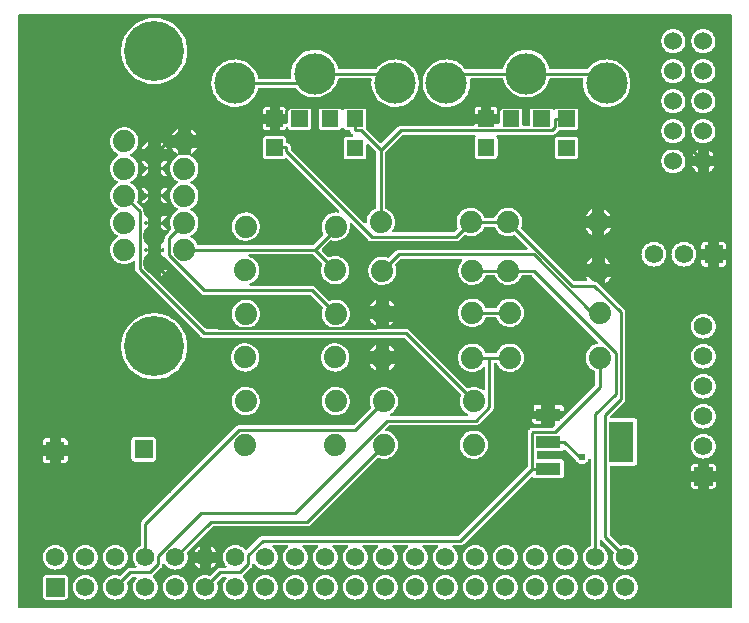
<source format=gtl>
G04 Layer: TopLayer*
G04 EasyEDA v6.4.25, 2021-12-02T19:10:48+01:00*
G04 15ecca0207564e248d2aa7e8b5e7a0d8,208c6ab82c1b43e5b5e4dc1230921930,10*
G04 Gerber Generator version 0.2*
G04 Scale: 100 percent, Rotated: No, Reflected: No *
G04 Dimensions in millimeters *
G04 leading zeros omitted , absolute positions ,4 integer and 5 decimal *
%FSLAX45Y45*%
%MOMM*%

%ADD10C,0.2540*%
%ADD11C,0.6100*%
%ADD12R,2.1590X1.0922*%
%ADD13R,2.1590X3.5052*%
%ADD14C,1.5240*%
%ADD15C,1.5748*%
%ADD16R,1.5748X1.5748*%
%ADD17C,3.5001*%
%ADD19C,1.8796*%
%ADD20C,5.0800*%

%LPD*%
G36*
X798068Y6121908D02*
G01*
X794156Y6122670D01*
X790905Y6124905D01*
X788670Y6128156D01*
X787908Y6132068D01*
X787908Y11139932D01*
X788670Y11143843D01*
X790905Y11147094D01*
X794156Y11149330D01*
X798068Y11150092D01*
X6821931Y11150092D01*
X6825843Y11149330D01*
X6829094Y11147094D01*
X6831330Y11143843D01*
X6832092Y11139932D01*
X6832092Y6132068D01*
X6831330Y6128156D01*
X6829094Y6124905D01*
X6825843Y6122670D01*
X6821931Y6121908D01*
G37*

%LPC*%
G36*
X6337300Y10819892D02*
G01*
X6350914Y10820806D01*
X6364274Y10823549D01*
X6377178Y10828020D01*
X6389319Y10834166D01*
X6400546Y10841888D01*
X6410706Y10851032D01*
X6419494Y10861446D01*
X6426809Y10872927D01*
X6432550Y10885322D01*
X6436614Y10898327D01*
X6438849Y10911789D01*
X6439306Y10925403D01*
X6437985Y10938967D01*
X6434785Y10952226D01*
X6429908Y10964976D01*
X6423355Y10976914D01*
X6415278Y10987887D01*
X6405778Y10997692D01*
X6395059Y11006175D01*
X6383324Y11013135D01*
X6370777Y11018418D01*
X6357620Y11022025D01*
X6344107Y11023854D01*
X6330492Y11023854D01*
X6316980Y11022025D01*
X6303822Y11018418D01*
X6291275Y11013135D01*
X6279540Y11006175D01*
X6268821Y10997692D01*
X6259322Y10987887D01*
X6251244Y10976914D01*
X6244691Y10964976D01*
X6239814Y10952226D01*
X6236614Y10938967D01*
X6235293Y10925403D01*
X6235750Y10911789D01*
X6237986Y10898327D01*
X6242050Y10885322D01*
X6247790Y10872927D01*
X6255105Y10861446D01*
X6263894Y10851032D01*
X6274054Y10841888D01*
X6285280Y10834166D01*
X6297422Y10828020D01*
X6310325Y10823549D01*
X6323685Y10820806D01*
G37*
G36*
X3136900Y6194552D02*
G01*
X3150565Y6195466D01*
X3163976Y6198158D01*
X3176930Y6202527D01*
X3189224Y6208572D01*
X3200603Y6216192D01*
X3210864Y6225235D01*
X3219907Y6235496D01*
X3227527Y6246876D01*
X3233572Y6259169D01*
X3237941Y6272123D01*
X3240633Y6285534D01*
X3241548Y6299200D01*
X3240633Y6312865D01*
X3237941Y6326276D01*
X3233572Y6339230D01*
X3227527Y6351524D01*
X3219907Y6362903D01*
X3210864Y6373164D01*
X3200603Y6382207D01*
X3189224Y6389827D01*
X3176930Y6395872D01*
X3163976Y6400241D01*
X3150565Y6402933D01*
X3136900Y6403848D01*
X3123234Y6402933D01*
X3109823Y6400241D01*
X3096869Y6395872D01*
X3084576Y6389827D01*
X3073196Y6382207D01*
X3062935Y6373164D01*
X3053892Y6362903D01*
X3046272Y6351524D01*
X3040227Y6339230D01*
X3035858Y6326276D01*
X3033166Y6312865D01*
X3032252Y6299200D01*
X3033166Y6285534D01*
X3035858Y6272123D01*
X3040227Y6259169D01*
X3046272Y6246876D01*
X3053892Y6235496D01*
X3062935Y6225235D01*
X3073196Y6216192D01*
X3084576Y6208572D01*
X3096869Y6202527D01*
X3109823Y6198158D01*
X3123234Y6195466D01*
G37*
G36*
X5422900Y6194552D02*
G01*
X5436565Y6195466D01*
X5449976Y6198158D01*
X5462930Y6202527D01*
X5475224Y6208572D01*
X5486603Y6216192D01*
X5496864Y6225235D01*
X5505907Y6235496D01*
X5513527Y6246876D01*
X5519572Y6259169D01*
X5523941Y6272123D01*
X5526633Y6285534D01*
X5527548Y6299200D01*
X5526633Y6312865D01*
X5523941Y6326276D01*
X5519572Y6339230D01*
X5513527Y6351524D01*
X5505907Y6362903D01*
X5496864Y6373164D01*
X5486603Y6382207D01*
X5475224Y6389827D01*
X5462930Y6395872D01*
X5449976Y6400241D01*
X5436565Y6402933D01*
X5422900Y6403848D01*
X5409234Y6402933D01*
X5395823Y6400241D01*
X5382869Y6395872D01*
X5370576Y6389827D01*
X5359196Y6382207D01*
X5348935Y6373164D01*
X5339892Y6362903D01*
X5332272Y6351524D01*
X5326227Y6339230D01*
X5321858Y6326276D01*
X5319166Y6312865D01*
X5318252Y6299200D01*
X5319166Y6285534D01*
X5321858Y6272123D01*
X5326227Y6259169D01*
X5332272Y6246876D01*
X5339892Y6235496D01*
X5348935Y6225235D01*
X5359196Y6216192D01*
X5370576Y6208572D01*
X5382869Y6202527D01*
X5395823Y6198158D01*
X5409234Y6195466D01*
G37*
G36*
X3390900Y6194552D02*
G01*
X3404565Y6195466D01*
X3417976Y6198158D01*
X3430930Y6202527D01*
X3443224Y6208572D01*
X3454603Y6216192D01*
X3464864Y6225235D01*
X3473907Y6235496D01*
X3481527Y6246876D01*
X3487572Y6259169D01*
X3491941Y6272123D01*
X3494633Y6285534D01*
X3495548Y6299200D01*
X3494633Y6312865D01*
X3491941Y6326276D01*
X3487572Y6339230D01*
X3481527Y6351524D01*
X3473907Y6362903D01*
X3464864Y6373164D01*
X3454603Y6382207D01*
X3443224Y6389827D01*
X3430930Y6395872D01*
X3417976Y6400241D01*
X3404565Y6402933D01*
X3390900Y6403848D01*
X3377234Y6402933D01*
X3363823Y6400241D01*
X3350869Y6395872D01*
X3338576Y6389827D01*
X3327196Y6382207D01*
X3316935Y6373164D01*
X3307892Y6362903D01*
X3300272Y6351524D01*
X3294227Y6339230D01*
X3289858Y6326276D01*
X3287166Y6312865D01*
X3286251Y6299200D01*
X3287166Y6285534D01*
X3289858Y6272123D01*
X3294227Y6259169D01*
X3300272Y6246876D01*
X3307892Y6235496D01*
X3316935Y6225235D01*
X3327196Y6216192D01*
X3338576Y6208572D01*
X3350869Y6202527D01*
X3363823Y6198158D01*
X3377234Y6195466D01*
G37*
G36*
X5168900Y6194552D02*
G01*
X5182565Y6195466D01*
X5195976Y6198158D01*
X5208930Y6202527D01*
X5221224Y6208572D01*
X5232603Y6216192D01*
X5242864Y6225235D01*
X5251907Y6235496D01*
X5259527Y6246876D01*
X5265572Y6259169D01*
X5269941Y6272123D01*
X5272633Y6285534D01*
X5273548Y6299200D01*
X5272633Y6312865D01*
X5269941Y6326276D01*
X5265572Y6339230D01*
X5259527Y6351524D01*
X5251907Y6362903D01*
X5242864Y6373164D01*
X5232603Y6382207D01*
X5221224Y6389827D01*
X5208930Y6395872D01*
X5195976Y6400241D01*
X5182565Y6402933D01*
X5168900Y6403848D01*
X5155234Y6402933D01*
X5141823Y6400241D01*
X5128869Y6395872D01*
X5116576Y6389827D01*
X5105196Y6382207D01*
X5094935Y6373164D01*
X5085892Y6362903D01*
X5078272Y6351524D01*
X5072227Y6339230D01*
X5067858Y6326276D01*
X5065166Y6312865D01*
X5064252Y6299200D01*
X5065166Y6285534D01*
X5067858Y6272123D01*
X5072227Y6259169D01*
X5078272Y6246876D01*
X5085892Y6235496D01*
X5094935Y6225235D01*
X5105196Y6216192D01*
X5116576Y6208572D01*
X5128869Y6202527D01*
X5141823Y6198158D01*
X5155234Y6195466D01*
G37*
G36*
X3644900Y6194552D02*
G01*
X3658565Y6195466D01*
X3671976Y6198158D01*
X3684930Y6202527D01*
X3697224Y6208572D01*
X3708603Y6216192D01*
X3718864Y6225235D01*
X3727907Y6235496D01*
X3735527Y6246876D01*
X3741572Y6259169D01*
X3745941Y6272123D01*
X3748633Y6285534D01*
X3749548Y6299200D01*
X3748633Y6312865D01*
X3745941Y6326276D01*
X3741572Y6339230D01*
X3735527Y6351524D01*
X3727907Y6362903D01*
X3718864Y6373164D01*
X3708603Y6382207D01*
X3697224Y6389827D01*
X3684930Y6395872D01*
X3671976Y6400241D01*
X3658565Y6402933D01*
X3644900Y6403848D01*
X3631234Y6402933D01*
X3617823Y6400241D01*
X3604869Y6395872D01*
X3592576Y6389827D01*
X3581196Y6382207D01*
X3570935Y6373164D01*
X3561892Y6362903D01*
X3554272Y6351524D01*
X3548227Y6339230D01*
X3543858Y6326276D01*
X3541166Y6312865D01*
X3540251Y6299200D01*
X3541166Y6285534D01*
X3543858Y6272123D01*
X3548227Y6259169D01*
X3554272Y6246876D01*
X3561892Y6235496D01*
X3570935Y6225235D01*
X3581196Y6216192D01*
X3592576Y6208572D01*
X3604869Y6202527D01*
X3617823Y6198158D01*
X3631234Y6195466D01*
G37*
G36*
X2882900Y6194552D02*
G01*
X2896565Y6195466D01*
X2909976Y6198158D01*
X2922930Y6202527D01*
X2935224Y6208572D01*
X2946603Y6216192D01*
X2956864Y6225235D01*
X2965907Y6235496D01*
X2973527Y6246876D01*
X2979572Y6259169D01*
X2983941Y6272123D01*
X2986633Y6285534D01*
X2987548Y6299200D01*
X2986633Y6312865D01*
X2983941Y6326276D01*
X2979572Y6339230D01*
X2973527Y6351524D01*
X2965907Y6362903D01*
X2956864Y6373164D01*
X2946603Y6382207D01*
X2935224Y6389827D01*
X2922930Y6395872D01*
X2909976Y6400241D01*
X2896565Y6402933D01*
X2882900Y6403848D01*
X2869234Y6402933D01*
X2855823Y6400241D01*
X2842869Y6395872D01*
X2830576Y6389827D01*
X2819196Y6382207D01*
X2808935Y6373164D01*
X2799892Y6362903D01*
X2792272Y6351524D01*
X2786227Y6339230D01*
X2781858Y6326276D01*
X2779166Y6312865D01*
X2778252Y6299200D01*
X2779166Y6285534D01*
X2781858Y6272123D01*
X2786227Y6259169D01*
X2792272Y6246876D01*
X2799892Y6235496D01*
X2808935Y6225235D01*
X2819196Y6216192D01*
X2830576Y6208572D01*
X2842869Y6202527D01*
X2855823Y6198158D01*
X2869234Y6195466D01*
G37*
G36*
X4914900Y6194552D02*
G01*
X4928565Y6195466D01*
X4941976Y6198158D01*
X4954930Y6202527D01*
X4967224Y6208572D01*
X4978603Y6216192D01*
X4988864Y6225235D01*
X4997907Y6235496D01*
X5005527Y6246876D01*
X5011572Y6259169D01*
X5015941Y6272123D01*
X5018633Y6285534D01*
X5019548Y6299200D01*
X5018633Y6312865D01*
X5015941Y6326276D01*
X5011572Y6339230D01*
X5005527Y6351524D01*
X4997907Y6362903D01*
X4988864Y6373164D01*
X4978603Y6382207D01*
X4967224Y6389827D01*
X4954930Y6395872D01*
X4941976Y6400241D01*
X4928565Y6402933D01*
X4914900Y6403848D01*
X4901234Y6402933D01*
X4887823Y6400241D01*
X4874869Y6395872D01*
X4862576Y6389827D01*
X4851196Y6382207D01*
X4840935Y6373164D01*
X4831892Y6362903D01*
X4824272Y6351524D01*
X4818227Y6339230D01*
X4813858Y6326276D01*
X4811166Y6312865D01*
X4810252Y6299200D01*
X4811166Y6285534D01*
X4813858Y6272123D01*
X4818227Y6259169D01*
X4824272Y6246876D01*
X4831892Y6235496D01*
X4840935Y6225235D01*
X4851196Y6216192D01*
X4862576Y6208572D01*
X4874869Y6202527D01*
X4887823Y6198158D01*
X4901234Y6195466D01*
G37*
G36*
X4406900Y6194552D02*
G01*
X4420565Y6195466D01*
X4433976Y6198158D01*
X4446930Y6202527D01*
X4459224Y6208572D01*
X4470603Y6216192D01*
X4480864Y6225235D01*
X4489907Y6235496D01*
X4497527Y6246876D01*
X4503572Y6259169D01*
X4507941Y6272123D01*
X4510633Y6285534D01*
X4511548Y6299200D01*
X4510633Y6312865D01*
X4507941Y6326276D01*
X4503572Y6339230D01*
X4497527Y6351524D01*
X4489907Y6362903D01*
X4480864Y6373164D01*
X4470603Y6382207D01*
X4459224Y6389827D01*
X4446930Y6395872D01*
X4433976Y6400241D01*
X4420565Y6402933D01*
X4406900Y6403848D01*
X4393234Y6402933D01*
X4379823Y6400241D01*
X4366869Y6395872D01*
X4354576Y6389827D01*
X4343196Y6382207D01*
X4332935Y6373164D01*
X4323892Y6362903D01*
X4316272Y6351524D01*
X4310227Y6339230D01*
X4305858Y6326276D01*
X4303166Y6312865D01*
X4302252Y6299200D01*
X4303166Y6285534D01*
X4305858Y6272123D01*
X4310227Y6259169D01*
X4316272Y6246876D01*
X4323892Y6235496D01*
X4332935Y6225235D01*
X4343196Y6216192D01*
X4354576Y6208572D01*
X4366869Y6202527D01*
X4379823Y6198158D01*
X4393234Y6195466D01*
G37*
G36*
X5676900Y6194552D02*
G01*
X5690565Y6195466D01*
X5703976Y6198158D01*
X5716930Y6202527D01*
X5729224Y6208572D01*
X5740603Y6216192D01*
X5750864Y6225235D01*
X5759907Y6235496D01*
X5767527Y6246876D01*
X5773572Y6259169D01*
X5777941Y6272123D01*
X5780633Y6285534D01*
X5781548Y6299200D01*
X5780633Y6312865D01*
X5777941Y6326276D01*
X5773572Y6339230D01*
X5767527Y6351524D01*
X5759907Y6362903D01*
X5750864Y6373164D01*
X5740603Y6382207D01*
X5729224Y6389827D01*
X5716930Y6395872D01*
X5703976Y6400241D01*
X5690565Y6402933D01*
X5676900Y6403848D01*
X5663234Y6402933D01*
X5649823Y6400241D01*
X5636869Y6395872D01*
X5624576Y6389827D01*
X5613196Y6382207D01*
X5602935Y6373164D01*
X5593892Y6362903D01*
X5586272Y6351524D01*
X5580227Y6339230D01*
X5575858Y6326276D01*
X5573166Y6312865D01*
X5572252Y6299200D01*
X5573166Y6285534D01*
X5575858Y6272123D01*
X5580227Y6259169D01*
X5586272Y6246876D01*
X5593892Y6235496D01*
X5602935Y6225235D01*
X5613196Y6216192D01*
X5624576Y6208572D01*
X5636869Y6202527D01*
X5649823Y6198158D01*
X5663234Y6195466D01*
G37*
G36*
X3898900Y6194552D02*
G01*
X3912565Y6195466D01*
X3925976Y6198158D01*
X3938930Y6202527D01*
X3951224Y6208572D01*
X3962603Y6216192D01*
X3972864Y6225235D01*
X3981907Y6235496D01*
X3989527Y6246876D01*
X3995572Y6259169D01*
X3999941Y6272123D01*
X4002633Y6285534D01*
X4003548Y6299200D01*
X4002633Y6312865D01*
X3999941Y6326276D01*
X3995572Y6339230D01*
X3989527Y6351524D01*
X3981907Y6362903D01*
X3972864Y6373164D01*
X3962603Y6382207D01*
X3951224Y6389827D01*
X3938930Y6395872D01*
X3925976Y6400241D01*
X3912565Y6402933D01*
X3898900Y6403848D01*
X3885234Y6402933D01*
X3871823Y6400241D01*
X3858869Y6395872D01*
X3846576Y6389827D01*
X3835196Y6382207D01*
X3824935Y6373164D01*
X3815892Y6362903D01*
X3808272Y6351524D01*
X3802227Y6339230D01*
X3797858Y6326276D01*
X3795166Y6312865D01*
X3794251Y6299200D01*
X3795166Y6285534D01*
X3797858Y6272123D01*
X3802227Y6259169D01*
X3808272Y6246876D01*
X3815892Y6235496D01*
X3824935Y6225235D01*
X3835196Y6216192D01*
X3846576Y6208572D01*
X3858869Y6202527D01*
X3871823Y6198158D01*
X3885234Y6195466D01*
G37*
G36*
X4660900Y6194552D02*
G01*
X4674565Y6195466D01*
X4687976Y6198158D01*
X4700930Y6202527D01*
X4713224Y6208572D01*
X4724603Y6216192D01*
X4734864Y6225235D01*
X4743907Y6235496D01*
X4751527Y6246876D01*
X4757572Y6259169D01*
X4761941Y6272123D01*
X4764633Y6285534D01*
X4765548Y6299200D01*
X4764633Y6312865D01*
X4761941Y6326276D01*
X4757572Y6339230D01*
X4751527Y6351524D01*
X4743907Y6362903D01*
X4734864Y6373164D01*
X4724603Y6382207D01*
X4713224Y6389827D01*
X4700930Y6395872D01*
X4687976Y6400241D01*
X4674565Y6402933D01*
X4660900Y6403848D01*
X4647234Y6402933D01*
X4633823Y6400241D01*
X4620869Y6395872D01*
X4608576Y6389827D01*
X4597196Y6382207D01*
X4586935Y6373164D01*
X4577892Y6362903D01*
X4570272Y6351524D01*
X4564227Y6339230D01*
X4559858Y6326276D01*
X4557166Y6312865D01*
X4556252Y6299200D01*
X4557166Y6285534D01*
X4559858Y6272123D01*
X4564227Y6259169D01*
X4570272Y6246876D01*
X4577892Y6235496D01*
X4586935Y6225235D01*
X4597196Y6216192D01*
X4608576Y6208572D01*
X4620869Y6202527D01*
X4633823Y6198158D01*
X4647234Y6195466D01*
G37*
G36*
X5930900Y6194552D02*
G01*
X5944565Y6195466D01*
X5957976Y6198158D01*
X5970930Y6202527D01*
X5983224Y6208572D01*
X5994603Y6216192D01*
X6004864Y6225235D01*
X6013907Y6235496D01*
X6021527Y6246876D01*
X6027572Y6259169D01*
X6031941Y6272123D01*
X6034633Y6285534D01*
X6035548Y6299200D01*
X6034633Y6312865D01*
X6031941Y6326276D01*
X6027572Y6339230D01*
X6021527Y6351524D01*
X6013907Y6362903D01*
X6004864Y6373164D01*
X5994603Y6382207D01*
X5983224Y6389827D01*
X5970930Y6395872D01*
X5957976Y6400241D01*
X5944565Y6402933D01*
X5930900Y6403848D01*
X5917234Y6402933D01*
X5903823Y6400241D01*
X5890869Y6395872D01*
X5878576Y6389827D01*
X5867196Y6382207D01*
X5856935Y6373164D01*
X5847892Y6362903D01*
X5840272Y6351524D01*
X5834227Y6339230D01*
X5829858Y6326276D01*
X5827166Y6312865D01*
X5826252Y6299200D01*
X5827166Y6285534D01*
X5829858Y6272123D01*
X5834227Y6259169D01*
X5840272Y6246876D01*
X5847892Y6235496D01*
X5856935Y6225235D01*
X5867196Y6216192D01*
X5878576Y6208572D01*
X5890869Y6202527D01*
X5903823Y6198158D01*
X5917234Y6195466D01*
G37*
G36*
X4152900Y6194552D02*
G01*
X4166565Y6195466D01*
X4179976Y6198158D01*
X4192930Y6202527D01*
X4205224Y6208572D01*
X4216603Y6216192D01*
X4226864Y6225235D01*
X4235907Y6235496D01*
X4243527Y6246876D01*
X4249572Y6259169D01*
X4253941Y6272123D01*
X4256633Y6285534D01*
X4257548Y6299200D01*
X4256633Y6312865D01*
X4253941Y6326276D01*
X4249572Y6339230D01*
X4243527Y6351524D01*
X4235907Y6362903D01*
X4226864Y6373164D01*
X4216603Y6382207D01*
X4205224Y6389827D01*
X4192930Y6395872D01*
X4179976Y6400241D01*
X4166565Y6402933D01*
X4152900Y6403848D01*
X4139234Y6402933D01*
X4125823Y6400241D01*
X4112869Y6395872D01*
X4100576Y6389827D01*
X4089196Y6382207D01*
X4078935Y6373164D01*
X4069892Y6362903D01*
X4062272Y6351524D01*
X4056227Y6339230D01*
X4051858Y6326276D01*
X4049166Y6312865D01*
X4048251Y6299200D01*
X4049166Y6285534D01*
X4051858Y6272123D01*
X4056227Y6259169D01*
X4062272Y6246876D01*
X4069892Y6235496D01*
X4078935Y6225235D01*
X4089196Y6216192D01*
X4100576Y6208572D01*
X4112869Y6202527D01*
X4125823Y6198158D01*
X4139234Y6195466D01*
G37*
G36*
X2120900Y6194552D02*
G01*
X2134565Y6195466D01*
X2147976Y6198158D01*
X2160930Y6202527D01*
X2173224Y6208572D01*
X2184603Y6216192D01*
X2194864Y6225235D01*
X2203907Y6235496D01*
X2211527Y6246876D01*
X2217572Y6259169D01*
X2221941Y6272123D01*
X2224633Y6285534D01*
X2225548Y6299200D01*
X2224633Y6312865D01*
X2221941Y6326276D01*
X2217572Y6339230D01*
X2211527Y6351524D01*
X2203907Y6362903D01*
X2194864Y6373164D01*
X2184603Y6382207D01*
X2173224Y6389827D01*
X2160930Y6395872D01*
X2147976Y6400241D01*
X2134565Y6402933D01*
X2120900Y6403848D01*
X2107234Y6402933D01*
X2093823Y6400241D01*
X2080869Y6395872D01*
X2068575Y6389827D01*
X2057196Y6382207D01*
X2046935Y6373164D01*
X2037892Y6362903D01*
X2030272Y6351524D01*
X2024227Y6339230D01*
X2019858Y6326276D01*
X2017166Y6312865D01*
X2016252Y6299200D01*
X2017166Y6285534D01*
X2019858Y6272123D01*
X2024227Y6259169D01*
X2030272Y6246876D01*
X2037892Y6235496D01*
X2046935Y6225235D01*
X2057196Y6216192D01*
X2068575Y6208572D01*
X2080869Y6202527D01*
X2093823Y6198158D01*
X2107234Y6195466D01*
G37*
G36*
X1026718Y6194552D02*
G01*
X1183081Y6194552D01*
X1189380Y6195263D01*
X1194866Y6197193D01*
X1199743Y6200241D01*
X1203858Y6204356D01*
X1206906Y6209233D01*
X1208836Y6214719D01*
X1209548Y6221018D01*
X1209548Y6377381D01*
X1208836Y6383680D01*
X1206906Y6389166D01*
X1203858Y6394043D01*
X1199743Y6398158D01*
X1194866Y6401206D01*
X1189380Y6403136D01*
X1183081Y6403848D01*
X1026718Y6403848D01*
X1020419Y6403136D01*
X1014933Y6401206D01*
X1010056Y6398158D01*
X1005941Y6394043D01*
X1002893Y6389166D01*
X1000963Y6383680D01*
X1000252Y6377381D01*
X1000252Y6221018D01*
X1000963Y6214719D01*
X1002893Y6209233D01*
X1005941Y6204356D01*
X1010056Y6200241D01*
X1014933Y6197193D01*
X1020419Y6195263D01*
G37*
G36*
X1612900Y6194552D02*
G01*
X1626565Y6195466D01*
X1639976Y6198158D01*
X1652930Y6202527D01*
X1665224Y6208572D01*
X1676603Y6216192D01*
X1686864Y6225235D01*
X1695907Y6235496D01*
X1703527Y6246876D01*
X1709572Y6259169D01*
X1713941Y6272123D01*
X1716633Y6285534D01*
X1717548Y6299200D01*
X1716633Y6312865D01*
X1713941Y6326276D01*
X1711096Y6334760D01*
X1710537Y6338468D01*
X1711401Y6342126D01*
X1713534Y6345224D01*
X1752904Y6384594D01*
X1756206Y6386830D01*
X1760118Y6387592D01*
X1783130Y6387592D01*
X1786940Y6386880D01*
X1790141Y6384747D01*
X1792376Y6381648D01*
X1793290Y6377889D01*
X1792732Y6374079D01*
X1790750Y6370726D01*
X1783892Y6362903D01*
X1776272Y6351524D01*
X1770227Y6339230D01*
X1765858Y6326276D01*
X1763166Y6312865D01*
X1762252Y6299200D01*
X1763166Y6285534D01*
X1765858Y6272123D01*
X1770227Y6259169D01*
X1776272Y6246876D01*
X1783892Y6235496D01*
X1792935Y6225235D01*
X1803196Y6216192D01*
X1814575Y6208572D01*
X1826869Y6202527D01*
X1839823Y6198158D01*
X1853234Y6195466D01*
X1866900Y6194552D01*
X1880565Y6195466D01*
X1893976Y6198158D01*
X1906930Y6202527D01*
X1919224Y6208572D01*
X1930603Y6216192D01*
X1940864Y6225235D01*
X1949907Y6235496D01*
X1957527Y6246876D01*
X1963572Y6259169D01*
X1967941Y6272123D01*
X1970633Y6285534D01*
X1971548Y6299200D01*
X1970633Y6312865D01*
X1967941Y6326276D01*
X1963572Y6339230D01*
X1957527Y6351524D01*
X1949907Y6362903D01*
X1940864Y6373164D01*
X1931771Y6381140D01*
X1929180Y6384696D01*
X1928317Y6388963D01*
X1929333Y6393230D01*
X1932025Y6396634D01*
X1935175Y6399276D01*
X2000707Y6464808D01*
X2005838Y6471005D01*
X2009393Y6477711D01*
X2011578Y6484924D01*
X2012391Y6494170D01*
X2013305Y6498386D01*
X2015845Y6501841D01*
X2019604Y6503924D01*
X2023872Y6504279D01*
X2027936Y6502806D01*
X2030984Y6499809D01*
X2037892Y6489496D01*
X2046935Y6479235D01*
X2057196Y6470192D01*
X2068575Y6462572D01*
X2080869Y6456527D01*
X2093823Y6452158D01*
X2107234Y6449466D01*
X2120900Y6448552D01*
X2134565Y6449466D01*
X2147976Y6452158D01*
X2160930Y6456527D01*
X2173224Y6462572D01*
X2184603Y6470192D01*
X2194864Y6479235D01*
X2203907Y6489496D01*
X2211527Y6500876D01*
X2217572Y6513169D01*
X2221941Y6526123D01*
X2224633Y6539534D01*
X2225548Y6553200D01*
X2224633Y6566865D01*
X2221941Y6580276D01*
X2219096Y6588759D01*
X2218537Y6592468D01*
X2219401Y6596125D01*
X2221534Y6599224D01*
X2433523Y6811213D01*
X2436825Y6813397D01*
X2440686Y6814159D01*
X3232810Y6814159D01*
X3240836Y6814972D01*
X3248050Y6817156D01*
X3254705Y6820712D01*
X3260953Y6825843D01*
X3828237Y7393178D01*
X3831386Y7395311D01*
X3835095Y7396124D01*
X3838803Y7395565D01*
X3853383Y7390384D01*
X3867810Y7387234D01*
X3882491Y7385862D01*
X3897274Y7386320D01*
X3911854Y7388606D01*
X3926027Y7392670D01*
X3939641Y7398410D01*
X3952392Y7405776D01*
X3964178Y7414666D01*
X3974795Y7424928D01*
X3984040Y7436459D01*
X3991813Y7449007D01*
X3997960Y7462418D01*
X4002430Y7476439D01*
X4005173Y7490968D01*
X4006087Y7505700D01*
X4005173Y7520431D01*
X4002430Y7534960D01*
X3997960Y7548981D01*
X3991813Y7562392D01*
X3984040Y7574940D01*
X3974795Y7586472D01*
X3964178Y7596733D01*
X3952392Y7605623D01*
X3939641Y7612989D01*
X3926027Y7618730D01*
X3911854Y7622794D01*
X3905707Y7623759D01*
X3901592Y7625384D01*
X3898544Y7628585D01*
X3897172Y7632801D01*
X3897731Y7637221D01*
X3900119Y7640980D01*
X3927297Y7668158D01*
X3930599Y7670342D01*
X3934460Y7671104D01*
X4662474Y7671104D01*
X4670501Y7671917D01*
X4677714Y7674102D01*
X4684369Y7677658D01*
X4690618Y7682788D01*
X4807661Y7799882D01*
X4812792Y7806080D01*
X4816348Y7812786D01*
X4818532Y7819999D01*
X4819345Y7828025D01*
X4819345Y8193531D01*
X4820107Y8197443D01*
X4822342Y8200694D01*
X4825593Y8202930D01*
X4829505Y8203692D01*
X4832705Y8203692D01*
X4836668Y8202879D01*
X4839970Y8200593D01*
X4842154Y8197189D01*
X4844084Y8192211D01*
X4851095Y8179206D01*
X4859629Y8167166D01*
X4869535Y8156244D01*
X4880762Y8146643D01*
X4893056Y8138515D01*
X4906264Y8131911D01*
X4920183Y8126984D01*
X4934610Y8123834D01*
X4949291Y8122462D01*
X4964074Y8122920D01*
X4978654Y8125206D01*
X4992827Y8129270D01*
X5006441Y8135010D01*
X5019192Y8142376D01*
X5030978Y8151266D01*
X5041595Y8161528D01*
X5050840Y8173059D01*
X5058613Y8185607D01*
X5064760Y8199018D01*
X5069230Y8213039D01*
X5071973Y8227568D01*
X5072888Y8242300D01*
X5071973Y8257031D01*
X5069230Y8271560D01*
X5064760Y8285581D01*
X5058613Y8298992D01*
X5050840Y8311540D01*
X5041595Y8323072D01*
X5030978Y8333333D01*
X5019192Y8342223D01*
X5006441Y8349589D01*
X4992827Y8355330D01*
X4978654Y8359394D01*
X4964074Y8361680D01*
X4949291Y8362086D01*
X4934610Y8360765D01*
X4920183Y8357616D01*
X4906264Y8352688D01*
X4893056Y8346084D01*
X4880762Y8337956D01*
X4869535Y8328355D01*
X4859629Y8317433D01*
X4851095Y8305393D01*
X4844084Y8292388D01*
X4842154Y8287410D01*
X4839970Y8284006D01*
X4836668Y8281720D01*
X4832705Y8280908D01*
X4755946Y8280908D01*
X4752187Y8281619D01*
X4748936Y8283702D01*
X4746701Y8286800D01*
X4741113Y8298992D01*
X4733340Y8311540D01*
X4724095Y8323072D01*
X4713478Y8333333D01*
X4701692Y8342223D01*
X4688941Y8349589D01*
X4675327Y8355330D01*
X4661154Y8359394D01*
X4646574Y8361680D01*
X4631791Y8362086D01*
X4617110Y8360765D01*
X4602683Y8357616D01*
X4588764Y8352688D01*
X4575556Y8346084D01*
X4563262Y8337956D01*
X4552035Y8328355D01*
X4542129Y8317433D01*
X4533595Y8305393D01*
X4526584Y8292388D01*
X4521250Y8278622D01*
X4517694Y8264347D01*
X4515866Y8249666D01*
X4515866Y8234934D01*
X4517694Y8220252D01*
X4521250Y8205978D01*
X4526584Y8192211D01*
X4533595Y8179206D01*
X4542129Y8167166D01*
X4552035Y8156244D01*
X4563262Y8146643D01*
X4575556Y8138515D01*
X4588764Y8131911D01*
X4602683Y8126984D01*
X4617110Y8123834D01*
X4631791Y8122462D01*
X4646574Y8122920D01*
X4661154Y8125206D01*
X4675327Y8129270D01*
X4688941Y8135010D01*
X4701692Y8142376D01*
X4713478Y8151266D01*
X4724857Y8162391D01*
X4728159Y8164575D01*
X4732020Y8165287D01*
X4735931Y8164525D01*
X4739182Y8162290D01*
X4741367Y8158988D01*
X4742129Y8155127D01*
X4742129Y7973415D01*
X4741164Y7969046D01*
X4738370Y7965541D01*
X4734407Y7963509D01*
X4729937Y7963458D01*
X4725822Y7965287D01*
X4714392Y7973923D01*
X4701641Y7981289D01*
X4688027Y7987030D01*
X4673854Y7991094D01*
X4659274Y7993380D01*
X4644491Y7993786D01*
X4629810Y7992465D01*
X4615383Y7989316D01*
X4600803Y7984134D01*
X4597095Y7983575D01*
X4593386Y7984388D01*
X4590237Y7986522D01*
X4099001Y8477808D01*
X4092752Y8482939D01*
X4086098Y8486495D01*
X4078884Y8488680D01*
X4070858Y8489442D01*
X3540709Y8489442D01*
X3536391Y8490407D01*
X3532936Y8493099D01*
X3530904Y8497011D01*
X3530701Y8501380D01*
X3532378Y8505444D01*
X3535629Y8508441D01*
X3545179Y8513927D01*
X3556965Y8522817D01*
X3567531Y8533079D01*
X3576777Y8544610D01*
X3584549Y8557158D01*
X3590747Y8570569D01*
X3595217Y8584641D01*
X3597910Y8599119D01*
X3598824Y8613851D01*
X3597910Y8628583D01*
X3595217Y8643112D01*
X3590747Y8657183D01*
X3584549Y8670544D01*
X3576777Y8683091D01*
X3567531Y8694623D01*
X3556965Y8704884D01*
X3545179Y8713774D01*
X3532378Y8721140D01*
X3518814Y8726932D01*
X3504590Y8730945D01*
X3490010Y8733231D01*
X3475278Y8733688D01*
X3460597Y8732316D01*
X3446170Y8729167D01*
X3431590Y8723985D01*
X3427831Y8723426D01*
X3424123Y8724290D01*
X3421024Y8726424D01*
X3307486Y8839911D01*
X3301288Y8845042D01*
X3294583Y8848598D01*
X3287369Y8850782D01*
X3279343Y8851544D01*
X2757779Y8851544D01*
X2753918Y8852357D01*
X2750616Y8854541D01*
X2748381Y8857792D01*
X2747619Y8861704D01*
X2748381Y8865565D01*
X2750566Y8868867D01*
X2753817Y8871102D01*
X2765298Y8875928D01*
X2778099Y8883345D01*
X2789885Y8892235D01*
X2800451Y8902496D01*
X2809697Y8913977D01*
X2817469Y8926525D01*
X2823667Y8939936D01*
X2828137Y8954008D01*
X2830830Y8968536D01*
X2831744Y8983268D01*
X2830830Y8998000D01*
X2828137Y9012478D01*
X2823667Y9026550D01*
X2817469Y9039961D01*
X2809697Y9052509D01*
X2800451Y9063990D01*
X2789885Y9074302D01*
X2778099Y9083192D01*
X2765298Y9090558D01*
X2751734Y9096298D01*
X2745181Y9098178D01*
X2741523Y9100058D01*
X2738932Y9103258D01*
X2737866Y9107271D01*
X2738424Y9111335D01*
X2740558Y9114891D01*
X2743962Y9117228D01*
X2747975Y9118092D01*
X3280206Y9118092D01*
X3284118Y9117330D01*
X3287420Y9115094D01*
X3361486Y9041079D01*
X3363620Y9037828D01*
X3364433Y9034018D01*
X3363772Y9030208D01*
X3359658Y9019590D01*
X3356051Y9005265D01*
X3354222Y8990634D01*
X3354222Y8975852D01*
X3356051Y8961221D01*
X3359658Y8946896D01*
X3364992Y8933129D01*
X3371951Y8920124D01*
X3380486Y8908084D01*
X3390442Y8897213D01*
X3401618Y8887612D01*
X3413963Y8879433D01*
X3427171Y8872880D01*
X3441090Y8867952D01*
X3455466Y8864803D01*
X3470198Y8863431D01*
X3484930Y8863888D01*
X3499510Y8866174D01*
X3513734Y8870188D01*
X3527298Y8875928D01*
X3540099Y8883345D01*
X3551885Y8892235D01*
X3562451Y8902496D01*
X3571697Y8913977D01*
X3579469Y8926525D01*
X3585667Y8939936D01*
X3590137Y8954008D01*
X3592829Y8968536D01*
X3593744Y8983268D01*
X3592829Y8998000D01*
X3590137Y9012478D01*
X3585667Y9026550D01*
X3579469Y9039961D01*
X3571697Y9052509D01*
X3562451Y9063990D01*
X3551885Y9074302D01*
X3540099Y9083192D01*
X3527298Y9090558D01*
X3513734Y9096298D01*
X3499510Y9100362D01*
X3484930Y9102598D01*
X3470198Y9103055D01*
X3455466Y9101683D01*
X3441090Y9098534D01*
X3426510Y9093403D01*
X3422751Y9092844D01*
X3419043Y9093657D01*
X3415944Y9095790D01*
X3362198Y9149537D01*
X3360013Y9152788D01*
X3359251Y9156700D01*
X3360013Y9160611D01*
X3362198Y9163862D01*
X3433876Y9235541D01*
X3437026Y9237675D01*
X3440684Y9238538D01*
X3460597Y9234170D01*
X3475278Y9232798D01*
X3490010Y9233255D01*
X3504590Y9235541D01*
X3518814Y9239605D01*
X3532378Y9245346D01*
X3545179Y9252712D01*
X3556965Y9261602D01*
X3567531Y9271863D01*
X3576777Y9283395D01*
X3584549Y9295942D01*
X3590747Y9309354D01*
X3595217Y9323374D01*
X3597910Y9337903D01*
X3598824Y9352635D01*
X3597910Y9367367D01*
X3596843Y9373108D01*
X3596944Y9377375D01*
X3598824Y9381236D01*
X3602075Y9383979D01*
X3606190Y9385096D01*
X3610457Y9384487D01*
X3614013Y9382150D01*
X3756660Y9239554D01*
X3762857Y9234424D01*
X3769563Y9230868D01*
X3776776Y9228683D01*
X3784803Y9227870D01*
X4497222Y9227870D01*
X4505248Y9228683D01*
X4512462Y9230868D01*
X4519117Y9234424D01*
X4525365Y9239554D01*
X4564227Y9278366D01*
X4567529Y9280601D01*
X4571441Y9281363D01*
X4575352Y9280550D01*
X4582109Y9277705D01*
X4596333Y9273641D01*
X4610912Y9271355D01*
X4625644Y9270898D01*
X4640326Y9272270D01*
X4654753Y9275419D01*
X4668672Y9280347D01*
X4681880Y9286951D01*
X4694174Y9295079D01*
X4705400Y9304680D01*
X4715357Y9315602D01*
X4723892Y9327642D01*
X4730851Y9340646D01*
X4732782Y9345625D01*
X4734966Y9349028D01*
X4738319Y9351314D01*
X4742281Y9352127D01*
X4819040Y9352127D01*
X4822799Y9351416D01*
X4826000Y9349333D01*
X4828235Y9346234D01*
X4833874Y9334042D01*
X4841646Y9321495D01*
X4850892Y9309963D01*
X4861458Y9299702D01*
X4873244Y9290812D01*
X4886045Y9283446D01*
X4899609Y9277705D01*
X4913833Y9273641D01*
X4928412Y9271355D01*
X4943144Y9270898D01*
X4957826Y9272270D01*
X4972253Y9275419D01*
X4986832Y9280601D01*
X4990592Y9281160D01*
X4994300Y9280347D01*
X4997399Y9278213D01*
X5102402Y9173159D01*
X5104638Y9169908D01*
X5105400Y9165996D01*
X5104638Y9162084D01*
X5102402Y9158833D01*
X5099100Y9156598D01*
X5095240Y9155836D01*
X4012336Y9155836D01*
X4004310Y9155023D01*
X3997096Y9152839D01*
X3990390Y9149283D01*
X3984193Y9144152D01*
X3931462Y9091422D01*
X3928313Y9089288D01*
X3924604Y9088475D01*
X3920896Y9089034D01*
X3906316Y9094216D01*
X3891889Y9097365D01*
X3877208Y9098686D01*
X3862425Y9098280D01*
X3847846Y9095994D01*
X3833672Y9091930D01*
X3820058Y9086189D01*
X3807307Y9078823D01*
X3795522Y9069933D01*
X3784904Y9059672D01*
X3775659Y9048140D01*
X3767886Y9035592D01*
X3761740Y9022181D01*
X3757269Y9008160D01*
X3754526Y8993632D01*
X3753612Y8978900D01*
X3754526Y8964168D01*
X3757269Y8949639D01*
X3761740Y8935618D01*
X3767886Y8922207D01*
X3775659Y8909659D01*
X3784904Y8898128D01*
X3795522Y8887866D01*
X3807307Y8878976D01*
X3820058Y8871610D01*
X3833672Y8865870D01*
X3847846Y8861806D01*
X3862425Y8859520D01*
X3877208Y8859062D01*
X3891889Y8860434D01*
X3906316Y8863584D01*
X3920236Y8868511D01*
X3933444Y8875115D01*
X3945737Y8883243D01*
X3956964Y8892844D01*
X3966870Y8903766D01*
X3975404Y8915806D01*
X3982415Y8928811D01*
X3987749Y8942578D01*
X3991305Y8956852D01*
X3993134Y8971534D01*
X3993134Y8986266D01*
X3991305Y9000947D01*
X3987749Y9015222D01*
X3983634Y9025839D01*
X3982923Y9029700D01*
X3983736Y9033459D01*
X3985920Y9036710D01*
X4024833Y9075623D01*
X4028135Y9077858D01*
X4032046Y9078620D01*
X4541418Y9078620D01*
X4545330Y9077858D01*
X4548632Y9075623D01*
X4550816Y9072270D01*
X4551578Y9068358D01*
X4550714Y9064447D01*
X4548479Y9061145D01*
X4546904Y9059672D01*
X4537659Y9048140D01*
X4529886Y9035592D01*
X4523740Y9022181D01*
X4519269Y9008160D01*
X4516526Y8993632D01*
X4515612Y8978900D01*
X4516526Y8964168D01*
X4519269Y8949639D01*
X4523740Y8935618D01*
X4529886Y8922207D01*
X4537659Y8909659D01*
X4546904Y8898128D01*
X4557522Y8887866D01*
X4569307Y8878976D01*
X4582058Y8871610D01*
X4595672Y8865870D01*
X4609846Y8861806D01*
X4624425Y8859520D01*
X4639208Y8859062D01*
X4653889Y8860434D01*
X4668316Y8863584D01*
X4682236Y8868511D01*
X4695444Y8875115D01*
X4707737Y8883243D01*
X4718964Y8892844D01*
X4728870Y8903766D01*
X4737404Y8915806D01*
X4744415Y8928811D01*
X4746345Y8933789D01*
X4748530Y8937193D01*
X4751832Y8939479D01*
X4755794Y8940292D01*
X4819853Y8940292D01*
X4823612Y8939580D01*
X4826863Y8937498D01*
X4829098Y8934399D01*
X4834686Y8922207D01*
X4842459Y8909659D01*
X4851704Y8898128D01*
X4862322Y8887866D01*
X4874107Y8878976D01*
X4886858Y8871610D01*
X4900472Y8865870D01*
X4914646Y8861806D01*
X4929225Y8859520D01*
X4944008Y8859062D01*
X4958689Y8860434D01*
X4973116Y8863584D01*
X4987036Y8868511D01*
X5000244Y8875115D01*
X5012537Y8883243D01*
X5023764Y8892844D01*
X5033670Y8903766D01*
X5042204Y8915806D01*
X5049215Y8928811D01*
X5051145Y8933789D01*
X5053330Y8937193D01*
X5056632Y8939479D01*
X5060594Y8940292D01*
X5134508Y8940292D01*
X5138369Y8939530D01*
X5141671Y8937294D01*
X5701233Y8377783D01*
X5703570Y8374125D01*
X5704179Y8369858D01*
X5702960Y8365744D01*
X5700166Y8362442D01*
X5696204Y8360664D01*
X5682183Y8357616D01*
X5668264Y8352688D01*
X5655056Y8346084D01*
X5642762Y8337956D01*
X5631535Y8328355D01*
X5621629Y8317433D01*
X5613095Y8305393D01*
X5606084Y8292388D01*
X5600750Y8278622D01*
X5597194Y8264347D01*
X5595366Y8249666D01*
X5595366Y8234934D01*
X5597194Y8220252D01*
X5600750Y8205978D01*
X5606084Y8192211D01*
X5613095Y8179206D01*
X5621629Y8167166D01*
X5631535Y8156244D01*
X5642762Y8146643D01*
X5655056Y8138515D01*
X5673140Y8129320D01*
X5675528Y8125917D01*
X5676392Y8121853D01*
X5676392Y8012582D01*
X5675630Y8008670D01*
X5673394Y8005368D01*
X5398312Y7730286D01*
X5395010Y7728102D01*
X5391150Y7727289D01*
X5338470Y7727289D01*
X5338470Y7674609D01*
X5337657Y7670749D01*
X5335473Y7667447D01*
X5322214Y7654188D01*
X5318912Y7651953D01*
X5315000Y7651191D01*
X5149951Y7651191D01*
X5141925Y7650378D01*
X5134711Y7648194D01*
X5128056Y7644638D01*
X5121808Y7639507D01*
X5115102Y7632801D01*
X5109972Y7626603D01*
X5106416Y7619898D01*
X5104231Y7612684D01*
X5103469Y7604658D01*
X5103469Y7321448D01*
X5102656Y7317536D01*
X5100472Y7314234D01*
X4522114Y6735876D01*
X4518812Y6733692D01*
X4514900Y6732879D01*
X2860598Y6732879D01*
X2852572Y6732117D01*
X2845358Y6729933D01*
X2838653Y6726377D01*
X2832455Y6721246D01*
X2727147Y6615938D01*
X2723692Y6613652D01*
X2719628Y6612991D01*
X2715615Y6613956D01*
X2712313Y6616446D01*
X2702864Y6627164D01*
X2692603Y6636207D01*
X2681224Y6643827D01*
X2668930Y6649872D01*
X2655976Y6654241D01*
X2642565Y6656933D01*
X2628900Y6657848D01*
X2615234Y6656933D01*
X2601823Y6654241D01*
X2588869Y6649872D01*
X2576576Y6643827D01*
X2565196Y6636207D01*
X2554935Y6627164D01*
X2545892Y6616903D01*
X2538272Y6605524D01*
X2532227Y6593230D01*
X2527858Y6580276D01*
X2525166Y6566865D01*
X2524252Y6553200D01*
X2525166Y6539534D01*
X2527858Y6526123D01*
X2532227Y6513169D01*
X2538272Y6500876D01*
X2545892Y6489496D01*
X2552750Y6481673D01*
X2554732Y6478320D01*
X2555290Y6474510D01*
X2554376Y6470751D01*
X2552141Y6467652D01*
X2548940Y6465519D01*
X2545130Y6464808D01*
X2502408Y6464808D01*
X2494381Y6463995D01*
X2487168Y6461810D01*
X2480462Y6458254D01*
X2474264Y6453124D01*
X2420924Y6399834D01*
X2417826Y6397701D01*
X2414168Y6396837D01*
X2410460Y6397396D01*
X2401976Y6400241D01*
X2388565Y6402933D01*
X2374900Y6403848D01*
X2361234Y6402933D01*
X2347823Y6400241D01*
X2334869Y6395872D01*
X2322576Y6389827D01*
X2311196Y6382207D01*
X2300935Y6373164D01*
X2291892Y6362903D01*
X2284272Y6351524D01*
X2278227Y6339230D01*
X2273858Y6326276D01*
X2271166Y6312865D01*
X2270252Y6299200D01*
X2271166Y6285534D01*
X2273858Y6272123D01*
X2278227Y6259169D01*
X2284272Y6246876D01*
X2291892Y6235496D01*
X2300935Y6225235D01*
X2311196Y6216192D01*
X2322576Y6208572D01*
X2334869Y6202527D01*
X2347823Y6198158D01*
X2361234Y6195466D01*
X2374900Y6194552D01*
X2388565Y6195466D01*
X2401976Y6198158D01*
X2414930Y6202527D01*
X2427224Y6208572D01*
X2438603Y6216192D01*
X2448864Y6225235D01*
X2457907Y6235496D01*
X2465527Y6246876D01*
X2471572Y6259169D01*
X2475941Y6272123D01*
X2478633Y6285534D01*
X2479548Y6299200D01*
X2478633Y6312865D01*
X2475941Y6326276D01*
X2473096Y6334760D01*
X2472537Y6338468D01*
X2473401Y6342126D01*
X2475534Y6345224D01*
X2514904Y6384594D01*
X2518206Y6386830D01*
X2522118Y6387592D01*
X2545130Y6387592D01*
X2548940Y6386880D01*
X2552141Y6384747D01*
X2554376Y6381648D01*
X2555290Y6377889D01*
X2554732Y6374079D01*
X2552750Y6370726D01*
X2545892Y6362903D01*
X2538272Y6351524D01*
X2532227Y6339230D01*
X2527858Y6326276D01*
X2525166Y6312865D01*
X2524252Y6299200D01*
X2525166Y6285534D01*
X2527858Y6272123D01*
X2532227Y6259169D01*
X2538272Y6246876D01*
X2545892Y6235496D01*
X2554935Y6225235D01*
X2565196Y6216192D01*
X2576576Y6208572D01*
X2588869Y6202527D01*
X2601823Y6198158D01*
X2615234Y6195466D01*
X2628900Y6194552D01*
X2642565Y6195466D01*
X2655976Y6198158D01*
X2668930Y6202527D01*
X2681224Y6208572D01*
X2692603Y6216192D01*
X2702864Y6225235D01*
X2711907Y6235496D01*
X2719527Y6246876D01*
X2725572Y6259169D01*
X2729941Y6272123D01*
X2732633Y6285534D01*
X2733548Y6299200D01*
X2732633Y6312865D01*
X2729941Y6326276D01*
X2725572Y6339230D01*
X2719527Y6351524D01*
X2711907Y6362903D01*
X2702864Y6373164D01*
X2693771Y6381140D01*
X2691180Y6384696D01*
X2690317Y6388963D01*
X2691333Y6393230D01*
X2694025Y6396634D01*
X2697175Y6399276D01*
X2762707Y6464808D01*
X2767838Y6471005D01*
X2771394Y6477711D01*
X2773578Y6484924D01*
X2774391Y6494170D01*
X2775305Y6498386D01*
X2777845Y6501841D01*
X2781604Y6503924D01*
X2785872Y6504279D01*
X2789936Y6502806D01*
X2792984Y6499809D01*
X2799892Y6489496D01*
X2808935Y6479235D01*
X2819196Y6470192D01*
X2830576Y6462572D01*
X2842869Y6456527D01*
X2855823Y6452158D01*
X2869234Y6449466D01*
X2882900Y6448552D01*
X2896565Y6449466D01*
X2909976Y6452158D01*
X2922930Y6456527D01*
X2935224Y6462572D01*
X2946603Y6470192D01*
X2956864Y6479235D01*
X2965907Y6489496D01*
X2973527Y6500876D01*
X2979572Y6513169D01*
X2983941Y6526123D01*
X2986633Y6539534D01*
X2987548Y6553200D01*
X2986633Y6566865D01*
X2983941Y6580276D01*
X2979572Y6593230D01*
X2973527Y6605524D01*
X2965907Y6616903D01*
X2956864Y6627164D01*
X2946603Y6636207D01*
X2945282Y6637070D01*
X2942285Y6640169D01*
X2940862Y6644182D01*
X2941218Y6648500D01*
X2943301Y6652209D01*
X2946755Y6654800D01*
X2950921Y6655663D01*
X3068878Y6655663D01*
X3073044Y6654800D01*
X3076498Y6652209D01*
X3078581Y6648500D01*
X3078937Y6644182D01*
X3077514Y6640169D01*
X3074517Y6637070D01*
X3073196Y6636207D01*
X3062935Y6627164D01*
X3053892Y6616903D01*
X3046272Y6605524D01*
X3040227Y6593230D01*
X3035858Y6580276D01*
X3033166Y6566865D01*
X3032252Y6553200D01*
X3033166Y6539534D01*
X3035858Y6526123D01*
X3040227Y6513169D01*
X3046272Y6500876D01*
X3053892Y6489496D01*
X3062935Y6479235D01*
X3073196Y6470192D01*
X3084576Y6462572D01*
X3096869Y6456527D01*
X3109823Y6452158D01*
X3123234Y6449466D01*
X3136900Y6448552D01*
X3150565Y6449466D01*
X3163976Y6452158D01*
X3176930Y6456527D01*
X3189224Y6462572D01*
X3200603Y6470192D01*
X3210864Y6479235D01*
X3219907Y6489496D01*
X3227527Y6500876D01*
X3233572Y6513169D01*
X3237941Y6526123D01*
X3240633Y6539534D01*
X3241548Y6553200D01*
X3240633Y6566865D01*
X3237941Y6580276D01*
X3233572Y6593230D01*
X3227527Y6605524D01*
X3219907Y6616903D01*
X3210864Y6627164D01*
X3200603Y6636207D01*
X3199282Y6637070D01*
X3196285Y6640169D01*
X3194862Y6644182D01*
X3195218Y6648500D01*
X3197301Y6652209D01*
X3200755Y6654800D01*
X3204921Y6655663D01*
X3322878Y6655663D01*
X3327044Y6654800D01*
X3330498Y6652209D01*
X3332581Y6648500D01*
X3332937Y6644182D01*
X3331514Y6640169D01*
X3328517Y6637070D01*
X3327196Y6636207D01*
X3316935Y6627164D01*
X3307892Y6616903D01*
X3300272Y6605524D01*
X3294227Y6593230D01*
X3289858Y6580276D01*
X3287166Y6566865D01*
X3286251Y6553200D01*
X3287166Y6539534D01*
X3289858Y6526123D01*
X3294227Y6513169D01*
X3300272Y6500876D01*
X3307892Y6489496D01*
X3316935Y6479235D01*
X3327196Y6470192D01*
X3338576Y6462572D01*
X3350869Y6456527D01*
X3363823Y6452158D01*
X3377234Y6449466D01*
X3390900Y6448552D01*
X3404565Y6449466D01*
X3417976Y6452158D01*
X3430930Y6456527D01*
X3443224Y6462572D01*
X3454603Y6470192D01*
X3464864Y6479235D01*
X3473907Y6489496D01*
X3481527Y6500876D01*
X3487572Y6513169D01*
X3491941Y6526123D01*
X3494633Y6539534D01*
X3495548Y6553200D01*
X3494633Y6566865D01*
X3491941Y6580276D01*
X3487572Y6593230D01*
X3481527Y6605524D01*
X3473907Y6616903D01*
X3464864Y6627164D01*
X3454603Y6636207D01*
X3453282Y6637070D01*
X3450285Y6640169D01*
X3448862Y6644182D01*
X3449218Y6648500D01*
X3451301Y6652209D01*
X3454755Y6654800D01*
X3458921Y6655663D01*
X3576878Y6655663D01*
X3581044Y6654800D01*
X3584498Y6652209D01*
X3586581Y6648500D01*
X3586937Y6644182D01*
X3585514Y6640169D01*
X3582517Y6637070D01*
X3581196Y6636207D01*
X3570935Y6627164D01*
X3561892Y6616903D01*
X3554272Y6605524D01*
X3548227Y6593230D01*
X3543858Y6580276D01*
X3541166Y6566865D01*
X3540251Y6553200D01*
X3541166Y6539534D01*
X3543858Y6526123D01*
X3548227Y6513169D01*
X3554272Y6500876D01*
X3561892Y6489496D01*
X3570935Y6479235D01*
X3581196Y6470192D01*
X3592576Y6462572D01*
X3604869Y6456527D01*
X3617823Y6452158D01*
X3631234Y6449466D01*
X3644900Y6448552D01*
X3658565Y6449466D01*
X3671976Y6452158D01*
X3684930Y6456527D01*
X3697224Y6462572D01*
X3708603Y6470192D01*
X3718864Y6479235D01*
X3727907Y6489496D01*
X3735527Y6500876D01*
X3741572Y6513169D01*
X3745941Y6526123D01*
X3748633Y6539534D01*
X3749548Y6553200D01*
X3748633Y6566865D01*
X3745941Y6580276D01*
X3741572Y6593230D01*
X3735527Y6605524D01*
X3727907Y6616903D01*
X3718864Y6627164D01*
X3708603Y6636207D01*
X3707282Y6637070D01*
X3704285Y6640169D01*
X3702862Y6644182D01*
X3703218Y6648500D01*
X3705301Y6652209D01*
X3708755Y6654800D01*
X3712921Y6655663D01*
X3830878Y6655663D01*
X3835044Y6654800D01*
X3838498Y6652209D01*
X3840581Y6648500D01*
X3840937Y6644182D01*
X3839514Y6640169D01*
X3836517Y6637070D01*
X3835196Y6636207D01*
X3824935Y6627164D01*
X3815892Y6616903D01*
X3808272Y6605524D01*
X3802227Y6593230D01*
X3797858Y6580276D01*
X3795166Y6566865D01*
X3794251Y6553200D01*
X3795166Y6539534D01*
X3797858Y6526123D01*
X3802227Y6513169D01*
X3808272Y6500876D01*
X3815892Y6489496D01*
X3824935Y6479235D01*
X3835196Y6470192D01*
X3846576Y6462572D01*
X3858869Y6456527D01*
X3871823Y6452158D01*
X3885234Y6449466D01*
X3898900Y6448552D01*
X3912565Y6449466D01*
X3925976Y6452158D01*
X3938930Y6456527D01*
X3951224Y6462572D01*
X3962603Y6470192D01*
X3972864Y6479235D01*
X3981907Y6489496D01*
X3989527Y6500876D01*
X3995572Y6513169D01*
X3999941Y6526123D01*
X4002633Y6539534D01*
X4003548Y6553200D01*
X4002633Y6566865D01*
X3999941Y6580276D01*
X3995572Y6593230D01*
X3989527Y6605524D01*
X3981907Y6616903D01*
X3972864Y6627164D01*
X3962603Y6636207D01*
X3961282Y6637070D01*
X3958285Y6640169D01*
X3956862Y6644182D01*
X3957218Y6648500D01*
X3959301Y6652209D01*
X3962755Y6654800D01*
X3966921Y6655663D01*
X4084878Y6655663D01*
X4089044Y6654800D01*
X4092498Y6652209D01*
X4094581Y6648500D01*
X4094937Y6644182D01*
X4093514Y6640169D01*
X4090517Y6637070D01*
X4089196Y6636207D01*
X4078935Y6627164D01*
X4069892Y6616903D01*
X4062272Y6605524D01*
X4056227Y6593230D01*
X4051858Y6580276D01*
X4049166Y6566865D01*
X4048251Y6553200D01*
X4049166Y6539534D01*
X4051858Y6526123D01*
X4056227Y6513169D01*
X4062272Y6500876D01*
X4069892Y6489496D01*
X4078935Y6479235D01*
X4089196Y6470192D01*
X4100576Y6462572D01*
X4112869Y6456527D01*
X4125823Y6452158D01*
X4139234Y6449466D01*
X4152900Y6448552D01*
X4166565Y6449466D01*
X4179976Y6452158D01*
X4192930Y6456527D01*
X4205224Y6462572D01*
X4216603Y6470192D01*
X4226864Y6479235D01*
X4235907Y6489496D01*
X4243527Y6500876D01*
X4249572Y6513169D01*
X4253941Y6526123D01*
X4256633Y6539534D01*
X4257548Y6553200D01*
X4256633Y6566865D01*
X4253941Y6580276D01*
X4249572Y6593230D01*
X4243527Y6605524D01*
X4235907Y6616903D01*
X4226864Y6627164D01*
X4216603Y6636207D01*
X4215282Y6637070D01*
X4212285Y6640169D01*
X4210862Y6644182D01*
X4211218Y6648500D01*
X4213301Y6652209D01*
X4216755Y6654800D01*
X4220921Y6655663D01*
X4338878Y6655663D01*
X4343044Y6654800D01*
X4346498Y6652209D01*
X4348581Y6648500D01*
X4348937Y6644182D01*
X4347514Y6640169D01*
X4344517Y6637070D01*
X4343196Y6636207D01*
X4332935Y6627164D01*
X4323892Y6616903D01*
X4316272Y6605524D01*
X4310227Y6593230D01*
X4305858Y6580276D01*
X4303166Y6566865D01*
X4302252Y6553200D01*
X4303166Y6539534D01*
X4305858Y6526123D01*
X4310227Y6513169D01*
X4316272Y6500876D01*
X4323892Y6489496D01*
X4332935Y6479235D01*
X4343196Y6470192D01*
X4354576Y6462572D01*
X4366869Y6456527D01*
X4379823Y6452158D01*
X4393234Y6449466D01*
X4406900Y6448552D01*
X4420565Y6449466D01*
X4433976Y6452158D01*
X4446930Y6456527D01*
X4459224Y6462572D01*
X4470603Y6470192D01*
X4480864Y6479235D01*
X4489907Y6489496D01*
X4497527Y6500876D01*
X4503572Y6513169D01*
X4507941Y6526123D01*
X4510633Y6539534D01*
X4511548Y6553200D01*
X4510633Y6566865D01*
X4507941Y6580276D01*
X4503572Y6593230D01*
X4497527Y6605524D01*
X4489907Y6616903D01*
X4480864Y6627164D01*
X4470603Y6636207D01*
X4469282Y6637070D01*
X4466285Y6640169D01*
X4464862Y6644182D01*
X4465218Y6648500D01*
X4467301Y6652209D01*
X4470755Y6654800D01*
X4474921Y6655663D01*
X4534611Y6655663D01*
X4542637Y6656476D01*
X4549851Y6658660D01*
X4556556Y6662216D01*
X4562754Y6667347D01*
X5131663Y7236256D01*
X5134660Y7238339D01*
X5138166Y7239203D01*
X5141772Y7238796D01*
X5145024Y7237171D01*
X5147462Y7234478D01*
X5149951Y7230516D01*
X5154066Y7226401D01*
X5158943Y7223353D01*
X5164429Y7221423D01*
X5170728Y7220712D01*
X5385511Y7220712D01*
X5391810Y7221423D01*
X5397296Y7223353D01*
X5402173Y7226401D01*
X5406288Y7230516D01*
X5409336Y7235393D01*
X5411266Y7240879D01*
X5411978Y7247178D01*
X5411978Y7355281D01*
X5411266Y7361580D01*
X5409336Y7367066D01*
X5406288Y7371943D01*
X5402173Y7376058D01*
X5397296Y7379106D01*
X5391810Y7381036D01*
X5385511Y7381748D01*
X5190845Y7381748D01*
X5186934Y7382509D01*
X5183632Y7384745D01*
X5181447Y7387996D01*
X5180685Y7391908D01*
X5180685Y7439152D01*
X5181447Y7443063D01*
X5183632Y7446314D01*
X5186934Y7448550D01*
X5190845Y7449312D01*
X5385511Y7449312D01*
X5391810Y7450023D01*
X5397296Y7451953D01*
X5402173Y7455001D01*
X5406288Y7459116D01*
X5408777Y7463078D01*
X5411216Y7465771D01*
X5414467Y7467396D01*
X5418074Y7467803D01*
X5421579Y7466939D01*
X5424576Y7464856D01*
X5510784Y7378649D01*
X5512816Y7375753D01*
X5515102Y7370876D01*
X5520690Y7362799D01*
X5527649Y7355840D01*
X5535726Y7350252D01*
X5544616Y7346086D01*
X5554116Y7343546D01*
X5563920Y7342682D01*
X5573674Y7343546D01*
X5583174Y7346086D01*
X5592064Y7350252D01*
X5600141Y7355840D01*
X5607100Y7362799D01*
X5612688Y7370876D01*
X5616854Y7379766D01*
X5618327Y7385202D01*
X5620207Y7388910D01*
X5623407Y7391552D01*
X5627370Y7392670D01*
X5631484Y7392162D01*
X5635040Y7390028D01*
X5637428Y7386624D01*
X5638292Y7382560D01*
X5638292Y6656882D01*
X5637580Y6653225D01*
X5635599Y6650024D01*
X5632602Y6647789D01*
X5624576Y6643827D01*
X5613196Y6636207D01*
X5602935Y6627164D01*
X5593892Y6616903D01*
X5586272Y6605524D01*
X5580227Y6593230D01*
X5575858Y6580276D01*
X5573166Y6566865D01*
X5572252Y6553200D01*
X5573166Y6539534D01*
X5575858Y6526123D01*
X5580227Y6513169D01*
X5586272Y6500876D01*
X5593892Y6489496D01*
X5602935Y6479235D01*
X5613196Y6470192D01*
X5624576Y6462572D01*
X5636869Y6456527D01*
X5649823Y6452158D01*
X5663234Y6449466D01*
X5676900Y6448552D01*
X5690565Y6449466D01*
X5703976Y6452158D01*
X5716930Y6456527D01*
X5729224Y6462572D01*
X5740603Y6470192D01*
X5750864Y6479235D01*
X5759907Y6489496D01*
X5767527Y6500876D01*
X5773572Y6513169D01*
X5777941Y6526123D01*
X5780633Y6539534D01*
X5781548Y6553200D01*
X5780633Y6566865D01*
X5777941Y6580276D01*
X5773572Y6593230D01*
X5767527Y6605524D01*
X5759907Y6616903D01*
X5750864Y6627164D01*
X5740603Y6636207D01*
X5729224Y6643827D01*
X5721197Y6647789D01*
X5718200Y6650024D01*
X5716219Y6653225D01*
X5715508Y6656882D01*
X5715508Y6689699D01*
X5716371Y6693712D01*
X5718708Y6697116D01*
X5722264Y6699250D01*
X5726328Y6699808D01*
X5730290Y6698742D01*
X5734253Y6695236D01*
X5830265Y6599224D01*
X5832398Y6596125D01*
X5833262Y6592468D01*
X5832703Y6588759D01*
X5829858Y6580276D01*
X5827166Y6566865D01*
X5826252Y6553200D01*
X5827166Y6539534D01*
X5829858Y6526123D01*
X5834227Y6513169D01*
X5840272Y6500876D01*
X5847892Y6489496D01*
X5856935Y6479235D01*
X5867196Y6470192D01*
X5878576Y6462572D01*
X5890869Y6456527D01*
X5903823Y6452158D01*
X5917234Y6449466D01*
X5930900Y6448552D01*
X5944565Y6449466D01*
X5957976Y6452158D01*
X5970930Y6456527D01*
X5983224Y6462572D01*
X5994603Y6470192D01*
X6004864Y6479235D01*
X6013907Y6489496D01*
X6021527Y6500876D01*
X6027572Y6513169D01*
X6031941Y6526123D01*
X6034633Y6539534D01*
X6035548Y6553200D01*
X6034633Y6566865D01*
X6031941Y6580276D01*
X6027572Y6593230D01*
X6021527Y6605524D01*
X6013907Y6616903D01*
X6004864Y6627164D01*
X5994603Y6636207D01*
X5983224Y6643827D01*
X5970930Y6649872D01*
X5957976Y6654241D01*
X5944565Y6656933D01*
X5930900Y6657848D01*
X5917234Y6656933D01*
X5903823Y6654241D01*
X5895340Y6651396D01*
X5891631Y6650837D01*
X5887974Y6651701D01*
X5884875Y6653834D01*
X5802782Y6735927D01*
X5800598Y6739229D01*
X5799836Y6743090D01*
X5799836Y7318502D01*
X5800598Y7322413D01*
X5802782Y7325664D01*
X5806084Y7327900D01*
X5809996Y7328662D01*
X6005271Y7328662D01*
X6011570Y7329373D01*
X6017056Y7331303D01*
X6021933Y7334351D01*
X6026048Y7338466D01*
X6029096Y7343343D01*
X6031026Y7348829D01*
X6031738Y7355128D01*
X6031738Y7704531D01*
X6031026Y7710830D01*
X6029096Y7716316D01*
X6026048Y7721193D01*
X6021933Y7725308D01*
X6017056Y7728356D01*
X6011570Y7730286D01*
X6005271Y7730998D01*
X5810148Y7730998D01*
X5806236Y7731759D01*
X5802934Y7733995D01*
X5800750Y7737246D01*
X5799988Y7741158D01*
X5800750Y7745069D01*
X5802934Y7748320D01*
X5918149Y7863535D01*
X5923280Y7869783D01*
X5926836Y7876438D01*
X5929020Y7883652D01*
X5929833Y7891678D01*
X5929833Y8627719D01*
X5929020Y8635746D01*
X5926836Y8642959D01*
X5923280Y8649614D01*
X5918149Y8655862D01*
X5697423Y8876588D01*
X5691174Y8881719D01*
X5684520Y8885275D01*
X5677306Y8887460D01*
X5669280Y8888222D01*
X5659120Y8888222D01*
X5655208Y8889034D01*
X5651957Y8891219D01*
X5649722Y8894521D01*
X5648960Y8898382D01*
X5648960Y8925560D01*
X5595162Y8925560D01*
X5596686Y8922207D01*
X5604459Y8909659D01*
X5608370Y8904782D01*
X5610148Y8901430D01*
X5610606Y8897670D01*
X5609640Y8894013D01*
X5607405Y8890965D01*
X5604205Y8888933D01*
X5600446Y8888222D01*
X5500776Y8888222D01*
X5496864Y8889034D01*
X5493562Y8891219D01*
X5051856Y9332925D01*
X5049672Y9336176D01*
X5048910Y9339935D01*
X5049570Y9343796D01*
X5053685Y9354413D01*
X5057292Y9368688D01*
X5059121Y9383369D01*
X5059121Y9398101D01*
X5057292Y9412782D01*
X5053685Y9427057D01*
X5048351Y9440824D01*
X5041392Y9453829D01*
X5032857Y9465868D01*
X5022900Y9476790D01*
X5011674Y9486392D01*
X4999380Y9494520D01*
X4986172Y9501124D01*
X4972253Y9506051D01*
X4957826Y9509201D01*
X4943144Y9510522D01*
X4928412Y9510115D01*
X4913833Y9507829D01*
X4899609Y9503765D01*
X4886045Y9498025D01*
X4873244Y9490659D01*
X4861458Y9481769D01*
X4850892Y9471507D01*
X4841646Y9459976D01*
X4833874Y9447428D01*
X4828235Y9435236D01*
X4826000Y9432137D01*
X4822799Y9430054D01*
X4819040Y9429343D01*
X4742281Y9429343D01*
X4738319Y9430156D01*
X4734966Y9432442D01*
X4732782Y9435846D01*
X4730851Y9440824D01*
X4723892Y9453829D01*
X4715357Y9465868D01*
X4705400Y9476790D01*
X4694174Y9486392D01*
X4681880Y9494520D01*
X4668672Y9501124D01*
X4654753Y9506051D01*
X4640326Y9509201D01*
X4625644Y9510522D01*
X4610912Y9510115D01*
X4596333Y9507829D01*
X4582109Y9503765D01*
X4568545Y9498025D01*
X4555744Y9490659D01*
X4543958Y9481769D01*
X4533392Y9471507D01*
X4524146Y9459976D01*
X4516374Y9447428D01*
X4510176Y9434017D01*
X4505706Y9419996D01*
X4503013Y9405467D01*
X4502099Y9390735D01*
X4503013Y9376003D01*
X4505706Y9361474D01*
X4510176Y9347454D01*
X4511598Y9344355D01*
X4512513Y9340392D01*
X4511802Y9336328D01*
X4509566Y9332925D01*
X4484674Y9308084D01*
X4481372Y9305848D01*
X4477512Y9305086D01*
X3965549Y9305086D01*
X3961231Y9306052D01*
X3957777Y9308744D01*
X3955745Y9312656D01*
X3955542Y9317075D01*
X3957269Y9321139D01*
X3961892Y9327642D01*
X3968851Y9340646D01*
X3974185Y9354413D01*
X3977792Y9368688D01*
X3979621Y9383369D01*
X3979621Y9398101D01*
X3977792Y9412782D01*
X3974185Y9427057D01*
X3968851Y9440824D01*
X3961892Y9453829D01*
X3953357Y9465868D01*
X3943400Y9476790D01*
X3932174Y9486392D01*
X3919880Y9494520D01*
X3901795Y9503714D01*
X3899408Y9507118D01*
X3898595Y9511182D01*
X3898595Y9979253D01*
X3899357Y9983114D01*
X3901541Y9986416D01*
X4040987Y10125862D01*
X4044289Y10128046D01*
X4048150Y10128808D01*
X4655261Y10128808D01*
X4659122Y10128046D01*
X4662424Y10125862D01*
X4664659Y10122560D01*
X4665421Y10118648D01*
X4664659Y10114788D01*
X4662424Y10111486D01*
X4661001Y10110063D01*
X4657953Y10105186D01*
X4656023Y10099700D01*
X4655312Y10093401D01*
X4655312Y9952278D01*
X4656023Y9945979D01*
X4657953Y9940493D01*
X4661001Y9935616D01*
X4665116Y9931501D01*
X4669993Y9928453D01*
X4675479Y9926523D01*
X4681778Y9925812D01*
X4822901Y9925812D01*
X4829200Y9926523D01*
X4834686Y9928453D01*
X4839563Y9931501D01*
X4843678Y9935616D01*
X4846726Y9940493D01*
X4848656Y9945979D01*
X4849368Y9952278D01*
X4849368Y10093401D01*
X4848656Y10099700D01*
X4846726Y10105186D01*
X4843678Y10110063D01*
X4842256Y10111486D01*
X4840071Y10114788D01*
X4839258Y10118648D01*
X4840071Y10122560D01*
X4842256Y10125862D01*
X4845558Y10128046D01*
X4849418Y10128808D01*
X5308549Y10128808D01*
X5316575Y10129621D01*
X5323789Y10131806D01*
X5330444Y10135362D01*
X5336692Y10140492D01*
X5360771Y10164572D01*
X5361889Y10165943D01*
X5365394Y10168686D01*
X5369712Y10169652D01*
X5503621Y10169652D01*
X5509920Y10170363D01*
X5515406Y10172293D01*
X5520283Y10175341D01*
X5524398Y10179456D01*
X5527446Y10184333D01*
X5529376Y10189819D01*
X5530088Y10196118D01*
X5530088Y10337241D01*
X5529376Y10343540D01*
X5527446Y10349026D01*
X5524398Y10353903D01*
X5520283Y10358018D01*
X5515406Y10361066D01*
X5509920Y10362996D01*
X5503621Y10363708D01*
X5362498Y10363708D01*
X5356199Y10362996D01*
X5350713Y10361066D01*
X5345836Y10358018D01*
X5341721Y10353903D01*
X5338673Y10349026D01*
X5337251Y10344962D01*
X5335117Y10341406D01*
X5331714Y10339019D01*
X5327650Y10338155D01*
X5323586Y10339019D01*
X5320182Y10341406D01*
X5318048Y10344962D01*
X5316626Y10349026D01*
X5313578Y10353903D01*
X5309463Y10358018D01*
X5304586Y10361066D01*
X5299100Y10362996D01*
X5292801Y10363708D01*
X5151678Y10363708D01*
X5145379Y10362996D01*
X5139893Y10361066D01*
X5135016Y10358018D01*
X5130901Y10353903D01*
X5127853Y10349026D01*
X5125923Y10343540D01*
X5125212Y10337241D01*
X5125212Y10216184D01*
X5124450Y10212324D01*
X5122214Y10209022D01*
X5118963Y10206837D01*
X5115052Y10206024D01*
X5070348Y10206024D01*
X5066436Y10206837D01*
X5063185Y10209022D01*
X5060950Y10212324D01*
X5060188Y10216184D01*
X5060188Y10337241D01*
X5059476Y10343540D01*
X5057546Y10349026D01*
X5054498Y10353903D01*
X5050383Y10358018D01*
X5045506Y10361066D01*
X5040020Y10362996D01*
X5033721Y10363708D01*
X4892598Y10363708D01*
X4886299Y10362996D01*
X4880813Y10361066D01*
X4875936Y10358018D01*
X4871821Y10353903D01*
X4868773Y10349026D01*
X4867351Y10344962D01*
X4865217Y10341406D01*
X4861814Y10339019D01*
X4857750Y10338155D01*
X4853686Y10339019D01*
X4850282Y10341406D01*
X4848148Y10344962D01*
X4846726Y10349026D01*
X4843678Y10353903D01*
X4839563Y10358018D01*
X4834686Y10361066D01*
X4829200Y10362996D01*
X4822901Y10363708D01*
X4794250Y10363708D01*
X4794250Y10308590D01*
X4855972Y10308590D01*
X4859883Y10307828D01*
X4863134Y10305592D01*
X4865370Y10302341D01*
X4866132Y10298430D01*
X4866132Y10234930D01*
X4865370Y10231018D01*
X4863134Y10227767D01*
X4859883Y10225532D01*
X4855972Y10224770D01*
X4794250Y10224770D01*
X4794250Y10216184D01*
X4793488Y10212324D01*
X4791252Y10209022D01*
X4788001Y10206837D01*
X4784090Y10206024D01*
X4720590Y10206024D01*
X4716678Y10206837D01*
X4713427Y10209022D01*
X4711192Y10212324D01*
X4710430Y10216184D01*
X4710430Y10224770D01*
X4655312Y10224770D01*
X4655312Y10216184D01*
X4654550Y10212324D01*
X4652314Y10209022D01*
X4649063Y10206837D01*
X4645152Y10206024D01*
X4028440Y10206024D01*
X4020413Y10205262D01*
X4013200Y10203078D01*
X4006545Y10199522D01*
X4000296Y10194391D01*
X3867150Y10061244D01*
X3863848Y10059009D01*
X3859936Y10058247D01*
X3856075Y10059009D01*
X3852773Y10061244D01*
X3739438Y10174579D01*
X3737305Y10177678D01*
X3736492Y10181386D01*
X3737051Y10185095D01*
X3738676Y10189819D01*
X3739387Y10196118D01*
X3739387Y10337241D01*
X3738676Y10343540D01*
X3736746Y10349026D01*
X3733698Y10353903D01*
X3729583Y10358018D01*
X3724706Y10361066D01*
X3719220Y10362996D01*
X3712921Y10363708D01*
X3571798Y10363708D01*
X3565499Y10362996D01*
X3560013Y10361066D01*
X3555136Y10358018D01*
X3551021Y10353903D01*
X3547973Y10349026D01*
X3546551Y10344962D01*
X3544417Y10341406D01*
X3541014Y10339019D01*
X3536950Y10338155D01*
X3532886Y10339019D01*
X3529482Y10341406D01*
X3527348Y10344962D01*
X3525926Y10349026D01*
X3522878Y10353903D01*
X3518763Y10358018D01*
X3513886Y10361066D01*
X3508400Y10362996D01*
X3502101Y10363708D01*
X3360978Y10363708D01*
X3354679Y10362996D01*
X3349193Y10361066D01*
X3344316Y10358018D01*
X3340201Y10353903D01*
X3337153Y10349026D01*
X3335223Y10343540D01*
X3334512Y10337241D01*
X3334512Y10196118D01*
X3335223Y10189819D01*
X3337153Y10184333D01*
X3340201Y10179456D01*
X3344316Y10175341D01*
X3349193Y10172293D01*
X3354679Y10170363D01*
X3360978Y10169652D01*
X3502101Y10169652D01*
X3508400Y10170363D01*
X3513886Y10172293D01*
X3518763Y10175341D01*
X3522878Y10179456D01*
X3525926Y10184333D01*
X3527348Y10188397D01*
X3529482Y10191953D01*
X3532886Y10194340D01*
X3536950Y10195204D01*
X3541014Y10194340D01*
X3544417Y10191953D01*
X3546551Y10188397D01*
X3547973Y10184333D01*
X3551021Y10179456D01*
X3555136Y10175341D01*
X3560013Y10172293D01*
X3565499Y10170363D01*
X3571798Y10169652D01*
X3594354Y10169652D01*
X3598011Y10168991D01*
X3601212Y10167010D01*
X3603447Y10164064D01*
X3606749Y10152684D01*
X3610305Y10146030D01*
X3615080Y10140188D01*
X3620922Y10135362D01*
X3623716Y10133888D01*
X3627069Y10130993D01*
X3628847Y10126929D01*
X3628745Y10122458D01*
X3626764Y10118496D01*
X3623259Y10115753D01*
X3618890Y10114788D01*
X3571798Y10114788D01*
X3565499Y10114076D01*
X3560013Y10112146D01*
X3555136Y10109098D01*
X3551021Y10104983D01*
X3547973Y10100106D01*
X3546043Y10094620D01*
X3545332Y10088321D01*
X3545332Y9947198D01*
X3546043Y9940899D01*
X3547973Y9935413D01*
X3551021Y9930536D01*
X3555136Y9926421D01*
X3560013Y9923373D01*
X3565499Y9921443D01*
X3571798Y9920732D01*
X3712921Y9920732D01*
X3719220Y9921443D01*
X3724706Y9923373D01*
X3729583Y9926421D01*
X3733698Y9930536D01*
X3736746Y9935413D01*
X3738676Y9940899D01*
X3739387Y9947198D01*
X3739387Y10040874D01*
X3740150Y10044785D01*
X3742385Y10048087D01*
X3745636Y10050272D01*
X3749548Y10051034D01*
X3753459Y10050272D01*
X3756710Y10048087D01*
X3818382Y9986416D01*
X3820566Y9983114D01*
X3821379Y9979253D01*
X3821379Y9511030D01*
X3820566Y9507169D01*
X3818432Y9503918D01*
X3815130Y9501682D01*
X3806545Y9498025D01*
X3793744Y9490659D01*
X3781958Y9481769D01*
X3771392Y9471507D01*
X3762146Y9459976D01*
X3754374Y9447428D01*
X3748176Y9434017D01*
X3743706Y9419996D01*
X3741013Y9405467D01*
X3740099Y9390380D01*
X3739540Y9386366D01*
X3737457Y9382861D01*
X3734155Y9380524D01*
X3730193Y9379610D01*
X3726179Y9380321D01*
X3722776Y9382607D01*
X3102457Y10002926D01*
X3100273Y10006228D01*
X3099511Y10010089D01*
X3099511Y10022332D01*
X3098698Y10030358D01*
X3096514Y10037572D01*
X3092958Y10044277D01*
X3088132Y10050119D01*
X3082290Y10054894D01*
X3075635Y10058450D01*
X3064256Y10061752D01*
X3061309Y10063988D01*
X3059328Y10067188D01*
X3058668Y10070846D01*
X3058668Y10093401D01*
X3057956Y10099700D01*
X3056026Y10105186D01*
X3052978Y10110063D01*
X3048863Y10114178D01*
X3043986Y10117226D01*
X3038500Y10119156D01*
X3032201Y10119868D01*
X2891078Y10119868D01*
X2884779Y10119156D01*
X2879293Y10117226D01*
X2874416Y10114178D01*
X2870301Y10110063D01*
X2867253Y10105186D01*
X2865323Y10099700D01*
X2864612Y10093401D01*
X2864612Y9952278D01*
X2865323Y9945979D01*
X2867253Y9940493D01*
X2870301Y9935616D01*
X2874416Y9931501D01*
X2879293Y9928453D01*
X2884779Y9926523D01*
X2891078Y9925812D01*
X3032201Y9925812D01*
X3038500Y9926523D01*
X3043986Y9928453D01*
X3048863Y9931501D01*
X3052876Y9934448D01*
X3056788Y9935210D01*
X3060649Y9934448D01*
X3063951Y9932212D01*
X3508451Y9487712D01*
X3510737Y9484156D01*
X3511448Y9479991D01*
X3510330Y9475927D01*
X3507689Y9472625D01*
X3503929Y9470694D01*
X3499713Y9470491D01*
X3490010Y9472015D01*
X3475278Y9472422D01*
X3460597Y9471101D01*
X3446170Y9467951D01*
X3432251Y9463024D01*
X3419043Y9456420D01*
X3406749Y9448292D01*
X3395522Y9438690D01*
X3385565Y9427768D01*
X3377031Y9415729D01*
X3370072Y9402724D01*
X3364737Y9388957D01*
X3361131Y9374682D01*
X3359302Y9360001D01*
X3359302Y9345269D01*
X3361131Y9330588D01*
X3364737Y9316313D01*
X3370072Y9302546D01*
X3374034Y9295130D01*
X3375202Y9291015D01*
X3374593Y9286748D01*
X3372256Y9283141D01*
X3287420Y9198305D01*
X3284118Y9196070D01*
X3280206Y9195308D01*
X2317394Y9195308D01*
X2313533Y9196070D01*
X2310282Y9198254D01*
X2308047Y9201505D01*
X2304389Y9210141D01*
X2297023Y9222892D01*
X2288133Y9234678D01*
X2277872Y9245295D01*
X2266340Y9254540D01*
X2253488Y9262516D01*
X2250440Y9265412D01*
X2248865Y9269323D01*
X2248966Y9273540D01*
X2250846Y9277350D01*
X2254046Y9280093D01*
X2260193Y9283395D01*
X2272233Y9291929D01*
X2283155Y9301835D01*
X2292756Y9313062D01*
X2300884Y9325356D01*
X2307488Y9338564D01*
X2312416Y9352483D01*
X2315565Y9366910D01*
X2316886Y9381591D01*
X2316480Y9396374D01*
X2314194Y9410954D01*
X2310130Y9425127D01*
X2304389Y9438741D01*
X2297023Y9451492D01*
X2288133Y9463278D01*
X2277872Y9473895D01*
X2266340Y9483140D01*
X2253488Y9491116D01*
X2250440Y9494012D01*
X2248865Y9497923D01*
X2248966Y9502140D01*
X2250846Y9505950D01*
X2254046Y9508693D01*
X2260193Y9511995D01*
X2272233Y9520529D01*
X2283155Y9530435D01*
X2292756Y9541662D01*
X2300884Y9553956D01*
X2307488Y9567164D01*
X2312416Y9581083D01*
X2315565Y9595510D01*
X2316886Y9610191D01*
X2316480Y9624974D01*
X2314194Y9639554D01*
X2310130Y9653727D01*
X2304389Y9667341D01*
X2297023Y9680092D01*
X2288133Y9691878D01*
X2277872Y9702495D01*
X2266340Y9711740D01*
X2253488Y9719716D01*
X2250440Y9722612D01*
X2248865Y9726523D01*
X2248966Y9730740D01*
X2250846Y9734550D01*
X2254046Y9737293D01*
X2260193Y9740595D01*
X2272233Y9749129D01*
X2283155Y9759035D01*
X2292756Y9770262D01*
X2300884Y9782556D01*
X2307488Y9795764D01*
X2312416Y9809683D01*
X2315565Y9824110D01*
X2316886Y9838791D01*
X2316480Y9853574D01*
X2314194Y9868154D01*
X2310130Y9882327D01*
X2304389Y9895941D01*
X2297023Y9908692D01*
X2288133Y9920478D01*
X2277872Y9931095D01*
X2266340Y9940340D01*
X2253792Y9948113D01*
X2252116Y9948875D01*
X2248560Y9951618D01*
X2246528Y9955580D01*
X2246477Y9957104D01*
X2244648Y9955784D01*
X2240991Y9954818D01*
X2237181Y9955276D01*
X2226360Y9958730D01*
X2211832Y9961473D01*
X2197100Y9962388D01*
X2182368Y9961473D01*
X2167839Y9958730D01*
X2157018Y9955276D01*
X2153208Y9954818D01*
X2149551Y9955784D01*
X2147722Y9957104D01*
X2147671Y9955580D01*
X2145639Y9951618D01*
X2142083Y9948875D01*
X2140407Y9948113D01*
X2127859Y9940340D01*
X2116328Y9931095D01*
X2106066Y9920478D01*
X2097176Y9908692D01*
X2089810Y9895941D01*
X2084070Y9882327D01*
X2080006Y9868154D01*
X2077720Y9853574D01*
X2077313Y9838791D01*
X2078634Y9824110D01*
X2081784Y9809683D01*
X2086711Y9795764D01*
X2093315Y9782556D01*
X2101443Y9770262D01*
X2111044Y9759035D01*
X2121966Y9749129D01*
X2134006Y9740595D01*
X2140153Y9737293D01*
X2143353Y9734550D01*
X2145233Y9730740D01*
X2145334Y9726523D01*
X2143760Y9722612D01*
X2140712Y9719716D01*
X2127859Y9711740D01*
X2116328Y9702495D01*
X2106066Y9691878D01*
X2097176Y9680092D01*
X2089810Y9667341D01*
X2084070Y9653727D01*
X2080006Y9639554D01*
X2077720Y9624974D01*
X2077313Y9610191D01*
X2078634Y9595510D01*
X2081784Y9581083D01*
X2086711Y9567164D01*
X2093315Y9553956D01*
X2101443Y9541662D01*
X2111044Y9530435D01*
X2121966Y9520529D01*
X2134006Y9511995D01*
X2140153Y9508693D01*
X2143353Y9505950D01*
X2145233Y9502140D01*
X2145334Y9497923D01*
X2143760Y9494012D01*
X2140712Y9491116D01*
X2127859Y9483140D01*
X2116328Y9473895D01*
X2106066Y9463278D01*
X2097176Y9451492D01*
X2089810Y9438741D01*
X2084070Y9425127D01*
X2080006Y9410954D01*
X2077720Y9396374D01*
X2077313Y9381591D01*
X2078634Y9366910D01*
X2081784Y9352483D01*
X2086965Y9337903D01*
X2087524Y9334195D01*
X2086711Y9330486D01*
X2084578Y9327337D01*
X2070354Y9313164D01*
X2066493Y9310827D01*
X2064207Y9307017D01*
X2038299Y9281058D01*
X2033168Y9274860D01*
X2029612Y9268155D01*
X2027428Y9260941D01*
X2026615Y9252915D01*
X2026615Y9227820D01*
X2025853Y9223908D01*
X2023618Y9220657D01*
X2020366Y9218422D01*
X2016455Y9217660D01*
X1996439Y9217660D01*
X1996439Y9162237D01*
X1996846Y9163050D01*
X2000046Y9165793D01*
X2006193Y9169095D01*
X2010562Y9172194D01*
X2014626Y9173870D01*
X2019046Y9173718D01*
X2022957Y9171686D01*
X2025650Y9168180D01*
X2026615Y9163913D01*
X2026615Y9149638D01*
X2025700Y9145473D01*
X2023160Y9142018D01*
X2019401Y9139936D01*
X2015134Y9139580D01*
X2011121Y9141002D01*
X1999488Y9148216D01*
X1996439Y9151162D01*
X1996439Y9095740D01*
X2025497Y9095740D01*
X2029815Y9094774D01*
X2033371Y9092031D01*
X2038299Y9086037D01*
X2338273Y8786012D01*
X2344521Y8780881D01*
X2351176Y8777325D01*
X2358390Y8775141D01*
X2366416Y8774328D01*
X3259632Y8774328D01*
X3263544Y8773566D01*
X3266846Y8771382D01*
X3366566Y8671661D01*
X3368751Y8668410D01*
X3369513Y8664651D01*
X3368852Y8660790D01*
X3364737Y8650173D01*
X3361131Y8635898D01*
X3359302Y8621217D01*
X3359302Y8606485D01*
X3361131Y8591854D01*
X3364737Y8577529D01*
X3370072Y8563762D01*
X3377031Y8550757D01*
X3385565Y8538718D01*
X3395522Y8527796D01*
X3406749Y8518194D01*
X3419043Y8510066D01*
X3421684Y8508746D01*
X3425190Y8505850D01*
X3427069Y8501786D01*
X3427069Y8497316D01*
X3425088Y8493252D01*
X3421532Y8490458D01*
X3417163Y8489442D01*
X2778709Y8489442D01*
X2774391Y8490407D01*
X2770936Y8493099D01*
X2768904Y8497011D01*
X2768701Y8501380D01*
X2770378Y8505444D01*
X2773629Y8508441D01*
X2783179Y8513927D01*
X2794965Y8522817D01*
X2805531Y8533079D01*
X2814777Y8544610D01*
X2822549Y8557158D01*
X2828747Y8570569D01*
X2833217Y8584641D01*
X2835910Y8599119D01*
X2836824Y8613851D01*
X2835910Y8628583D01*
X2833217Y8643112D01*
X2828747Y8657183D01*
X2822549Y8670544D01*
X2814777Y8683091D01*
X2805531Y8694623D01*
X2794965Y8704884D01*
X2783179Y8713774D01*
X2770378Y8721140D01*
X2756814Y8726932D01*
X2742590Y8730945D01*
X2728010Y8733231D01*
X2713278Y8733688D01*
X2698597Y8732316D01*
X2684170Y8729167D01*
X2670251Y8724239D01*
X2657043Y8717686D01*
X2644749Y8709507D01*
X2633522Y8699906D01*
X2623566Y8688984D01*
X2615031Y8676944D01*
X2608072Y8663940D01*
X2602738Y8650173D01*
X2599131Y8635898D01*
X2597302Y8621217D01*
X2597302Y8606485D01*
X2599131Y8591854D01*
X2602738Y8577529D01*
X2608072Y8563762D01*
X2615031Y8550757D01*
X2623566Y8538718D01*
X2633522Y8527796D01*
X2644749Y8518194D01*
X2657043Y8510066D01*
X2659684Y8508746D01*
X2663190Y8505850D01*
X2665069Y8501786D01*
X2665069Y8497316D01*
X2663088Y8493252D01*
X2659532Y8490458D01*
X2655163Y8489442D01*
X2381859Y8489442D01*
X2377948Y8490254D01*
X2374646Y8492439D01*
X1892757Y8974378D01*
X1890522Y8977680D01*
X1889760Y8981541D01*
X1889760Y8989060D01*
X1882241Y8989060D01*
X1878380Y8989822D01*
X1875078Y8992057D01*
X1862531Y9004554D01*
X1860346Y9007856D01*
X1859584Y9011767D01*
X1859584Y9085580D01*
X1860346Y9089491D01*
X1862531Y9092742D01*
X1865833Y9094978D01*
X1869744Y9095740D01*
X1889760Y9095740D01*
X1889760Y9151112D01*
X1886712Y9148216D01*
X1875078Y9141002D01*
X1871014Y9139580D01*
X1866747Y9139936D01*
X1863039Y9142018D01*
X1860448Y9145422D01*
X1859584Y9149638D01*
X1859584Y9163913D01*
X1860499Y9168231D01*
X1863191Y9171686D01*
X1867103Y9173718D01*
X1871522Y9173921D01*
X1875586Y9172194D01*
X1880006Y9169095D01*
X1886153Y9165793D01*
X1889353Y9163050D01*
X1889760Y9162237D01*
X1889760Y9217660D01*
X1869744Y9217660D01*
X1865833Y9218422D01*
X1862531Y9220657D01*
X1860346Y9223908D01*
X1859584Y9227820D01*
X1859584Y9314180D01*
X1860346Y9318091D01*
X1862531Y9321342D01*
X1865833Y9323578D01*
X1869744Y9324340D01*
X1889760Y9324340D01*
X1889760Y9379712D01*
X1886712Y9376816D01*
X1875078Y9369602D01*
X1871014Y9368180D01*
X1866747Y9368536D01*
X1863039Y9370618D01*
X1860448Y9374022D01*
X1859584Y9378238D01*
X1859584Y9392513D01*
X1860499Y9396831D01*
X1863191Y9400286D01*
X1867103Y9402318D01*
X1871522Y9402521D01*
X1875586Y9400794D01*
X1880006Y9397695D01*
X1886153Y9394393D01*
X1889353Y9391650D01*
X1889760Y9390837D01*
X1889760Y9446260D01*
X1869744Y9446260D01*
X1865833Y9447022D01*
X1862531Y9449257D01*
X1860346Y9452508D01*
X1859584Y9456420D01*
X1859584Y9481566D01*
X1858772Y9489592D01*
X1856587Y9496806D01*
X1853031Y9503460D01*
X1847900Y9509709D01*
X1821992Y9535617D01*
X1819706Y9539427D01*
X1815846Y9541764D01*
X1801622Y9555937D01*
X1799488Y9559086D01*
X1798675Y9562795D01*
X1799234Y9566503D01*
X1804416Y9581083D01*
X1807565Y9595510D01*
X1808937Y9610191D01*
X1808480Y9624974D01*
X1806193Y9639554D01*
X1802130Y9653727D01*
X1796389Y9667341D01*
X1789023Y9680092D01*
X1780133Y9691878D01*
X1769872Y9702495D01*
X1758340Y9711740D01*
X1745488Y9719716D01*
X1742439Y9722612D01*
X1740865Y9726523D01*
X1740966Y9730740D01*
X1742846Y9734550D01*
X1746046Y9737293D01*
X1752193Y9740595D01*
X1764233Y9749129D01*
X1775155Y9759035D01*
X1784756Y9770262D01*
X1792884Y9782556D01*
X1799488Y9795764D01*
X1804416Y9809683D01*
X1807565Y9824110D01*
X1808937Y9838791D01*
X1808480Y9853574D01*
X1806193Y9868154D01*
X1802130Y9882327D01*
X1796389Y9895941D01*
X1789023Y9908692D01*
X1780133Y9920478D01*
X1769872Y9931095D01*
X1758340Y9940340D01*
X1745792Y9948113D01*
X1744116Y9948875D01*
X1740560Y9951618D01*
X1738528Y9955580D01*
X1738375Y9960051D01*
X1740154Y9964166D01*
X1743557Y9967061D01*
X1752193Y9971735D01*
X1764233Y9980269D01*
X1775155Y9990175D01*
X1784756Y10001402D01*
X1792884Y10013696D01*
X1799488Y10026904D01*
X1804416Y10040823D01*
X1807565Y10055250D01*
X1808937Y10069931D01*
X1808480Y10084714D01*
X1806193Y10099294D01*
X1802130Y10113467D01*
X1796389Y10127081D01*
X1789023Y10139832D01*
X1780133Y10151618D01*
X1769872Y10162235D01*
X1758340Y10171480D01*
X1745792Y10179253D01*
X1732381Y10185400D01*
X1718360Y10189870D01*
X1703832Y10192613D01*
X1689100Y10193528D01*
X1674368Y10192613D01*
X1659839Y10189870D01*
X1645818Y10185400D01*
X1632407Y10179253D01*
X1619859Y10171480D01*
X1608328Y10162235D01*
X1598066Y10151618D01*
X1589176Y10139832D01*
X1581810Y10127081D01*
X1576070Y10113467D01*
X1572006Y10099294D01*
X1569720Y10084714D01*
X1569313Y10069931D01*
X1570634Y10055250D01*
X1573784Y10040823D01*
X1578711Y10026904D01*
X1585315Y10013696D01*
X1593443Y10001402D01*
X1603044Y9990175D01*
X1613966Y9980269D01*
X1626006Y9971735D01*
X1634642Y9967061D01*
X1638046Y9964166D01*
X1639824Y9960051D01*
X1639671Y9955580D01*
X1637639Y9951618D01*
X1634083Y9948875D01*
X1632407Y9948113D01*
X1619859Y9940340D01*
X1608328Y9931095D01*
X1598066Y9920478D01*
X1589176Y9908692D01*
X1581810Y9895941D01*
X1576070Y9882327D01*
X1572006Y9868154D01*
X1569720Y9853574D01*
X1569313Y9838791D01*
X1570634Y9824110D01*
X1573784Y9809683D01*
X1578711Y9795764D01*
X1585315Y9782556D01*
X1593443Y9770262D01*
X1603044Y9759035D01*
X1613966Y9749129D01*
X1626006Y9740595D01*
X1632153Y9737293D01*
X1635353Y9734550D01*
X1637233Y9730740D01*
X1637334Y9726523D01*
X1635760Y9722612D01*
X1632712Y9719716D01*
X1619859Y9711740D01*
X1608328Y9702495D01*
X1598066Y9691878D01*
X1589176Y9680092D01*
X1581810Y9667341D01*
X1576070Y9653727D01*
X1572006Y9639554D01*
X1569720Y9624974D01*
X1569313Y9610191D01*
X1570634Y9595510D01*
X1573784Y9581083D01*
X1578711Y9567164D01*
X1585315Y9553956D01*
X1593443Y9541662D01*
X1603044Y9530435D01*
X1613966Y9520529D01*
X1626006Y9511995D01*
X1632153Y9508693D01*
X1635353Y9505950D01*
X1637233Y9502140D01*
X1637334Y9497923D01*
X1635760Y9494012D01*
X1632712Y9491116D01*
X1619859Y9483140D01*
X1608328Y9473895D01*
X1598066Y9463278D01*
X1589176Y9451492D01*
X1581810Y9438741D01*
X1576070Y9425127D01*
X1572006Y9410954D01*
X1569720Y9396374D01*
X1569313Y9381591D01*
X1570634Y9366910D01*
X1573784Y9352483D01*
X1578711Y9338564D01*
X1585315Y9325356D01*
X1593443Y9313062D01*
X1603044Y9301835D01*
X1613966Y9291929D01*
X1626006Y9283395D01*
X1632153Y9280093D01*
X1635353Y9277350D01*
X1637233Y9273540D01*
X1637334Y9269323D01*
X1635760Y9265412D01*
X1632712Y9262516D01*
X1619859Y9254540D01*
X1608328Y9245295D01*
X1598066Y9234678D01*
X1589176Y9222892D01*
X1581810Y9210141D01*
X1576070Y9196527D01*
X1572006Y9182354D01*
X1569720Y9167774D01*
X1569313Y9152991D01*
X1570634Y9138310D01*
X1573784Y9123883D01*
X1578711Y9109964D01*
X1585315Y9096756D01*
X1593443Y9084462D01*
X1603044Y9073235D01*
X1613966Y9063329D01*
X1626006Y9054795D01*
X1639011Y9047784D01*
X1652778Y9042450D01*
X1667052Y9038894D01*
X1681734Y9037066D01*
X1696466Y9037066D01*
X1711147Y9038894D01*
X1725422Y9042450D01*
X1739188Y9047784D01*
X1752193Y9054795D01*
X1768652Y9066326D01*
X1772513Y9066936D01*
X1776272Y9066072D01*
X1779473Y9063888D01*
X1781606Y9060637D01*
X1782368Y9056776D01*
X1782368Y8992057D01*
X1783130Y8984030D01*
X1785315Y8976817D01*
X1788871Y8970111D01*
X1794002Y8963914D01*
X2334006Y8423910D01*
X2340203Y8418779D01*
X2346909Y8415223D01*
X2354122Y8413038D01*
X2362149Y8412226D01*
X4051147Y8412226D01*
X4055008Y8411464D01*
X4058310Y8409279D01*
X4535779Y7931810D01*
X4537964Y7928559D01*
X4538776Y7924800D01*
X4538065Y7920939D01*
X4533950Y7910322D01*
X4530394Y7896047D01*
X4528566Y7881366D01*
X4528566Y7866634D01*
X4530394Y7851952D01*
X4533950Y7837678D01*
X4539284Y7823911D01*
X4546295Y7810906D01*
X4554829Y7798866D01*
X4564735Y7787944D01*
X4575962Y7778343D01*
X4588256Y7770215D01*
X4593488Y7767624D01*
X4596942Y7764729D01*
X4598873Y7760665D01*
X4598822Y7756194D01*
X4596841Y7752130D01*
X4593336Y7749336D01*
X4588916Y7748320D01*
X3945737Y7748320D01*
X3941470Y7749286D01*
X3937965Y7751978D01*
X3935933Y7755890D01*
X3935780Y7760258D01*
X3937457Y7764322D01*
X3940657Y7767320D01*
X3952392Y7774076D01*
X3964178Y7782966D01*
X3974795Y7793228D01*
X3984040Y7804759D01*
X3991813Y7817307D01*
X3997960Y7830718D01*
X4002430Y7844739D01*
X4005173Y7859268D01*
X4006087Y7874000D01*
X4005173Y7888731D01*
X4002430Y7903260D01*
X3997960Y7917281D01*
X3991813Y7930692D01*
X3984040Y7943240D01*
X3974795Y7954772D01*
X3964178Y7965033D01*
X3952392Y7973923D01*
X3939641Y7981289D01*
X3926027Y7987030D01*
X3911854Y7991094D01*
X3897274Y7993380D01*
X3882491Y7993786D01*
X3867810Y7992465D01*
X3853383Y7989316D01*
X3839464Y7984388D01*
X3826256Y7977784D01*
X3813962Y7969656D01*
X3802735Y7960055D01*
X3792829Y7949133D01*
X3784295Y7937093D01*
X3777284Y7924088D01*
X3771950Y7910322D01*
X3768394Y7896047D01*
X3766565Y7881366D01*
X3766565Y7866634D01*
X3768394Y7851952D01*
X3771950Y7837678D01*
X3776065Y7827060D01*
X3776776Y7823200D01*
X3775964Y7819440D01*
X3773779Y7816189D01*
X3632301Y7674711D01*
X3628999Y7672527D01*
X3625138Y7671714D01*
X2663698Y7671714D01*
X2655671Y7670952D01*
X2648458Y7668768D01*
X2641803Y7665212D01*
X2635554Y7660081D01*
X1839975Y6864451D01*
X1834845Y6858253D01*
X1831289Y6851548D01*
X1829104Y6844334D01*
X1828292Y6836308D01*
X1828292Y6656882D01*
X1827580Y6653225D01*
X1825599Y6650024D01*
X1822602Y6647789D01*
X1814575Y6643827D01*
X1803196Y6636207D01*
X1792935Y6627164D01*
X1783892Y6616903D01*
X1776272Y6605524D01*
X1770227Y6593230D01*
X1765858Y6580276D01*
X1763166Y6566865D01*
X1762252Y6553200D01*
X1763166Y6539534D01*
X1765858Y6526123D01*
X1770227Y6513169D01*
X1776272Y6500876D01*
X1783892Y6489496D01*
X1790750Y6481673D01*
X1792732Y6478320D01*
X1793290Y6474510D01*
X1792376Y6470751D01*
X1790141Y6467652D01*
X1786940Y6465519D01*
X1783130Y6464808D01*
X1740407Y6464808D01*
X1732381Y6463995D01*
X1725168Y6461810D01*
X1718462Y6458254D01*
X1712264Y6453124D01*
X1658924Y6399834D01*
X1655825Y6397701D01*
X1652168Y6396837D01*
X1648460Y6397396D01*
X1639976Y6400241D01*
X1626565Y6402933D01*
X1612900Y6403848D01*
X1599234Y6402933D01*
X1585823Y6400241D01*
X1572869Y6395872D01*
X1560576Y6389827D01*
X1549196Y6382207D01*
X1538935Y6373164D01*
X1529892Y6362903D01*
X1522272Y6351524D01*
X1516227Y6339230D01*
X1511858Y6326276D01*
X1509166Y6312865D01*
X1508252Y6299200D01*
X1509166Y6285534D01*
X1511858Y6272123D01*
X1516227Y6259169D01*
X1522272Y6246876D01*
X1529892Y6235496D01*
X1538935Y6225235D01*
X1549196Y6216192D01*
X1560576Y6208572D01*
X1572869Y6202527D01*
X1585823Y6198158D01*
X1599234Y6195466D01*
G37*
G36*
X6591300Y10819892D02*
G01*
X6604914Y10820806D01*
X6618274Y10823549D01*
X6631178Y10828020D01*
X6643319Y10834166D01*
X6654546Y10841888D01*
X6664706Y10851032D01*
X6673494Y10861446D01*
X6680809Y10872927D01*
X6686550Y10885322D01*
X6690614Y10898327D01*
X6692849Y10911789D01*
X6693306Y10925403D01*
X6691985Y10938967D01*
X6688785Y10952226D01*
X6683908Y10964976D01*
X6677355Y10976914D01*
X6669278Y10987887D01*
X6659778Y10997692D01*
X6649059Y11006175D01*
X6637324Y11013135D01*
X6624777Y11018418D01*
X6611620Y11022025D01*
X6598107Y11023854D01*
X6584492Y11023854D01*
X6570980Y11022025D01*
X6557822Y11018418D01*
X6545275Y11013135D01*
X6533540Y11006175D01*
X6522821Y10997692D01*
X6513322Y10987887D01*
X6505244Y10976914D01*
X6498691Y10964976D01*
X6493814Y10952226D01*
X6490614Y10938967D01*
X6489293Y10925403D01*
X6489750Y10911789D01*
X6491986Y10898327D01*
X6496050Y10885322D01*
X6501790Y10872927D01*
X6509105Y10861446D01*
X6517894Y10851032D01*
X6528054Y10841888D01*
X6539280Y10834166D01*
X6551422Y10828020D01*
X6564325Y10823549D01*
X6577685Y10820806D01*
G37*
G36*
X6337300Y10565892D02*
G01*
X6350914Y10566806D01*
X6364274Y10569549D01*
X6377178Y10574020D01*
X6389319Y10580166D01*
X6400546Y10587888D01*
X6410706Y10597032D01*
X6419494Y10607446D01*
X6426809Y10618927D01*
X6432550Y10631322D01*
X6436614Y10644327D01*
X6438849Y10657789D01*
X6439306Y10671403D01*
X6437985Y10684967D01*
X6434785Y10698226D01*
X6429908Y10710976D01*
X6423355Y10722914D01*
X6415278Y10733887D01*
X6405778Y10743692D01*
X6395059Y10752175D01*
X6383324Y10759135D01*
X6370777Y10764418D01*
X6357620Y10768025D01*
X6344107Y10769854D01*
X6330492Y10769854D01*
X6316980Y10768025D01*
X6303822Y10764418D01*
X6291275Y10759135D01*
X6279540Y10752175D01*
X6268821Y10743692D01*
X6259322Y10733887D01*
X6251244Y10722914D01*
X6244691Y10710976D01*
X6239814Y10698226D01*
X6236614Y10684967D01*
X6235293Y10671403D01*
X6235750Y10657789D01*
X6237986Y10644327D01*
X6242050Y10631322D01*
X6247790Y10618927D01*
X6255105Y10607446D01*
X6263894Y10597032D01*
X6274054Y10587888D01*
X6285280Y10580166D01*
X6297422Y10574020D01*
X6310325Y10569549D01*
X6323685Y10566806D01*
G37*
G36*
X6591300Y10565892D02*
G01*
X6604914Y10566806D01*
X6618274Y10569549D01*
X6631178Y10574020D01*
X6643319Y10580166D01*
X6654546Y10587888D01*
X6664706Y10597032D01*
X6673494Y10607446D01*
X6680809Y10618927D01*
X6686550Y10631322D01*
X6690614Y10644327D01*
X6692849Y10657789D01*
X6693306Y10671403D01*
X6691985Y10684967D01*
X6688785Y10698226D01*
X6683908Y10710976D01*
X6677355Y10722914D01*
X6669278Y10733887D01*
X6659778Y10743692D01*
X6649059Y10752175D01*
X6637324Y10759135D01*
X6624777Y10764418D01*
X6611620Y10768025D01*
X6598107Y10769854D01*
X6584492Y10769854D01*
X6570980Y10768025D01*
X6557822Y10764418D01*
X6545275Y10759135D01*
X6533540Y10752175D01*
X6522821Y10743692D01*
X6513322Y10733887D01*
X6505244Y10722914D01*
X6498691Y10710976D01*
X6493814Y10698226D01*
X6490614Y10684967D01*
X6489293Y10671403D01*
X6489750Y10657789D01*
X6491986Y10644327D01*
X6496050Y10631322D01*
X6501790Y10618927D01*
X6509105Y10607446D01*
X6517894Y10597032D01*
X6528054Y10587888D01*
X6539280Y10580166D01*
X6551422Y10574020D01*
X6564325Y10569549D01*
X6577685Y10566806D01*
G37*
G36*
X1943100Y10558272D02*
G01*
X1966214Y10559237D01*
X1989175Y10562082D01*
X2011832Y10566857D01*
X2033981Y10573461D01*
X2055520Y10581843D01*
X2076297Y10592003D01*
X2096211Y10603839D01*
X2115007Y10617301D01*
X2132685Y10632236D01*
X2149043Y10648594D01*
X2163978Y10666272D01*
X2177440Y10685068D01*
X2189276Y10704982D01*
X2199436Y10725759D01*
X2207818Y10747298D01*
X2214422Y10769447D01*
X2219198Y10792104D01*
X2222042Y10815066D01*
X2223008Y10838180D01*
X2222042Y10861294D01*
X2219198Y10884255D01*
X2214422Y10906912D01*
X2207818Y10929061D01*
X2199436Y10950600D01*
X2189276Y10971377D01*
X2177440Y10991291D01*
X2163978Y11010087D01*
X2149043Y11027765D01*
X2132685Y11044123D01*
X2115007Y11059058D01*
X2096211Y11072520D01*
X2076297Y11084356D01*
X2055520Y11094516D01*
X2033981Y11102898D01*
X2011832Y11109502D01*
X1989175Y11114278D01*
X1966214Y11117122D01*
X1943100Y11118088D01*
X1919986Y11117122D01*
X1897024Y11114278D01*
X1874367Y11109502D01*
X1852218Y11102898D01*
X1830679Y11094516D01*
X1809902Y11084356D01*
X1789988Y11072520D01*
X1771192Y11059058D01*
X1753514Y11044123D01*
X1737156Y11027765D01*
X1722221Y11010087D01*
X1708759Y10991291D01*
X1696923Y10971377D01*
X1686763Y10950600D01*
X1678381Y10929061D01*
X1671777Y10906912D01*
X1667002Y10884255D01*
X1664157Y10861294D01*
X1663192Y10838180D01*
X1664157Y10815066D01*
X1667002Y10792104D01*
X1671777Y10769447D01*
X1678381Y10747298D01*
X1686763Y10725759D01*
X1696923Y10704982D01*
X1708759Y10685068D01*
X1722221Y10666272D01*
X1737156Y10648594D01*
X1753514Y10632236D01*
X1771192Y10617301D01*
X1789988Y10603839D01*
X1809902Y10592003D01*
X1830679Y10581843D01*
X1852218Y10573461D01*
X1874367Y10566857D01*
X1897024Y10562082D01*
X1919986Y10559237D01*
G37*
G36*
X2631236Y10365536D02*
G01*
X2650591Y10366959D01*
X2669692Y10370210D01*
X2688437Y10375341D01*
X2706573Y10382199D01*
X2723997Y10390835D01*
X2740507Y10401046D01*
X2755900Y10412831D01*
X2770124Y10426090D01*
X2782976Y10440619D01*
X2794406Y10456316D01*
X2804261Y10473029D01*
X2812440Y10490657D01*
X2818892Y10508945D01*
X2821635Y10520070D01*
X2823616Y10524032D01*
X2827121Y10526826D01*
X2831490Y10527792D01*
X3136036Y10527792D01*
X3140456Y10526776D01*
X3143961Y10523982D01*
X3151632Y10514482D01*
X3165195Y10500563D01*
X3180029Y10488066D01*
X3195980Y10477042D01*
X3212947Y10467594D01*
X3230778Y10459821D01*
X3249218Y10453827D01*
X3268167Y10449661D01*
X3287471Y10447324D01*
X3306876Y10446816D01*
X3326231Y10448239D01*
X3345332Y10451490D01*
X3364077Y10456621D01*
X3382213Y10463479D01*
X3399637Y10472115D01*
X3416147Y10482326D01*
X3431540Y10494111D01*
X3445764Y10507370D01*
X3458616Y10521899D01*
X3470046Y10537596D01*
X3479901Y10554309D01*
X3488080Y10571937D01*
X3494532Y10590225D01*
X3497275Y10601350D01*
X3499256Y10605312D01*
X3502761Y10608106D01*
X3507130Y10609072D01*
X3774236Y10609072D01*
X3778605Y10608106D01*
X3782110Y10605363D01*
X3784092Y10601401D01*
X3784244Y10596981D01*
X3783939Y10595406D01*
X3782060Y10576102D01*
X3782060Y10556697D01*
X3783939Y10537393D01*
X3787648Y10518343D01*
X3793185Y10499699D01*
X3800551Y10481716D01*
X3809542Y10464546D01*
X3820210Y10448290D01*
X3832351Y10433202D01*
X3845915Y10419283D01*
X3860749Y10406786D01*
X3876700Y10395762D01*
X3893667Y10386314D01*
X3911498Y10378541D01*
X3929938Y10372547D01*
X3948887Y10368381D01*
X3968191Y10366044D01*
X3987596Y10365536D01*
X4006951Y10366959D01*
X4026052Y10370210D01*
X4044797Y10375341D01*
X4062933Y10382199D01*
X4080357Y10390835D01*
X4096867Y10401046D01*
X4112260Y10412831D01*
X4126484Y10426090D01*
X4139336Y10440619D01*
X4150766Y10456316D01*
X4160621Y10473029D01*
X4168800Y10490657D01*
X4175251Y10508945D01*
X4179874Y10527792D01*
X4182668Y10546994D01*
X4183634Y10566400D01*
X4182668Y10585805D01*
X4179874Y10605008D01*
X4175251Y10623854D01*
X4168800Y10642142D01*
X4160621Y10659770D01*
X4150766Y10676483D01*
X4139336Y10692180D01*
X4126484Y10706709D01*
X4112260Y10719968D01*
X4096867Y10731754D01*
X4080357Y10741964D01*
X4062933Y10750600D01*
X4044797Y10757458D01*
X4026052Y10762589D01*
X4006951Y10765840D01*
X3987596Y10767263D01*
X3968191Y10766755D01*
X3948887Y10764418D01*
X3929938Y10760252D01*
X3911498Y10754258D01*
X3893667Y10746486D01*
X3876700Y10737037D01*
X3860749Y10726013D01*
X3845915Y10713516D01*
X3832351Y10699597D01*
X3824681Y10690098D01*
X3821176Y10687304D01*
X3816756Y10686288D01*
X3507130Y10686288D01*
X3502761Y10687253D01*
X3499256Y10690047D01*
X3497275Y10694009D01*
X3494532Y10705134D01*
X3488080Y10723422D01*
X3479901Y10741050D01*
X3470046Y10757763D01*
X3458616Y10773460D01*
X3445764Y10787989D01*
X3431540Y10801248D01*
X3416147Y10813034D01*
X3399637Y10823244D01*
X3382213Y10831880D01*
X3364077Y10838738D01*
X3345332Y10843869D01*
X3326231Y10847120D01*
X3306876Y10848543D01*
X3287471Y10848035D01*
X3268167Y10845698D01*
X3249218Y10841532D01*
X3230778Y10835538D01*
X3212947Y10827766D01*
X3195980Y10818317D01*
X3180029Y10807293D01*
X3165195Y10794796D01*
X3151632Y10780877D01*
X3139490Y10765790D01*
X3128822Y10749534D01*
X3119831Y10732363D01*
X3112465Y10714380D01*
X3106928Y10695736D01*
X3103219Y10676686D01*
X3101340Y10657382D01*
X3101340Y10637977D01*
X3103219Y10618673D01*
X3103524Y10617098D01*
X3103372Y10612678D01*
X3101390Y10608716D01*
X3097885Y10605973D01*
X3093516Y10605008D01*
X2831490Y10605008D01*
X2827121Y10605973D01*
X2823616Y10608767D01*
X2821635Y10612729D01*
X2818892Y10623854D01*
X2812440Y10642142D01*
X2804261Y10659770D01*
X2794406Y10676483D01*
X2782976Y10692180D01*
X2770124Y10706709D01*
X2755900Y10719968D01*
X2740507Y10731754D01*
X2723997Y10741964D01*
X2706573Y10750600D01*
X2688437Y10757458D01*
X2669692Y10762589D01*
X2650591Y10765840D01*
X2631236Y10767263D01*
X2611831Y10766755D01*
X2592527Y10764418D01*
X2573578Y10760252D01*
X2555138Y10754258D01*
X2537307Y10746486D01*
X2520340Y10737037D01*
X2504389Y10726013D01*
X2489555Y10713516D01*
X2475992Y10699597D01*
X2463850Y10684510D01*
X2453182Y10668254D01*
X2444191Y10651083D01*
X2436825Y10633100D01*
X2431288Y10614456D01*
X2427579Y10595406D01*
X2425700Y10576102D01*
X2425700Y10556697D01*
X2427579Y10537393D01*
X2431288Y10518343D01*
X2436825Y10499699D01*
X2444191Y10481716D01*
X2453182Y10464546D01*
X2463850Y10448290D01*
X2475992Y10433202D01*
X2489555Y10419283D01*
X2504389Y10406786D01*
X2520340Y10395762D01*
X2537307Y10386314D01*
X2555138Y10378541D01*
X2573578Y10372547D01*
X2592527Y10368381D01*
X2611831Y10366044D01*
G37*
G36*
X1612900Y6448552D02*
G01*
X1626565Y6449466D01*
X1639976Y6452158D01*
X1652930Y6456527D01*
X1665224Y6462572D01*
X1676603Y6470192D01*
X1686864Y6479235D01*
X1695907Y6489496D01*
X1703527Y6500876D01*
X1709572Y6513169D01*
X1713941Y6526123D01*
X1716633Y6539534D01*
X1717548Y6553200D01*
X1716633Y6566865D01*
X1713941Y6580276D01*
X1709572Y6593230D01*
X1703527Y6605524D01*
X1695907Y6616903D01*
X1686864Y6627164D01*
X1676603Y6636207D01*
X1665224Y6643827D01*
X1652930Y6649872D01*
X1639976Y6654241D01*
X1626565Y6656933D01*
X1612900Y6657848D01*
X1599234Y6656933D01*
X1585823Y6654241D01*
X1572869Y6649872D01*
X1560576Y6643827D01*
X1549196Y6636207D01*
X1538935Y6627164D01*
X1529892Y6616903D01*
X1522272Y6605524D01*
X1516227Y6593230D01*
X1511858Y6580276D01*
X1509166Y6566865D01*
X1508252Y6553200D01*
X1509166Y6539534D01*
X1511858Y6526123D01*
X1516227Y6513169D01*
X1522272Y6500876D01*
X1529892Y6489496D01*
X1538935Y6479235D01*
X1549196Y6470192D01*
X1560576Y6462572D01*
X1572869Y6456527D01*
X1585823Y6452158D01*
X1599234Y6449466D01*
G37*
G36*
X1358900Y6448552D02*
G01*
X1372565Y6449466D01*
X1385976Y6452158D01*
X1398930Y6456527D01*
X1411224Y6462572D01*
X1422603Y6470192D01*
X1432864Y6479235D01*
X1441907Y6489496D01*
X1449527Y6500876D01*
X1455572Y6513169D01*
X1459941Y6526123D01*
X1462633Y6539534D01*
X1463548Y6553200D01*
X1462633Y6566865D01*
X1459941Y6580276D01*
X1455572Y6593230D01*
X1449527Y6605524D01*
X1441907Y6616903D01*
X1432864Y6627164D01*
X1422603Y6636207D01*
X1411224Y6643827D01*
X1398930Y6649872D01*
X1385976Y6654241D01*
X1372565Y6656933D01*
X1358900Y6657848D01*
X1345234Y6656933D01*
X1331823Y6654241D01*
X1318869Y6649872D01*
X1306576Y6643827D01*
X1295196Y6636207D01*
X1284935Y6627164D01*
X1275892Y6616903D01*
X1268272Y6605524D01*
X1262227Y6593230D01*
X1257858Y6580276D01*
X1255166Y6566865D01*
X1254252Y6553200D01*
X1255166Y6539534D01*
X1257858Y6526123D01*
X1262227Y6513169D01*
X1268272Y6500876D01*
X1275892Y6489496D01*
X1284935Y6479235D01*
X1295196Y6470192D01*
X1306576Y6462572D01*
X1318869Y6456527D01*
X1331823Y6452158D01*
X1345234Y6449466D01*
G37*
G36*
X1104900Y6448552D02*
G01*
X1118565Y6449466D01*
X1131976Y6452158D01*
X1144930Y6456527D01*
X1157224Y6462572D01*
X1168603Y6470192D01*
X1178864Y6479235D01*
X1187907Y6489496D01*
X1195527Y6500876D01*
X1201572Y6513169D01*
X1205941Y6526123D01*
X1208633Y6539534D01*
X1209548Y6553200D01*
X1208633Y6566865D01*
X1205941Y6580276D01*
X1201572Y6593230D01*
X1195527Y6605524D01*
X1187907Y6616903D01*
X1178864Y6627164D01*
X1168603Y6636207D01*
X1157224Y6643827D01*
X1144930Y6649872D01*
X1131976Y6654241D01*
X1118565Y6656933D01*
X1104900Y6657848D01*
X1091234Y6656933D01*
X1077823Y6654241D01*
X1064869Y6649872D01*
X1052576Y6643827D01*
X1041196Y6636207D01*
X1030935Y6627164D01*
X1021892Y6616903D01*
X1014272Y6605524D01*
X1008227Y6593230D01*
X1003858Y6580276D01*
X1001166Y6566865D01*
X1000252Y6553200D01*
X1001166Y6539534D01*
X1003858Y6526123D01*
X1008227Y6513169D01*
X1014272Y6500876D01*
X1021892Y6489496D01*
X1030935Y6479235D01*
X1041196Y6470192D01*
X1052576Y6462572D01*
X1064869Y6456527D01*
X1077823Y6452158D01*
X1091234Y6449466D01*
G37*
G36*
X5168900Y6448552D02*
G01*
X5182565Y6449466D01*
X5195976Y6452158D01*
X5208930Y6456527D01*
X5221224Y6462572D01*
X5232603Y6470192D01*
X5242864Y6479235D01*
X5251907Y6489496D01*
X5259527Y6500876D01*
X5265572Y6513169D01*
X5269941Y6526123D01*
X5272633Y6539534D01*
X5273548Y6553200D01*
X5272633Y6566865D01*
X5269941Y6580276D01*
X5265572Y6593230D01*
X5259527Y6605524D01*
X5251907Y6616903D01*
X5242864Y6627164D01*
X5232603Y6636207D01*
X5221224Y6643827D01*
X5208930Y6649872D01*
X5195976Y6654241D01*
X5182565Y6656933D01*
X5168900Y6657848D01*
X5155234Y6656933D01*
X5141823Y6654241D01*
X5128869Y6649872D01*
X5116576Y6643827D01*
X5105196Y6636207D01*
X5094935Y6627164D01*
X5085892Y6616903D01*
X5078272Y6605524D01*
X5072227Y6593230D01*
X5067858Y6580276D01*
X5065166Y6566865D01*
X5064252Y6553200D01*
X5065166Y6539534D01*
X5067858Y6526123D01*
X5072227Y6513169D01*
X5078272Y6500876D01*
X5085892Y6489496D01*
X5094935Y6479235D01*
X5105196Y6470192D01*
X5116576Y6462572D01*
X5128869Y6456527D01*
X5141823Y6452158D01*
X5155234Y6449466D01*
G37*
G36*
X4914900Y6448552D02*
G01*
X4928565Y6449466D01*
X4941976Y6452158D01*
X4954930Y6456527D01*
X4967224Y6462572D01*
X4978603Y6470192D01*
X4988864Y6479235D01*
X4997907Y6489496D01*
X5005527Y6500876D01*
X5011572Y6513169D01*
X5015941Y6526123D01*
X5018633Y6539534D01*
X5019548Y6553200D01*
X5018633Y6566865D01*
X5015941Y6580276D01*
X5011572Y6593230D01*
X5005527Y6605524D01*
X4997907Y6616903D01*
X4988864Y6627164D01*
X4978603Y6636207D01*
X4967224Y6643827D01*
X4954930Y6649872D01*
X4941976Y6654241D01*
X4928565Y6656933D01*
X4914900Y6657848D01*
X4901234Y6656933D01*
X4887823Y6654241D01*
X4874869Y6649872D01*
X4862576Y6643827D01*
X4851196Y6636207D01*
X4840935Y6627164D01*
X4831892Y6616903D01*
X4824272Y6605524D01*
X4818227Y6593230D01*
X4813858Y6580276D01*
X4811166Y6566865D01*
X4810252Y6553200D01*
X4811166Y6539534D01*
X4813858Y6526123D01*
X4818227Y6513169D01*
X4824272Y6500876D01*
X4831892Y6489496D01*
X4840935Y6479235D01*
X4851196Y6470192D01*
X4862576Y6462572D01*
X4874869Y6456527D01*
X4887823Y6452158D01*
X4901234Y6449466D01*
G37*
G36*
X5422900Y6448552D02*
G01*
X5436565Y6449466D01*
X5449976Y6452158D01*
X5462930Y6456527D01*
X5475224Y6462572D01*
X5486603Y6470192D01*
X5496864Y6479235D01*
X5505907Y6489496D01*
X5513527Y6500876D01*
X5519572Y6513169D01*
X5523941Y6526123D01*
X5526633Y6539534D01*
X5527548Y6553200D01*
X5526633Y6566865D01*
X5523941Y6580276D01*
X5519572Y6593230D01*
X5513527Y6605524D01*
X5505907Y6616903D01*
X5496864Y6627164D01*
X5486603Y6636207D01*
X5475224Y6643827D01*
X5462930Y6649872D01*
X5449976Y6654241D01*
X5436565Y6656933D01*
X5422900Y6657848D01*
X5409234Y6656933D01*
X5395823Y6654241D01*
X5382869Y6649872D01*
X5370576Y6643827D01*
X5359196Y6636207D01*
X5348935Y6627164D01*
X5339892Y6616903D01*
X5332272Y6605524D01*
X5326227Y6593230D01*
X5321858Y6580276D01*
X5319166Y6566865D01*
X5318252Y6553200D01*
X5319166Y6539534D01*
X5321858Y6526123D01*
X5326227Y6513169D01*
X5332272Y6500876D01*
X5339892Y6489496D01*
X5348935Y6479235D01*
X5359196Y6470192D01*
X5370576Y6462572D01*
X5382869Y6456527D01*
X5395823Y6452158D01*
X5409234Y6449466D01*
G37*
G36*
X4660900Y6448552D02*
G01*
X4674565Y6449466D01*
X4687976Y6452158D01*
X4700930Y6456527D01*
X4713224Y6462572D01*
X4724603Y6470192D01*
X4734864Y6479235D01*
X4743907Y6489496D01*
X4751527Y6500876D01*
X4757572Y6513169D01*
X4761941Y6526123D01*
X4764633Y6539534D01*
X4765548Y6553200D01*
X4764633Y6566865D01*
X4761941Y6580276D01*
X4757572Y6593230D01*
X4751527Y6605524D01*
X4743907Y6616903D01*
X4734864Y6627164D01*
X4724603Y6636207D01*
X4713224Y6643827D01*
X4700930Y6649872D01*
X4687976Y6654241D01*
X4674565Y6656933D01*
X4660900Y6657848D01*
X4647234Y6656933D01*
X4633823Y6654241D01*
X4620869Y6649872D01*
X4608576Y6643827D01*
X4597196Y6636207D01*
X4586935Y6627164D01*
X4577892Y6616903D01*
X4570272Y6605524D01*
X4564227Y6593230D01*
X4559858Y6580276D01*
X4557166Y6566865D01*
X4556252Y6553200D01*
X4557166Y6539534D01*
X4559858Y6526123D01*
X4564227Y6513169D01*
X4570272Y6500876D01*
X4577892Y6489496D01*
X4586935Y6479235D01*
X4597196Y6470192D01*
X4608576Y6462572D01*
X4620869Y6456527D01*
X4633823Y6452158D01*
X4647234Y6449466D01*
G37*
G36*
X4421936Y10365536D02*
G01*
X4441291Y10366959D01*
X4460392Y10370210D01*
X4479137Y10375341D01*
X4497273Y10382199D01*
X4514697Y10390835D01*
X4531207Y10401046D01*
X4546600Y10412831D01*
X4560824Y10426090D01*
X4573676Y10440619D01*
X4585106Y10456316D01*
X4594961Y10473029D01*
X4603140Y10490657D01*
X4609592Y10508945D01*
X4614214Y10527792D01*
X4617008Y10546994D01*
X4617974Y10566400D01*
X4617008Y10585805D01*
X4615332Y10597438D01*
X4615637Y10601756D01*
X4617669Y10605566D01*
X4621174Y10608157D01*
X4625390Y10609072D01*
X4887417Y10609072D01*
X4890871Y10608462D01*
X4893868Y10606735D01*
X4896154Y10604093D01*
X4903165Y10580979D01*
X4910531Y10562996D01*
X4919522Y10545826D01*
X4930190Y10529570D01*
X4942332Y10514482D01*
X4955895Y10500563D01*
X4970729Y10488066D01*
X4986680Y10477042D01*
X5003647Y10467594D01*
X5021478Y10459821D01*
X5039918Y10453827D01*
X5058867Y10449661D01*
X5078171Y10447324D01*
X5097576Y10446816D01*
X5116931Y10448239D01*
X5136032Y10451490D01*
X5154777Y10456621D01*
X5172913Y10463479D01*
X5190337Y10472115D01*
X5206847Y10482326D01*
X5222240Y10494111D01*
X5236464Y10507370D01*
X5249316Y10521899D01*
X5260746Y10537596D01*
X5270601Y10554309D01*
X5278780Y10571937D01*
X5285232Y10590225D01*
X5287975Y10601350D01*
X5289956Y10605312D01*
X5293461Y10608106D01*
X5297830Y10609072D01*
X5564936Y10609072D01*
X5569305Y10608106D01*
X5572810Y10605363D01*
X5574792Y10601401D01*
X5574944Y10596981D01*
X5574639Y10595406D01*
X5572760Y10576102D01*
X5572760Y10556697D01*
X5574639Y10537393D01*
X5578348Y10518343D01*
X5583885Y10499699D01*
X5591251Y10481716D01*
X5600242Y10464546D01*
X5610910Y10448290D01*
X5623052Y10433202D01*
X5636615Y10419283D01*
X5651449Y10406786D01*
X5667400Y10395762D01*
X5684367Y10386314D01*
X5702198Y10378541D01*
X5720638Y10372547D01*
X5739587Y10368381D01*
X5758891Y10366044D01*
X5778296Y10365536D01*
X5797651Y10366959D01*
X5816752Y10370210D01*
X5835497Y10375341D01*
X5853633Y10382199D01*
X5871057Y10390835D01*
X5887567Y10401046D01*
X5902960Y10412831D01*
X5917184Y10426090D01*
X5930036Y10440619D01*
X5941466Y10456316D01*
X5951321Y10473029D01*
X5959500Y10490657D01*
X5965952Y10508945D01*
X5970574Y10527792D01*
X5973368Y10546994D01*
X5974334Y10566400D01*
X5973368Y10585805D01*
X5970574Y10605008D01*
X5965952Y10623854D01*
X5959500Y10642142D01*
X5951321Y10659770D01*
X5941466Y10676483D01*
X5930036Y10692180D01*
X5917184Y10706709D01*
X5902960Y10719968D01*
X5887567Y10731754D01*
X5871057Y10741964D01*
X5853633Y10750600D01*
X5835497Y10757458D01*
X5816752Y10762589D01*
X5797651Y10765840D01*
X5778296Y10767263D01*
X5758891Y10766755D01*
X5739587Y10764418D01*
X5720638Y10760252D01*
X5702198Y10754258D01*
X5684367Y10746486D01*
X5667400Y10737037D01*
X5651449Y10726013D01*
X5636615Y10713516D01*
X5623052Y10699597D01*
X5615381Y10690098D01*
X5611876Y10687304D01*
X5607456Y10686288D01*
X5297830Y10686288D01*
X5293461Y10687253D01*
X5289956Y10690047D01*
X5287975Y10694009D01*
X5285232Y10705134D01*
X5278780Y10723422D01*
X5270601Y10741050D01*
X5260746Y10757763D01*
X5249316Y10773460D01*
X5236464Y10787989D01*
X5222240Y10801248D01*
X5206847Y10813034D01*
X5190337Y10823244D01*
X5172913Y10831880D01*
X5154777Y10838738D01*
X5136032Y10843869D01*
X5116931Y10847120D01*
X5097576Y10848543D01*
X5078171Y10848035D01*
X5058867Y10845698D01*
X5039918Y10841532D01*
X5021478Y10835538D01*
X5003647Y10827766D01*
X4986680Y10818317D01*
X4970729Y10807293D01*
X4955895Y10794796D01*
X4942332Y10780877D01*
X4930190Y10765790D01*
X4919522Y10749534D01*
X4910531Y10732363D01*
X4903165Y10714380D01*
X4896154Y10691266D01*
X4893868Y10688624D01*
X4890871Y10686897D01*
X4887417Y10686288D01*
X4583176Y10686288D01*
X4580026Y10686796D01*
X4577181Y10688218D01*
X4560824Y10706709D01*
X4546600Y10719968D01*
X4531207Y10731754D01*
X4514697Y10741964D01*
X4497273Y10750600D01*
X4479137Y10757458D01*
X4460392Y10762589D01*
X4441291Y10765840D01*
X4421936Y10767263D01*
X4402531Y10766755D01*
X4383227Y10764418D01*
X4364278Y10760252D01*
X4345838Y10754258D01*
X4328007Y10746486D01*
X4311040Y10737037D01*
X4295089Y10726013D01*
X4280255Y10713516D01*
X4266692Y10699597D01*
X4254550Y10684510D01*
X4243882Y10668254D01*
X4234891Y10651083D01*
X4227525Y10633100D01*
X4221988Y10614456D01*
X4218279Y10595406D01*
X4216400Y10576102D01*
X4216400Y10556697D01*
X4218279Y10537393D01*
X4221988Y10518343D01*
X4227525Y10499699D01*
X4234891Y10481716D01*
X4243882Y10464546D01*
X4254550Y10448290D01*
X4266692Y10433202D01*
X4280255Y10419283D01*
X4295089Y10406786D01*
X4311040Y10395762D01*
X4328007Y10386314D01*
X4345838Y10378541D01*
X4364278Y10372547D01*
X4383227Y10368381D01*
X4402531Y10366044D01*
G37*
G36*
X6337300Y10311892D02*
G01*
X6350914Y10312806D01*
X6364274Y10315549D01*
X6377178Y10320020D01*
X6389319Y10326166D01*
X6400546Y10333888D01*
X6410706Y10343032D01*
X6419494Y10353446D01*
X6426809Y10364927D01*
X6432550Y10377322D01*
X6436614Y10390327D01*
X6438849Y10403789D01*
X6439306Y10417403D01*
X6437985Y10430967D01*
X6434785Y10444226D01*
X6429908Y10456976D01*
X6423355Y10468914D01*
X6415278Y10479887D01*
X6405778Y10489692D01*
X6395059Y10498175D01*
X6383324Y10505135D01*
X6370777Y10510418D01*
X6357620Y10514025D01*
X6344107Y10515854D01*
X6330492Y10515854D01*
X6316980Y10514025D01*
X6303822Y10510418D01*
X6291275Y10505135D01*
X6279540Y10498175D01*
X6268821Y10489692D01*
X6259322Y10479887D01*
X6251244Y10468914D01*
X6244691Y10456976D01*
X6239814Y10444226D01*
X6236614Y10430967D01*
X6235293Y10417403D01*
X6235750Y10403789D01*
X6237986Y10390327D01*
X6242050Y10377322D01*
X6247790Y10364927D01*
X6255105Y10353446D01*
X6263894Y10343032D01*
X6274054Y10333888D01*
X6285280Y10326166D01*
X6297422Y10320020D01*
X6310325Y10315549D01*
X6323685Y10312806D01*
G37*
G36*
X6591300Y10311892D02*
G01*
X6604914Y10312806D01*
X6618274Y10315549D01*
X6631178Y10320020D01*
X6643319Y10326166D01*
X6654546Y10333888D01*
X6664706Y10343032D01*
X6673494Y10353446D01*
X6680809Y10364927D01*
X6686550Y10377322D01*
X6690614Y10390327D01*
X6692849Y10403789D01*
X6693306Y10417403D01*
X6691985Y10430967D01*
X6688785Y10444226D01*
X6683908Y10456976D01*
X6677355Y10468914D01*
X6669278Y10479887D01*
X6659778Y10489692D01*
X6649059Y10498175D01*
X6637324Y10505135D01*
X6624777Y10510418D01*
X6611620Y10514025D01*
X6598107Y10515854D01*
X6584492Y10515854D01*
X6570980Y10514025D01*
X6557822Y10510418D01*
X6545275Y10505135D01*
X6533540Y10498175D01*
X6522821Y10489692D01*
X6513322Y10479887D01*
X6505244Y10468914D01*
X6498691Y10456976D01*
X6493814Y10444226D01*
X6490614Y10430967D01*
X6489293Y10417403D01*
X6489750Y10403789D01*
X6491986Y10390327D01*
X6496050Y10377322D01*
X6501790Y10364927D01*
X6509105Y10353446D01*
X6517894Y10343032D01*
X6528054Y10333888D01*
X6539280Y10326166D01*
X6551422Y10320020D01*
X6564325Y10315549D01*
X6577685Y10312806D01*
G37*
G36*
X4655312Y10308590D02*
G01*
X4710430Y10308590D01*
X4710430Y10363708D01*
X4681778Y10363708D01*
X4675479Y10362996D01*
X4669993Y10361066D01*
X4665116Y10358018D01*
X4661001Y10353903D01*
X4657953Y10349026D01*
X4656023Y10343540D01*
X4655312Y10337241D01*
G37*
G36*
X2864612Y10308590D02*
G01*
X2919730Y10308590D01*
X2919730Y10363708D01*
X2891078Y10363708D01*
X2884779Y10362996D01*
X2879293Y10361066D01*
X2874416Y10358018D01*
X2870301Y10353903D01*
X2867253Y10349026D01*
X2865323Y10343540D01*
X2864612Y10337241D01*
G37*
G36*
X3003550Y10169652D02*
G01*
X3032201Y10169652D01*
X3038500Y10170363D01*
X3043986Y10172293D01*
X3048863Y10175341D01*
X3052978Y10179456D01*
X3056026Y10184333D01*
X3057448Y10188397D01*
X3059582Y10191953D01*
X3062986Y10194340D01*
X3067050Y10195204D01*
X3071114Y10194340D01*
X3074517Y10191953D01*
X3076651Y10188397D01*
X3078073Y10184333D01*
X3081121Y10179456D01*
X3085236Y10175341D01*
X3090113Y10172293D01*
X3095599Y10170363D01*
X3101898Y10169652D01*
X3243021Y10169652D01*
X3249320Y10170363D01*
X3254806Y10172293D01*
X3259683Y10175341D01*
X3263798Y10179456D01*
X3266846Y10184333D01*
X3268776Y10189819D01*
X3269488Y10196118D01*
X3269488Y10337241D01*
X3268776Y10343540D01*
X3266846Y10349026D01*
X3263798Y10353903D01*
X3259683Y10358018D01*
X3254806Y10361066D01*
X3249320Y10362996D01*
X3243021Y10363708D01*
X3101898Y10363708D01*
X3095599Y10362996D01*
X3090113Y10361066D01*
X3085236Y10358018D01*
X3081121Y10353903D01*
X3078073Y10349026D01*
X3076651Y10344962D01*
X3074517Y10341406D01*
X3071114Y10339019D01*
X3067050Y10338155D01*
X3062986Y10339019D01*
X3059582Y10341406D01*
X3057448Y10344962D01*
X3056026Y10349026D01*
X3052978Y10353903D01*
X3048863Y10358018D01*
X3043986Y10361066D01*
X3038500Y10362996D01*
X3032201Y10363708D01*
X3003550Y10363708D01*
X3003550Y10308590D01*
X3065272Y10308590D01*
X3069183Y10307828D01*
X3072434Y10305592D01*
X3074670Y10302341D01*
X3075432Y10298430D01*
X3075432Y10234930D01*
X3074670Y10231018D01*
X3072434Y10227767D01*
X3069183Y10225532D01*
X3065272Y10224770D01*
X3003550Y10224770D01*
G37*
G36*
X2891078Y10169652D02*
G01*
X2919730Y10169652D01*
X2919730Y10224770D01*
X2864612Y10224770D01*
X2864612Y10196118D01*
X2865323Y10189819D01*
X2867253Y10184333D01*
X2870301Y10179456D01*
X2874416Y10175341D01*
X2879293Y10172293D01*
X2884779Y10170363D01*
G37*
G36*
X2089759Y10126980D02*
G01*
X2143760Y10126980D01*
X2143760Y10180777D01*
X2140407Y10179253D01*
X2127859Y10171480D01*
X2116328Y10162235D01*
X2106066Y10151618D01*
X2097176Y10139832D01*
G37*
G36*
X2250440Y10126980D02*
G01*
X2304440Y10126980D01*
X2297023Y10139832D01*
X2288133Y10151618D01*
X2277872Y10162235D01*
X2266340Y10171480D01*
X2253792Y10179253D01*
X2250440Y10180777D01*
G37*
G36*
X6337300Y10057892D02*
G01*
X6350914Y10058806D01*
X6364274Y10061549D01*
X6377178Y10066020D01*
X6389319Y10072166D01*
X6400546Y10079888D01*
X6410706Y10089032D01*
X6419494Y10099446D01*
X6426809Y10110927D01*
X6432550Y10123322D01*
X6436614Y10136327D01*
X6438849Y10149789D01*
X6439306Y10163403D01*
X6437985Y10176967D01*
X6434785Y10190226D01*
X6429908Y10202976D01*
X6423355Y10214914D01*
X6415278Y10225887D01*
X6405778Y10235692D01*
X6395059Y10244175D01*
X6383324Y10251135D01*
X6370777Y10256418D01*
X6357620Y10260025D01*
X6344107Y10261854D01*
X6330492Y10261854D01*
X6316980Y10260025D01*
X6303822Y10256418D01*
X6291275Y10251135D01*
X6279540Y10244175D01*
X6268821Y10235692D01*
X6259322Y10225887D01*
X6251244Y10214914D01*
X6244691Y10202976D01*
X6239814Y10190226D01*
X6236614Y10176967D01*
X6235293Y10163403D01*
X6235750Y10149789D01*
X6237986Y10136327D01*
X6242050Y10123322D01*
X6247790Y10110927D01*
X6255105Y10099446D01*
X6263894Y10089032D01*
X6274054Y10079888D01*
X6285280Y10072166D01*
X6297422Y10066020D01*
X6310325Y10061549D01*
X6323685Y10058806D01*
G37*
G36*
X2420620Y6459321D02*
G01*
X2427224Y6462572D01*
X2438603Y6470192D01*
X2448864Y6479235D01*
X2457907Y6489496D01*
X2465527Y6500876D01*
X2468778Y6507480D01*
X2420620Y6507480D01*
G37*
G36*
X2329180Y6459321D02*
G01*
X2329180Y6507480D01*
X2281021Y6507480D01*
X2284272Y6500876D01*
X2291892Y6489496D01*
X2300935Y6479235D01*
X2311196Y6470192D01*
X2322576Y6462572D01*
G37*
G36*
X2281021Y6598920D02*
G01*
X2329180Y6598920D01*
X2329180Y6647078D01*
X2322576Y6643827D01*
X2311196Y6636207D01*
X2300935Y6627164D01*
X2291892Y6616903D01*
X2284272Y6605524D01*
G37*
G36*
X2420620Y6598920D02*
G01*
X2468778Y6598920D01*
X2465527Y6605524D01*
X2457907Y6616903D01*
X2448864Y6627164D01*
X2438603Y6636207D01*
X2427224Y6643827D01*
X2420620Y6647078D01*
G37*
G36*
X6591300Y10057892D02*
G01*
X6604914Y10058806D01*
X6618274Y10061549D01*
X6631178Y10066020D01*
X6643319Y10072166D01*
X6654546Y10079888D01*
X6664706Y10089032D01*
X6673494Y10099446D01*
X6680809Y10110927D01*
X6686550Y10123322D01*
X6690614Y10136327D01*
X6692849Y10149789D01*
X6693306Y10163403D01*
X6691985Y10176967D01*
X6688785Y10190226D01*
X6683908Y10202976D01*
X6677355Y10214914D01*
X6669278Y10225887D01*
X6659778Y10235692D01*
X6649059Y10244175D01*
X6637324Y10251135D01*
X6624777Y10256418D01*
X6611620Y10260025D01*
X6598107Y10261854D01*
X6584492Y10261854D01*
X6570980Y10260025D01*
X6557822Y10256418D01*
X6545275Y10251135D01*
X6533540Y10244175D01*
X6522821Y10235692D01*
X6513322Y10225887D01*
X6505244Y10214914D01*
X6498691Y10202976D01*
X6493814Y10190226D01*
X6490614Y10176967D01*
X6489293Y10163403D01*
X6489750Y10149789D01*
X6491986Y10136327D01*
X6496050Y10123322D01*
X6501790Y10110927D01*
X6509105Y10099446D01*
X6517894Y10089032D01*
X6528054Y10079888D01*
X6539280Y10072166D01*
X6551422Y10066020D01*
X6564325Y10061549D01*
X6577685Y10058806D01*
G37*
G36*
X1835759Y10012680D02*
G01*
X1889760Y10012680D01*
X1889760Y10066477D01*
X1886407Y10064953D01*
X1873859Y10057180D01*
X1862328Y10047935D01*
X1852066Y10037318D01*
X1843176Y10025532D01*
G37*
G36*
X6513118Y7134352D02*
G01*
X6545580Y7134352D01*
X6545580Y7193280D01*
X6486652Y7193280D01*
X6486652Y7160818D01*
X6487363Y7154519D01*
X6489293Y7149033D01*
X6492341Y7144156D01*
X6496456Y7140041D01*
X6501333Y7136993D01*
X6506819Y7135063D01*
G37*
G36*
X6637020Y7134352D02*
G01*
X6669481Y7134352D01*
X6675780Y7135063D01*
X6681266Y7136993D01*
X6686143Y7140041D01*
X6690258Y7144156D01*
X6693306Y7149033D01*
X6695236Y7154519D01*
X6695948Y7160818D01*
X6695948Y7193280D01*
X6637020Y7193280D01*
G37*
G36*
X1996439Y10012680D02*
G01*
X2050440Y10012680D01*
X2043023Y10025532D01*
X2034133Y10037318D01*
X2023872Y10047935D01*
X2012340Y10057180D01*
X1999792Y10064953D01*
X1996439Y10066477D01*
G37*
G36*
X6637020Y7284720D02*
G01*
X6695948Y7284720D01*
X6695948Y7317181D01*
X6695236Y7323480D01*
X6693306Y7328966D01*
X6690258Y7333843D01*
X6686143Y7337958D01*
X6681266Y7341006D01*
X6675780Y7342936D01*
X6669481Y7343648D01*
X6637020Y7343648D01*
G37*
G36*
X6486652Y7284720D02*
G01*
X6545580Y7284720D01*
X6545580Y7343648D01*
X6513118Y7343648D01*
X6506819Y7342936D01*
X6501333Y7341006D01*
X6496456Y7337958D01*
X6492341Y7333843D01*
X6489293Y7328966D01*
X6487363Y7323480D01*
X6486652Y7317181D01*
G37*
G36*
X2143760Y9966096D02*
G01*
X2143760Y10020300D01*
X2090013Y10020300D01*
X2093315Y10013696D01*
X2101443Y10001402D01*
X2111044Y9990175D01*
X2121966Y9980269D01*
X2134006Y9971735D01*
X2142642Y9967061D01*
G37*
G36*
X1150620Y7350252D02*
G01*
X1183081Y7350252D01*
X1189380Y7350963D01*
X1194866Y7352893D01*
X1199743Y7355941D01*
X1203858Y7360056D01*
X1206906Y7364933D01*
X1208836Y7370419D01*
X1209548Y7376718D01*
X1209548Y7409180D01*
X1150620Y7409180D01*
G37*
G36*
X1026718Y7350252D02*
G01*
X1059180Y7350252D01*
X1059180Y7409180D01*
X1000252Y7409180D01*
X1000252Y7376718D01*
X1000963Y7370419D01*
X1002893Y7364933D01*
X1005941Y7360056D01*
X1010056Y7355941D01*
X1014933Y7352893D01*
X1020419Y7350963D01*
G37*
G36*
X1776018Y7362952D02*
G01*
X1932381Y7362952D01*
X1938680Y7363663D01*
X1944166Y7365593D01*
X1949043Y7368641D01*
X1953158Y7372756D01*
X1956206Y7377633D01*
X1958136Y7383119D01*
X1958848Y7389418D01*
X1958848Y7545781D01*
X1958136Y7552080D01*
X1956206Y7557566D01*
X1953158Y7562443D01*
X1949043Y7566558D01*
X1944166Y7569606D01*
X1938680Y7571536D01*
X1932381Y7572248D01*
X1776018Y7572248D01*
X1769719Y7571536D01*
X1764233Y7569606D01*
X1759356Y7566558D01*
X1755241Y7562443D01*
X1752193Y7557566D01*
X1750263Y7552080D01*
X1749552Y7545781D01*
X1749552Y7389418D01*
X1750263Y7383119D01*
X1752193Y7377633D01*
X1755241Y7372756D01*
X1759356Y7368641D01*
X1764233Y7365593D01*
X1769719Y7363663D01*
G37*
G36*
X4644491Y7385862D02*
G01*
X4659274Y7386320D01*
X4673854Y7388606D01*
X4688027Y7392670D01*
X4701641Y7398410D01*
X4714392Y7405776D01*
X4726178Y7414666D01*
X4736795Y7424928D01*
X4746040Y7436459D01*
X4753813Y7449007D01*
X4759960Y7462418D01*
X4764430Y7476439D01*
X4767173Y7490968D01*
X4768088Y7505700D01*
X4767173Y7520431D01*
X4764430Y7534960D01*
X4759960Y7548981D01*
X4753813Y7562392D01*
X4746040Y7574940D01*
X4736795Y7586472D01*
X4726178Y7596733D01*
X4714392Y7605623D01*
X4701641Y7612989D01*
X4688027Y7618730D01*
X4673854Y7622794D01*
X4659274Y7625080D01*
X4644491Y7625486D01*
X4629810Y7624165D01*
X4615383Y7621016D01*
X4601464Y7616088D01*
X4588256Y7609484D01*
X4575962Y7601356D01*
X4564735Y7591755D01*
X4554829Y7580833D01*
X4546295Y7568793D01*
X4539284Y7555788D01*
X4533950Y7542022D01*
X4530394Y7527747D01*
X4528566Y7513066D01*
X4528566Y7498334D01*
X4530394Y7483652D01*
X4533950Y7469378D01*
X4539284Y7455611D01*
X4546295Y7442606D01*
X4554829Y7430566D01*
X4564735Y7419644D01*
X4575962Y7410043D01*
X4588256Y7401915D01*
X4601464Y7395311D01*
X4615383Y7390384D01*
X4629810Y7387234D01*
G37*
G36*
X2250440Y9966096D02*
G01*
X2251557Y9967061D01*
X2260193Y9971735D01*
X2272233Y9980269D01*
X2283155Y9990175D01*
X2292756Y10001402D01*
X2300884Y10013696D01*
X2304186Y10020300D01*
X2250440Y10020300D01*
G37*
G36*
X6591300Y7388352D02*
G01*
X6604965Y7389266D01*
X6618376Y7391958D01*
X6631330Y7396327D01*
X6643624Y7402372D01*
X6655003Y7409992D01*
X6665264Y7419035D01*
X6674307Y7429296D01*
X6681927Y7440675D01*
X6687972Y7452969D01*
X6692341Y7465923D01*
X6695033Y7479334D01*
X6695948Y7493000D01*
X6695033Y7506665D01*
X6692341Y7520076D01*
X6687972Y7533030D01*
X6681927Y7545324D01*
X6674307Y7556703D01*
X6665264Y7566964D01*
X6655003Y7576007D01*
X6643624Y7583627D01*
X6631330Y7589672D01*
X6618376Y7594041D01*
X6604965Y7596733D01*
X6591300Y7597648D01*
X6577634Y7596733D01*
X6564223Y7594041D01*
X6551269Y7589672D01*
X6538976Y7583627D01*
X6527596Y7576007D01*
X6517335Y7566964D01*
X6508292Y7556703D01*
X6500672Y7545324D01*
X6494627Y7533030D01*
X6490258Y7520076D01*
X6487566Y7506665D01*
X6486652Y7493000D01*
X6487566Y7479334D01*
X6490258Y7465923D01*
X6494627Y7452969D01*
X6500672Y7440675D01*
X6508292Y7429296D01*
X6517335Y7419035D01*
X6527596Y7409992D01*
X6538976Y7402372D01*
X6551269Y7396327D01*
X6564223Y7391958D01*
X6577634Y7389266D01*
G37*
G36*
X1000252Y7500620D02*
G01*
X1059180Y7500620D01*
X1059180Y7559548D01*
X1026718Y7559548D01*
X1020419Y7558836D01*
X1014933Y7556906D01*
X1010056Y7553858D01*
X1005941Y7549743D01*
X1002893Y7544866D01*
X1000963Y7539380D01*
X1000252Y7533081D01*
G37*
G36*
X1150620Y7500620D02*
G01*
X1209548Y7500620D01*
X1209548Y7533081D01*
X1208836Y7539380D01*
X1206906Y7544866D01*
X1203858Y7549743D01*
X1199743Y7553858D01*
X1194866Y7556906D01*
X1189380Y7558836D01*
X1183081Y7559548D01*
X1150620Y7559548D01*
G37*
G36*
X6591300Y7642352D02*
G01*
X6604965Y7643266D01*
X6618376Y7645958D01*
X6631330Y7650327D01*
X6643624Y7656372D01*
X6655003Y7663992D01*
X6665264Y7673035D01*
X6674307Y7683296D01*
X6681927Y7694675D01*
X6687972Y7706969D01*
X6692341Y7719923D01*
X6695033Y7733334D01*
X6695948Y7747000D01*
X6695033Y7760665D01*
X6692341Y7774076D01*
X6687972Y7787030D01*
X6681927Y7799324D01*
X6674307Y7810703D01*
X6665264Y7820964D01*
X6655003Y7830007D01*
X6643624Y7837627D01*
X6631330Y7843672D01*
X6618376Y7848041D01*
X6604965Y7850733D01*
X6591300Y7851648D01*
X6577634Y7850733D01*
X6564223Y7848041D01*
X6551269Y7843672D01*
X6538976Y7837627D01*
X6527596Y7830007D01*
X6517335Y7820964D01*
X6508292Y7810703D01*
X6500672Y7799324D01*
X6494627Y7787030D01*
X6490258Y7774076D01*
X6487566Y7760665D01*
X6486652Y7747000D01*
X6487566Y7733334D01*
X6490258Y7719923D01*
X6494627Y7706969D01*
X6500672Y7694675D01*
X6508292Y7683296D01*
X6517335Y7673035D01*
X6527596Y7663992D01*
X6538976Y7656372D01*
X6551269Y7650327D01*
X6564223Y7645958D01*
X6577634Y7643266D01*
G37*
G36*
X5170728Y7680452D02*
G01*
X5217820Y7680452D01*
X5217820Y7727289D01*
X5144262Y7727289D01*
X5144262Y7706918D01*
X5144973Y7700619D01*
X5146903Y7695133D01*
X5149951Y7690256D01*
X5154066Y7686141D01*
X5158943Y7683093D01*
X5164429Y7681163D01*
G37*
G36*
X6635750Y9950450D02*
G01*
X6683095Y9950450D01*
X6677355Y9960914D01*
X6669278Y9971887D01*
X6659778Y9981692D01*
X6649059Y9990175D01*
X6637324Y9997135D01*
X6635750Y9997795D01*
G37*
G36*
X3475278Y7755280D02*
G01*
X3490010Y7755737D01*
X3504590Y7757972D01*
X3518814Y7762036D01*
X3532378Y7767777D01*
X3545179Y7775143D01*
X3556965Y7784033D01*
X3567531Y7794345D01*
X3576777Y7805826D01*
X3584549Y7818374D01*
X3590747Y7831785D01*
X3595217Y7845856D01*
X3597910Y7860334D01*
X3598824Y7875066D01*
X3597910Y7889798D01*
X3595217Y7904327D01*
X3590747Y7918399D01*
X3584549Y7931810D01*
X3576777Y7944358D01*
X3567531Y7955838D01*
X3556965Y7966100D01*
X3545179Y7974990D01*
X3532378Y7982407D01*
X3518814Y7988147D01*
X3504590Y7992160D01*
X3490010Y7994446D01*
X3475278Y7994903D01*
X3460597Y7993532D01*
X3446170Y7990382D01*
X3432251Y7985455D01*
X3419043Y7978902D01*
X3406749Y7970723D01*
X3395522Y7961122D01*
X3385565Y7950250D01*
X3377031Y7938160D01*
X3370072Y7925206D01*
X3364737Y7911439D01*
X3361131Y7897114D01*
X3359302Y7882483D01*
X3359302Y7867700D01*
X3361131Y7853070D01*
X3364737Y7838744D01*
X3370072Y7824978D01*
X3377031Y7811973D01*
X3385565Y7799933D01*
X3395522Y7789011D01*
X3406749Y7779410D01*
X3419043Y7771282D01*
X3432251Y7764678D01*
X3446170Y7759801D01*
X3460597Y7756652D01*
G37*
G36*
X2713278Y7755280D02*
G01*
X2728010Y7755737D01*
X2742590Y7757972D01*
X2756814Y7762036D01*
X2770378Y7767777D01*
X2783179Y7775143D01*
X2794965Y7784033D01*
X2805531Y7794345D01*
X2814777Y7805826D01*
X2822549Y7818374D01*
X2828747Y7831785D01*
X2833217Y7845856D01*
X2835910Y7860334D01*
X2836824Y7875066D01*
X2835910Y7889798D01*
X2833217Y7904327D01*
X2828747Y7918399D01*
X2822549Y7931810D01*
X2814777Y7944358D01*
X2805531Y7955838D01*
X2794965Y7966100D01*
X2783179Y7974990D01*
X2770378Y7982407D01*
X2756814Y7988147D01*
X2742590Y7992160D01*
X2728010Y7994446D01*
X2713278Y7994903D01*
X2698597Y7993532D01*
X2684170Y7990382D01*
X2670251Y7985455D01*
X2657043Y7978902D01*
X2644749Y7970723D01*
X2633522Y7961122D01*
X2623566Y7950250D01*
X2615031Y7938160D01*
X2608072Y7925206D01*
X2602738Y7911439D01*
X2599131Y7897114D01*
X2597302Y7882483D01*
X2597302Y7867700D01*
X2599131Y7853070D01*
X2602738Y7838744D01*
X2608072Y7824978D01*
X2615031Y7811973D01*
X2623566Y7799933D01*
X2633522Y7789011D01*
X2644749Y7779410D01*
X2657043Y7771282D01*
X2670251Y7764678D01*
X2684170Y7759801D01*
X2698597Y7756652D01*
G37*
G36*
X5144262Y7794599D02*
G01*
X5217820Y7794599D01*
X5217820Y7841488D01*
X5170728Y7841488D01*
X5164429Y7840776D01*
X5158943Y7838846D01*
X5154066Y7835798D01*
X5149951Y7831683D01*
X5146903Y7826806D01*
X5144973Y7821320D01*
X5144262Y7815021D01*
G37*
G36*
X5338470Y7794599D02*
G01*
X5411978Y7794599D01*
X5411978Y7815021D01*
X5411266Y7821320D01*
X5409336Y7826806D01*
X5406288Y7831683D01*
X5402173Y7835798D01*
X5397296Y7838846D01*
X5391810Y7840776D01*
X5385511Y7841488D01*
X5338470Y7841488D01*
G37*
G36*
X6591300Y7896352D02*
G01*
X6604965Y7897266D01*
X6618376Y7899958D01*
X6631330Y7904327D01*
X6643624Y7910372D01*
X6655003Y7917992D01*
X6665264Y7927035D01*
X6674307Y7937296D01*
X6681927Y7948675D01*
X6687972Y7960969D01*
X6692341Y7973923D01*
X6695033Y7987334D01*
X6695948Y8001000D01*
X6695033Y8014665D01*
X6692341Y8028076D01*
X6687972Y8041030D01*
X6681927Y8053324D01*
X6674307Y8064703D01*
X6665264Y8074964D01*
X6655003Y8084007D01*
X6643624Y8091627D01*
X6631330Y8097672D01*
X6618376Y8102041D01*
X6604965Y8104733D01*
X6591300Y8105648D01*
X6577634Y8104733D01*
X6564223Y8102041D01*
X6551269Y8097672D01*
X6538976Y8091627D01*
X6527596Y8084007D01*
X6517335Y8074964D01*
X6508292Y8064703D01*
X6500672Y8053324D01*
X6494627Y8041030D01*
X6490258Y8028076D01*
X6487566Y8014665D01*
X6486652Y8001000D01*
X6487566Y7987334D01*
X6490258Y7973923D01*
X6494627Y7960969D01*
X6500672Y7948675D01*
X6508292Y7937296D01*
X6517335Y7927035D01*
X6527596Y7917992D01*
X6538976Y7910372D01*
X6551269Y7904327D01*
X6564223Y7899958D01*
X6577634Y7897266D01*
G37*
G36*
X6499504Y9950450D02*
G01*
X6546850Y9950450D01*
X6546850Y9997795D01*
X6545275Y9997135D01*
X6533540Y9990175D01*
X6522821Y9981692D01*
X6513322Y9971887D01*
X6505244Y9960914D01*
G37*
G36*
X5362498Y9920732D02*
G01*
X5503621Y9920732D01*
X5509920Y9921443D01*
X5515406Y9923373D01*
X5520283Y9926421D01*
X5524398Y9930536D01*
X5527446Y9935413D01*
X5529376Y9940899D01*
X5530088Y9947198D01*
X5530088Y10088321D01*
X5529376Y10094620D01*
X5527446Y10100106D01*
X5524398Y10104983D01*
X5520283Y10109098D01*
X5515406Y10112146D01*
X5509920Y10114076D01*
X5503621Y10114788D01*
X5362498Y10114788D01*
X5356199Y10114076D01*
X5350713Y10112146D01*
X5345836Y10109098D01*
X5341721Y10104983D01*
X5338673Y10100106D01*
X5336743Y10094620D01*
X5336032Y10088321D01*
X5336032Y9947198D01*
X5336743Y9940899D01*
X5338673Y9935413D01*
X5341721Y9930536D01*
X5345836Y9926421D01*
X5350713Y9923373D01*
X5356199Y9921443D01*
G37*
G36*
X1943100Y8058912D02*
G01*
X1966214Y8059877D01*
X1989175Y8062722D01*
X2011832Y8067497D01*
X2033981Y8074101D01*
X2055520Y8082483D01*
X2076297Y8092643D01*
X2096211Y8104479D01*
X2115007Y8117941D01*
X2132685Y8132876D01*
X2149043Y8149234D01*
X2163978Y8166912D01*
X2177440Y8185708D01*
X2189276Y8205622D01*
X2199436Y8226399D01*
X2207818Y8247938D01*
X2214422Y8270087D01*
X2219198Y8292744D01*
X2222042Y8315706D01*
X2223008Y8338820D01*
X2222042Y8361934D01*
X2219198Y8384895D01*
X2214422Y8407552D01*
X2207818Y8429701D01*
X2199436Y8451240D01*
X2189276Y8472017D01*
X2177440Y8491931D01*
X2163978Y8510727D01*
X2149043Y8528405D01*
X2132685Y8544763D01*
X2115007Y8559698D01*
X2096211Y8573160D01*
X2076297Y8584996D01*
X2055520Y8595156D01*
X2033981Y8603538D01*
X2011832Y8610142D01*
X1989175Y8614918D01*
X1966214Y8617762D01*
X1943100Y8618728D01*
X1919986Y8617762D01*
X1897024Y8614918D01*
X1874367Y8610142D01*
X1852218Y8603538D01*
X1830679Y8595156D01*
X1809902Y8584996D01*
X1789988Y8573160D01*
X1771192Y8559698D01*
X1753514Y8544763D01*
X1737156Y8528405D01*
X1722221Y8510727D01*
X1708759Y8491931D01*
X1696923Y8472017D01*
X1686763Y8451240D01*
X1678381Y8429701D01*
X1671777Y8407552D01*
X1667002Y8384895D01*
X1664157Y8361934D01*
X1663192Y8338820D01*
X1664157Y8315706D01*
X1667002Y8292744D01*
X1671777Y8270087D01*
X1678381Y8247938D01*
X1686763Y8226399D01*
X1696923Y8205622D01*
X1708759Y8185708D01*
X1722221Y8166912D01*
X1737156Y8149234D01*
X1753514Y8132876D01*
X1771192Y8117941D01*
X1789988Y8104479D01*
X1809902Y8092643D01*
X1830679Y8082483D01*
X1852218Y8074101D01*
X1874367Y8067497D01*
X1897024Y8062722D01*
X1919986Y8059877D01*
G37*
G36*
X1996439Y9850577D02*
G01*
X1996846Y9851390D01*
X2000046Y9854133D01*
X2006193Y9857435D01*
X2018233Y9865969D01*
X2029155Y9875875D01*
X2038756Y9887102D01*
X2046884Y9899396D01*
X2050186Y9906000D01*
X1996439Y9906000D01*
G37*
G36*
X1889760Y9850577D02*
G01*
X1889760Y9906000D01*
X1836013Y9906000D01*
X1839315Y9899396D01*
X1847443Y9887102D01*
X1857044Y9875875D01*
X1867966Y9865969D01*
X1880006Y9857435D01*
X1886153Y9854133D01*
X1889353Y9851390D01*
G37*
G36*
X3470198Y8124647D02*
G01*
X3484930Y8125104D01*
X3499510Y8127390D01*
X3513734Y8131403D01*
X3527298Y8137194D01*
X3540099Y8144560D01*
X3551885Y8153450D01*
X3562451Y8163712D01*
X3571697Y8175193D01*
X3579469Y8187740D01*
X3585667Y8201152D01*
X3590137Y8215223D01*
X3592829Y8229752D01*
X3593744Y8244484D01*
X3592829Y8259216D01*
X3590137Y8273694D01*
X3585667Y8287766D01*
X3579469Y8301177D01*
X3571697Y8313724D01*
X3562451Y8325205D01*
X3551885Y8335518D01*
X3540099Y8344408D01*
X3527298Y8351774D01*
X3513734Y8357514D01*
X3499510Y8361578D01*
X3484930Y8363813D01*
X3470198Y8364270D01*
X3455466Y8362899D01*
X3441090Y8359749D01*
X3427171Y8354872D01*
X3413963Y8348268D01*
X3401618Y8340140D01*
X3390442Y8330539D01*
X3380486Y8319617D01*
X3371951Y8307578D01*
X3364992Y8294573D01*
X3359658Y8280806D01*
X3356051Y8266480D01*
X3354222Y8251850D01*
X3354222Y8237118D01*
X3356051Y8222437D01*
X3359658Y8208111D01*
X3364992Y8194395D01*
X3371951Y8181390D01*
X3380486Y8169300D01*
X3390442Y8158429D01*
X3401618Y8148828D01*
X3413963Y8140649D01*
X3427171Y8134096D01*
X3441090Y8129168D01*
X3455466Y8126018D01*
G37*
G36*
X2708198Y8124647D02*
G01*
X2722930Y8125104D01*
X2737510Y8127390D01*
X2751734Y8131403D01*
X2765298Y8137194D01*
X2778099Y8144560D01*
X2789885Y8153450D01*
X2800451Y8163712D01*
X2809697Y8175193D01*
X2817469Y8187740D01*
X2823667Y8201152D01*
X2828137Y8215223D01*
X2830830Y8229752D01*
X2831744Y8244484D01*
X2830830Y8259216D01*
X2828137Y8273694D01*
X2823667Y8287766D01*
X2817469Y8301177D01*
X2809697Y8313724D01*
X2800451Y8325205D01*
X2789885Y8335518D01*
X2778099Y8344408D01*
X2765298Y8351774D01*
X2751734Y8357514D01*
X2737510Y8361578D01*
X2722930Y8363813D01*
X2708198Y8364270D01*
X2693466Y8362899D01*
X2679090Y8359749D01*
X2665171Y8354872D01*
X2651963Y8348268D01*
X2639618Y8340140D01*
X2628442Y8330539D01*
X2618486Y8319617D01*
X2609951Y8307578D01*
X2602992Y8294573D01*
X2597658Y8280806D01*
X2594051Y8266480D01*
X2592222Y8251850D01*
X2592222Y8237118D01*
X2594051Y8222437D01*
X2597658Y8208111D01*
X2602992Y8194395D01*
X2609951Y8181390D01*
X2618486Y8169300D01*
X2628442Y8158429D01*
X2639618Y8148828D01*
X2651963Y8140649D01*
X2665171Y8134096D01*
X2679090Y8129168D01*
X2693466Y8126018D01*
G37*
G36*
X3926840Y8134959D02*
G01*
X3939692Y8142376D01*
X3951478Y8151266D01*
X3962095Y8161528D01*
X3971340Y8173059D01*
X3979113Y8185607D01*
X3980637Y8188959D01*
X3926840Y8188959D01*
G37*
G36*
X3820160Y8135213D02*
G01*
X3820160Y8188959D01*
X3766362Y8188959D01*
X3771595Y8179206D01*
X3780129Y8167166D01*
X3790035Y8156244D01*
X3801262Y8146643D01*
X3813556Y8138515D01*
G37*
G36*
X6591300Y8150352D02*
G01*
X6604965Y8151266D01*
X6618376Y8153958D01*
X6631330Y8158327D01*
X6643624Y8164372D01*
X6655003Y8171992D01*
X6665264Y8181035D01*
X6674307Y8191296D01*
X6681927Y8202675D01*
X6687972Y8214969D01*
X6692341Y8227923D01*
X6695033Y8241334D01*
X6695948Y8255000D01*
X6695033Y8268665D01*
X6692341Y8282076D01*
X6687972Y8295030D01*
X6681927Y8307324D01*
X6674307Y8318703D01*
X6665264Y8328964D01*
X6655003Y8338007D01*
X6643624Y8345627D01*
X6631330Y8351672D01*
X6618376Y8356041D01*
X6604965Y8358733D01*
X6591300Y8359648D01*
X6577634Y8358733D01*
X6564223Y8356041D01*
X6551269Y8351672D01*
X6538976Y8345627D01*
X6527596Y8338007D01*
X6517335Y8328964D01*
X6508292Y8318703D01*
X6500672Y8307324D01*
X6494627Y8295030D01*
X6490258Y8282076D01*
X6487566Y8268665D01*
X6486652Y8255000D01*
X6487566Y8241334D01*
X6490258Y8227923D01*
X6494627Y8214969D01*
X6500672Y8202675D01*
X6508292Y8191296D01*
X6517335Y8181035D01*
X6527596Y8171992D01*
X6538976Y8164372D01*
X6551269Y8158327D01*
X6564223Y8153958D01*
X6577634Y8151266D01*
G37*
G36*
X6635750Y9814356D02*
G01*
X6643319Y9818166D01*
X6654546Y9825888D01*
X6664706Y9835032D01*
X6673494Y9845446D01*
X6680809Y9856927D01*
X6682943Y9861550D01*
X6635750Y9861550D01*
G37*
G36*
X3766362Y8295640D02*
G01*
X3820160Y8295640D01*
X3820160Y8349386D01*
X3813556Y8346084D01*
X3801262Y8337956D01*
X3790035Y8328355D01*
X3780129Y8317433D01*
X3771595Y8305393D01*
G37*
G36*
X3926840Y8295640D02*
G01*
X3980637Y8295640D01*
X3979113Y8298992D01*
X3971340Y8311540D01*
X3962095Y8323072D01*
X3951478Y8333333D01*
X3939692Y8342223D01*
X3926840Y8349640D01*
G37*
G36*
X6591300Y8404352D02*
G01*
X6604965Y8405266D01*
X6618376Y8407958D01*
X6631330Y8412327D01*
X6643624Y8418372D01*
X6655003Y8425992D01*
X6665264Y8435035D01*
X6674307Y8445296D01*
X6681927Y8456676D01*
X6687972Y8468969D01*
X6692341Y8481923D01*
X6695033Y8495334D01*
X6695948Y8509000D01*
X6695033Y8522665D01*
X6692341Y8536076D01*
X6687972Y8549030D01*
X6681927Y8561324D01*
X6674307Y8572703D01*
X6665264Y8582964D01*
X6655003Y8592007D01*
X6643624Y8599627D01*
X6631330Y8605672D01*
X6618376Y8610041D01*
X6604965Y8612733D01*
X6591300Y8613648D01*
X6577634Y8612733D01*
X6564223Y8610041D01*
X6551269Y8605672D01*
X6538976Y8599627D01*
X6527596Y8592007D01*
X6517335Y8582964D01*
X6508292Y8572703D01*
X6500672Y8561324D01*
X6494627Y8549030D01*
X6490258Y8536076D01*
X6487566Y8522665D01*
X6486652Y8509000D01*
X6487566Y8495334D01*
X6490258Y8481923D01*
X6494627Y8468969D01*
X6500672Y8456676D01*
X6508292Y8445296D01*
X6517335Y8435035D01*
X6527596Y8425992D01*
X6538976Y8418372D01*
X6551269Y8412327D01*
X6564223Y8407958D01*
X6577634Y8405266D01*
G37*
G36*
X6546850Y9814356D02*
G01*
X6546850Y9861550D01*
X6499656Y9861550D01*
X6501790Y9856927D01*
X6509105Y9845446D01*
X6517894Y9835032D01*
X6528054Y9825888D01*
X6539280Y9818166D01*
G37*
G36*
X6337300Y9803892D02*
G01*
X6350914Y9804806D01*
X6364274Y9807549D01*
X6377178Y9812020D01*
X6389319Y9818166D01*
X6400546Y9825888D01*
X6410706Y9835032D01*
X6419494Y9845446D01*
X6426809Y9856927D01*
X6432550Y9869322D01*
X6436614Y9882327D01*
X6438849Y9895789D01*
X6439306Y9909403D01*
X6437985Y9922967D01*
X6434785Y9936226D01*
X6429908Y9948976D01*
X6423355Y9960914D01*
X6415278Y9971887D01*
X6405778Y9981692D01*
X6395059Y9990175D01*
X6383324Y9997135D01*
X6370777Y10002418D01*
X6357620Y10006025D01*
X6344107Y10007854D01*
X6330492Y10007854D01*
X6316980Y10006025D01*
X6303822Y10002418D01*
X6291275Y9997135D01*
X6279540Y9990175D01*
X6268821Y9981692D01*
X6259322Y9971887D01*
X6251244Y9960914D01*
X6244691Y9948976D01*
X6239814Y9936226D01*
X6236614Y9922967D01*
X6235293Y9909403D01*
X6235750Y9895789D01*
X6237986Y9882327D01*
X6242050Y9869322D01*
X6247790Y9856927D01*
X6255105Y9845446D01*
X6263894Y9835032D01*
X6274054Y9825888D01*
X6285280Y9818166D01*
X6297422Y9812020D01*
X6310325Y9807549D01*
X6323685Y9804806D01*
G37*
G36*
X4631791Y8503462D02*
G01*
X4646574Y8503920D01*
X4661154Y8506206D01*
X4675327Y8510270D01*
X4688941Y8516010D01*
X4701692Y8523376D01*
X4713478Y8532266D01*
X4724095Y8542528D01*
X4733340Y8554059D01*
X4741113Y8566607D01*
X4746701Y8578799D01*
X4748936Y8581898D01*
X4752187Y8583980D01*
X4755946Y8584692D01*
X4832705Y8584692D01*
X4836668Y8583879D01*
X4839970Y8581593D01*
X4842154Y8578189D01*
X4844084Y8573211D01*
X4851095Y8560206D01*
X4859629Y8548166D01*
X4869535Y8537244D01*
X4880762Y8527643D01*
X4893056Y8519515D01*
X4906264Y8512911D01*
X4920183Y8507984D01*
X4934610Y8504834D01*
X4949291Y8503462D01*
X4964074Y8503920D01*
X4978654Y8506206D01*
X4992827Y8510270D01*
X5006441Y8516010D01*
X5019192Y8523376D01*
X5030978Y8532266D01*
X5041595Y8542528D01*
X5050840Y8554059D01*
X5058613Y8566607D01*
X5064760Y8580018D01*
X5069230Y8594039D01*
X5071973Y8608568D01*
X5072888Y8623300D01*
X5071973Y8638032D01*
X5069230Y8652560D01*
X5064760Y8666581D01*
X5058613Y8679992D01*
X5050840Y8692540D01*
X5041595Y8704072D01*
X5030978Y8714333D01*
X5019192Y8723223D01*
X5006441Y8730589D01*
X4992827Y8736330D01*
X4978654Y8740394D01*
X4964074Y8742680D01*
X4949291Y8743086D01*
X4934610Y8741765D01*
X4920183Y8738616D01*
X4906264Y8733688D01*
X4893056Y8727084D01*
X4880762Y8718956D01*
X4869535Y8709355D01*
X4859629Y8698433D01*
X4851095Y8686393D01*
X4844084Y8673388D01*
X4842154Y8668410D01*
X4839970Y8665006D01*
X4836668Y8662720D01*
X4832705Y8661908D01*
X4755946Y8661908D01*
X4752187Y8662619D01*
X4748936Y8664702D01*
X4746701Y8667800D01*
X4741113Y8679992D01*
X4733340Y8692540D01*
X4724095Y8704072D01*
X4713478Y8714333D01*
X4701692Y8723223D01*
X4688941Y8730589D01*
X4675327Y8736330D01*
X4661154Y8740394D01*
X4646574Y8742680D01*
X4631791Y8743086D01*
X4617110Y8741765D01*
X4602683Y8738616D01*
X4588764Y8733688D01*
X4575556Y8727084D01*
X4563262Y8718956D01*
X4552035Y8709355D01*
X4542129Y8698433D01*
X4533595Y8686393D01*
X4526584Y8673388D01*
X4521250Y8659622D01*
X4517694Y8645347D01*
X4515866Y8630666D01*
X4515866Y8615934D01*
X4517694Y8601252D01*
X4521250Y8586978D01*
X4526584Y8573211D01*
X4533595Y8560206D01*
X4542129Y8548166D01*
X4552035Y8537244D01*
X4563262Y8527643D01*
X4575556Y8519515D01*
X4588764Y8512911D01*
X4602683Y8507984D01*
X4617110Y8504834D01*
G37*
G36*
X1996439Y9784080D02*
G01*
X2050440Y9784080D01*
X2043023Y9796932D01*
X2034133Y9808718D01*
X2023872Y9819335D01*
X2012340Y9828580D01*
X1999488Y9836556D01*
X1996439Y9839502D01*
G37*
G36*
X3926840Y8515959D02*
G01*
X3939692Y8523376D01*
X3951478Y8532266D01*
X3962095Y8542528D01*
X3971340Y8554059D01*
X3979113Y8566607D01*
X3980637Y8569960D01*
X3926840Y8569960D01*
G37*
G36*
X3820160Y8516213D02*
G01*
X3820160Y8569960D01*
X3766362Y8569960D01*
X3771595Y8560206D01*
X3780129Y8548166D01*
X3790035Y8537244D01*
X3801262Y8527643D01*
X3813556Y8519515D01*
G37*
G36*
X1835759Y9784080D02*
G01*
X1889760Y9784080D01*
X1889760Y9839452D01*
X1886712Y9836556D01*
X1873859Y9828580D01*
X1862328Y9819335D01*
X1852066Y9808718D01*
X1843176Y9796932D01*
G37*
G36*
X3766362Y8676640D02*
G01*
X3820160Y8676640D01*
X3820160Y8730386D01*
X3813556Y8727084D01*
X3801262Y8718956D01*
X3790035Y8709355D01*
X3780129Y8698433D01*
X3771595Y8686393D01*
G37*
G36*
X3926840Y8676640D02*
G01*
X3980637Y8676640D01*
X3979113Y8679992D01*
X3971340Y8692540D01*
X3962095Y8704072D01*
X3951478Y8714333D01*
X3939692Y8723223D01*
X3926840Y8730640D01*
G37*
G36*
X1996439Y9623196D02*
G01*
X1997557Y9624161D01*
X2006193Y9628835D01*
X2018233Y9637369D01*
X2029155Y9647275D01*
X2038756Y9658502D01*
X2046884Y9670796D01*
X2050186Y9677400D01*
X1996439Y9677400D01*
G37*
G36*
X1889760Y9623196D02*
G01*
X1889760Y9677400D01*
X1836013Y9677400D01*
X1839315Y9670796D01*
X1847443Y9658502D01*
X1857044Y9647275D01*
X1867966Y9637369D01*
X1880006Y9628835D01*
X1888642Y9624161D01*
G37*
G36*
X1835759Y9552940D02*
G01*
X1889760Y9552940D01*
X1889760Y9607245D01*
X1873859Y9597440D01*
X1862328Y9588195D01*
X1852066Y9577578D01*
X1843176Y9565792D01*
G37*
G36*
X1358900Y6194552D02*
G01*
X1372565Y6195466D01*
X1385976Y6198158D01*
X1398930Y6202527D01*
X1411224Y6208572D01*
X1422603Y6216192D01*
X1432864Y6225235D01*
X1441907Y6235496D01*
X1449527Y6246876D01*
X1455572Y6259169D01*
X1459941Y6272123D01*
X1462633Y6285534D01*
X1463548Y6299200D01*
X1462633Y6312865D01*
X1459941Y6326276D01*
X1455572Y6339230D01*
X1449527Y6351524D01*
X1441907Y6362903D01*
X1432864Y6373164D01*
X1422603Y6382207D01*
X1411224Y6389827D01*
X1398930Y6395872D01*
X1385976Y6400241D01*
X1372565Y6402933D01*
X1358900Y6403848D01*
X1345234Y6402933D01*
X1331823Y6400241D01*
X1318869Y6395872D01*
X1306576Y6389827D01*
X1295196Y6382207D01*
X1284935Y6373164D01*
X1275892Y6362903D01*
X1268272Y6351524D01*
X1262227Y6339230D01*
X1257858Y6326276D01*
X1255166Y6312865D01*
X1254252Y6299200D01*
X1255166Y6285534D01*
X1257858Y6272123D01*
X1262227Y6259169D01*
X1268272Y6246876D01*
X1275892Y6235496D01*
X1284935Y6225235D01*
X1295196Y6216192D01*
X1306576Y6208572D01*
X1318869Y6202527D01*
X1331823Y6198158D01*
X1345234Y6195466D01*
G37*
G36*
X1996439Y9552940D02*
G01*
X2050440Y9552940D01*
X2043023Y9565792D01*
X2034133Y9577578D01*
X2023872Y9588195D01*
X2012340Y9597440D01*
X1996439Y9607245D01*
G37*
G36*
X5755640Y8871813D02*
G01*
X5762244Y8875115D01*
X5774537Y8883243D01*
X5785764Y8892844D01*
X5795670Y8903766D01*
X5804204Y8915806D01*
X5809437Y8925560D01*
X5755640Y8925560D01*
G37*
G36*
X5594299Y9444075D02*
G01*
X5648147Y9444075D01*
X5648147Y9498076D01*
X5635244Y9490659D01*
X5623458Y9481769D01*
X5612892Y9471507D01*
X5603646Y9459976D01*
X5595874Y9447428D01*
G37*
G36*
X1996439Y8935262D02*
G01*
X2006193Y8940495D01*
X2018233Y8949029D01*
X2029155Y8958935D01*
X2038756Y8970162D01*
X2046884Y8982456D01*
X2050186Y8989060D01*
X1996439Y8989060D01*
G37*
G36*
X6602018Y9013952D02*
G01*
X6634480Y9013952D01*
X6634480Y9072880D01*
X6575552Y9072880D01*
X6575552Y9040418D01*
X6576263Y9034119D01*
X6578193Y9028633D01*
X6581241Y9023756D01*
X6585356Y9019641D01*
X6590233Y9016593D01*
X6595719Y9014663D01*
G37*
G36*
X6725920Y9013952D02*
G01*
X6758381Y9013952D01*
X6764680Y9014663D01*
X6770166Y9016593D01*
X6775043Y9019641D01*
X6779158Y9023756D01*
X6782206Y9028633D01*
X6784136Y9034119D01*
X6784848Y9040418D01*
X6784848Y9072880D01*
X6725920Y9072880D01*
G37*
G36*
X6426200Y9013952D02*
G01*
X6439865Y9014866D01*
X6453276Y9017558D01*
X6466230Y9021927D01*
X6478524Y9027972D01*
X6489903Y9035592D01*
X6500164Y9044635D01*
X6509207Y9054896D01*
X6516827Y9066276D01*
X6522872Y9078569D01*
X6527241Y9091523D01*
X6529933Y9104934D01*
X6530848Y9118600D01*
X6529933Y9132265D01*
X6527241Y9145676D01*
X6522872Y9158630D01*
X6516827Y9170924D01*
X6509207Y9182303D01*
X6500164Y9192564D01*
X6489903Y9201607D01*
X6478524Y9209227D01*
X6466230Y9215272D01*
X6453276Y9219641D01*
X6439865Y9222333D01*
X6426200Y9223248D01*
X6412534Y9222333D01*
X6399123Y9219641D01*
X6386169Y9215272D01*
X6373876Y9209227D01*
X6362496Y9201607D01*
X6352235Y9192564D01*
X6343192Y9182303D01*
X6335572Y9170924D01*
X6329527Y9158630D01*
X6325158Y9145676D01*
X6322466Y9132265D01*
X6321552Y9118600D01*
X6322466Y9104934D01*
X6325158Y9091523D01*
X6329527Y9078569D01*
X6335572Y9066276D01*
X6343192Y9054896D01*
X6352235Y9044635D01*
X6362496Y9035592D01*
X6373876Y9027972D01*
X6386169Y9021927D01*
X6399123Y9017558D01*
X6412534Y9014866D01*
G37*
G36*
X6172200Y9013952D02*
G01*
X6185865Y9014866D01*
X6199276Y9017558D01*
X6212230Y9021927D01*
X6224524Y9027972D01*
X6235903Y9035592D01*
X6246164Y9044635D01*
X6255207Y9054896D01*
X6262827Y9066276D01*
X6268872Y9078569D01*
X6273241Y9091523D01*
X6275933Y9104934D01*
X6276848Y9118600D01*
X6275933Y9132265D01*
X6273241Y9145676D01*
X6268872Y9158630D01*
X6262827Y9170924D01*
X6255207Y9182303D01*
X6246164Y9192564D01*
X6235903Y9201607D01*
X6224524Y9209227D01*
X6212230Y9215272D01*
X6199276Y9219641D01*
X6185865Y9222333D01*
X6172200Y9223248D01*
X6158534Y9222333D01*
X6145123Y9219641D01*
X6132169Y9215272D01*
X6119876Y9209227D01*
X6108496Y9201607D01*
X6098235Y9192564D01*
X6089192Y9182303D01*
X6081572Y9170924D01*
X6075527Y9158630D01*
X6071158Y9145676D01*
X6068466Y9132265D01*
X6067552Y9118600D01*
X6068466Y9104934D01*
X6071158Y9091523D01*
X6075527Y9078569D01*
X6081572Y9066276D01*
X6089192Y9054896D01*
X6098235Y9044635D01*
X6108496Y9035592D01*
X6119876Y9027972D01*
X6132169Y9021927D01*
X6145123Y9017558D01*
X6158534Y9014866D01*
G37*
G36*
X5755640Y9032240D02*
G01*
X5809437Y9032240D01*
X5804204Y9041993D01*
X5795670Y9054033D01*
X5785764Y9064955D01*
X5774537Y9074556D01*
X5762244Y9082684D01*
X5755640Y9085986D01*
G37*
G36*
X5595162Y9032240D02*
G01*
X5648960Y9032240D01*
X5648960Y9086240D01*
X5636107Y9078823D01*
X5624322Y9069933D01*
X5613704Y9059672D01*
X5604459Y9048140D01*
X5596686Y9035592D01*
G37*
G36*
X5754827Y9444075D02*
G01*
X5808624Y9444075D01*
X5803392Y9453829D01*
X5794857Y9465868D01*
X5784900Y9476790D01*
X5773674Y9486392D01*
X5761380Y9494520D01*
X5754827Y9497822D01*
G37*
G36*
X1996439Y9390837D02*
G01*
X1996846Y9391650D01*
X2000046Y9394393D01*
X2006193Y9397695D01*
X2018233Y9406229D01*
X2029155Y9416135D01*
X2038756Y9427362D01*
X2046884Y9439656D01*
X2050186Y9446260D01*
X1996439Y9446260D01*
G37*
G36*
X1996439Y9324340D02*
G01*
X2050440Y9324340D01*
X2043023Y9337192D01*
X2034133Y9348978D01*
X2023872Y9359595D01*
X2012340Y9368840D01*
X1999488Y9376816D01*
X1996439Y9379762D01*
G37*
G36*
X5754827Y9283649D02*
G01*
X5761380Y9286951D01*
X5773674Y9295079D01*
X5784900Y9304680D01*
X5794857Y9315602D01*
X5803392Y9327642D01*
X5808624Y9337395D01*
X5754827Y9337395D01*
G37*
G36*
X5648147Y9283395D02*
G01*
X5648147Y9337395D01*
X5594299Y9337395D01*
X5595874Y9334042D01*
X5603646Y9321495D01*
X5612892Y9309963D01*
X5623458Y9299702D01*
X5635244Y9290812D01*
G37*
G36*
X2713278Y9232798D02*
G01*
X2728010Y9233255D01*
X2742590Y9235541D01*
X2756814Y9239605D01*
X2770378Y9245346D01*
X2783179Y9252712D01*
X2794965Y9261602D01*
X2805531Y9271863D01*
X2814777Y9283395D01*
X2822549Y9295942D01*
X2828747Y9309354D01*
X2833217Y9323374D01*
X2835910Y9337903D01*
X2836824Y9352635D01*
X2835910Y9367367D01*
X2833217Y9381896D01*
X2828747Y9395917D01*
X2822549Y9409328D01*
X2814777Y9421876D01*
X2805531Y9433407D01*
X2794965Y9443669D01*
X2783179Y9452559D01*
X2770378Y9459925D01*
X2756814Y9465665D01*
X2742590Y9469729D01*
X2728010Y9472015D01*
X2713278Y9472422D01*
X2698597Y9471101D01*
X2684170Y9467951D01*
X2670251Y9463024D01*
X2657043Y9456420D01*
X2644749Y9448292D01*
X2633522Y9438690D01*
X2623566Y9427768D01*
X2615031Y9415729D01*
X2608072Y9402724D01*
X2602738Y9388957D01*
X2599131Y9374682D01*
X2597302Y9360001D01*
X2597302Y9345269D01*
X2599131Y9330588D01*
X2602738Y9316313D01*
X2608072Y9302546D01*
X2615031Y9289542D01*
X2623566Y9277502D01*
X2633522Y9266580D01*
X2644749Y9256979D01*
X2657043Y9248851D01*
X2670251Y9242247D01*
X2684170Y9237319D01*
X2698597Y9234170D01*
G37*
G36*
X6575552Y9164320D02*
G01*
X6634480Y9164320D01*
X6634480Y9223248D01*
X6602018Y9223248D01*
X6595719Y9222536D01*
X6590233Y9220606D01*
X6585356Y9217558D01*
X6581241Y9213443D01*
X6578193Y9208566D01*
X6576263Y9203080D01*
X6575552Y9196781D01*
G37*
G36*
X6725920Y9164320D02*
G01*
X6784848Y9164320D01*
X6784848Y9196781D01*
X6784136Y9203080D01*
X6782206Y9208566D01*
X6779158Y9213443D01*
X6775043Y9217558D01*
X6770166Y9220606D01*
X6764680Y9222536D01*
X6758381Y9223248D01*
X6725920Y9223248D01*
G37*

%LPD*%
D10*
X4752340Y10266679D02*
G01*
X4851577Y10266679D01*
X6591300Y9906000D02*
G01*
X6478777Y10018521D01*
X6034024Y10018521D01*
X5686628Y10365917D01*
X4876368Y10365917D01*
X4851577Y10341127D01*
X4851577Y10266679D01*
X1104900Y7454900D02*
G01*
X1211757Y7454900D01*
X2056079Y7124700D02*
G01*
X1541957Y7124700D01*
X1211757Y7454900D01*
X3873500Y8557513D02*
G01*
X4493006Y8557513D01*
X4617720Y8432800D01*
X4946421Y8432800D01*
X5142052Y8237169D01*
X5142052Y7760970D01*
X1943100Y9042400D02*
G01*
X2493772Y8491728D01*
X3807713Y8491728D01*
X3873500Y8557513D01*
X3873500Y8623300D02*
G01*
X3873500Y8557513D01*
X5278120Y7760970D02*
G01*
X5142052Y7760970D01*
X2961640Y10266679D02*
G01*
X3060877Y10266679D01*
X4752340Y10266679D02*
G01*
X3878834Y10266679D01*
X3779596Y10365917D01*
X3085668Y10365917D01*
X3060877Y10341127D01*
X3060877Y10266679D01*
X6680200Y9118600D02*
G01*
X6573342Y9118600D01*
X5701461Y9390735D02*
G01*
X6327927Y9390735D01*
X6573342Y9145320D01*
X6573342Y9118600D01*
X2961640Y10266679D02*
G01*
X2862402Y10266679D01*
X2197100Y10073639D02*
G01*
X2669362Y10073639D01*
X2862402Y10266679D01*
X1943100Y9959339D02*
G01*
X2057400Y10073639D01*
X2197100Y10073639D01*
X4940300Y8978900D02*
G01*
X5154701Y8978900D01*
X5850331Y8283270D01*
X5850331Y7937017D01*
X5676900Y7763586D01*
X5676900Y6553200D01*
X4635500Y8978900D02*
G01*
X4940300Y8978900D01*
X5278120Y7529829D02*
G01*
X5414187Y7529829D01*
X5563895Y7399045D02*
G01*
X5544972Y7399045D01*
X5414187Y7529829D01*
X5715000Y8623300D02*
G01*
X5649061Y8623300D01*
X5155133Y9117228D01*
X4011828Y9117228D01*
X3873500Y8978900D01*
X5210098Y7301229D02*
G01*
X5142052Y7301229D01*
X5278120Y7301229D02*
G01*
X5210098Y7301229D01*
X5433059Y10266679D02*
G01*
X5333822Y10266679D01*
X3859961Y9999446D02*
G01*
X3691966Y10167442D01*
X3642359Y10167442D01*
X3859961Y9390735D02*
G01*
X3859961Y9999446D01*
X5333822Y10266679D02*
G01*
X5333822Y10192232D01*
X5309031Y10167442D01*
X4027957Y10167442D01*
X3859961Y9999446D01*
X5142052Y7301229D02*
G01*
X5142052Y7605166D01*
X5149468Y7612583D01*
X5335219Y7612583D01*
X5715000Y7992363D01*
X5715000Y8242300D01*
X3642359Y10266679D02*
G01*
X3642359Y10167442D01*
X4780737Y8242300D02*
G01*
X4635500Y8242300D01*
X4953000Y8242300D02*
G01*
X4780737Y8242300D01*
X4780737Y8242300D02*
G01*
X4780737Y7827518D01*
X4662957Y7709738D01*
X3914266Y7709738D01*
X3131845Y6927316D01*
X2335022Y6927316D01*
X1973783Y6566077D01*
X1973783Y6492443D01*
X1907539Y6426200D01*
X1739900Y6426200D01*
X1612900Y6299200D01*
X3478961Y8613851D02*
G01*
X3279851Y8812961D01*
X2365933Y8812961D01*
X2065223Y9113672D01*
X2065223Y9253423D01*
X2197100Y9385300D01*
X4953000Y8623300D02*
G01*
X4635500Y8623300D01*
X5930900Y6553200D02*
G01*
X5761202Y6722897D01*
X5761202Y7761198D01*
X5891199Y7891195D01*
X5891199Y8628202D01*
X5669762Y8849639D01*
X5480558Y8849639D01*
X4939461Y9390735D01*
X4939461Y9390735D02*
G01*
X4621961Y9390735D01*
X2961640Y10022839D02*
G01*
X3060877Y10022839D01*
X4621961Y9390735D02*
G01*
X4497704Y9266478D01*
X3784295Y9266478D01*
X3060877Y9989896D01*
X3060877Y10022839D01*
X3886200Y7874000D02*
G01*
X3645331Y7633131D01*
X2663215Y7633131D01*
X1866900Y6836816D01*
X1866900Y6553200D01*
X2120900Y6553200D02*
G01*
X2420493Y6852793D01*
X3233293Y6852793D01*
X3886200Y7505700D01*
X2626359Y10566400D02*
G01*
X3220720Y10566400D01*
X3302000Y10647679D01*
X3302000Y10647679D02*
G01*
X3901440Y10647679D01*
X3982720Y10566400D01*
X5092700Y10647679D02*
G01*
X5692140Y10647679D01*
X5773420Y10566400D01*
X4417059Y10566400D02*
G01*
X4498340Y10647679D01*
X5092700Y10647679D01*
X1689100Y9613900D02*
G01*
X1820951Y9482048D01*
X1820951Y8991549D01*
X2361641Y8450859D01*
X4071340Y8450859D01*
X4648200Y7874000D01*
X3300425Y9156700D02*
G01*
X3473881Y8983243D01*
X2197100Y9156700D02*
G01*
X3300425Y9156700D01*
X3478961Y9352635D02*
G01*
X3478961Y9335236D01*
X3300425Y9156700D01*
X5142052Y7301229D02*
G01*
X4535119Y6694296D01*
X2860090Y6694296D01*
X2735783Y6569989D01*
X2735783Y6492443D01*
X2669540Y6426200D01*
X2501900Y6426200D01*
X2374900Y6299200D01*
D12*
G01*
X5278120Y7760970D03*
G01*
X5278120Y7529829D03*
G01*
X5278120Y7301229D03*
D13*
G01*
X5897879Y7529829D03*
D14*
G01*
X6337300Y9906000D03*
G01*
X6591300Y9906000D03*
G01*
X6337300Y10160000D03*
G01*
X6591300Y10160000D03*
G01*
X6337300Y10414000D03*
G01*
X6591300Y10414000D03*
G01*
X6337300Y10668000D03*
G01*
X6591300Y10668000D03*
G01*
X6337300Y10922000D03*
G01*
X6591300Y10922000D03*
D15*
G01*
X6591300Y8509000D03*
G01*
X6591300Y8255000D03*
G01*
X6591300Y8001000D03*
G01*
X6591300Y7747000D03*
G01*
X6591300Y7493000D03*
G36*
X6670040Y7160260D02*
G01*
X6670040Y7317739D01*
X6512559Y7317739D01*
X6512559Y7160260D01*
G37*
G36*
X1026160Y6377939D02*
G01*
X1183639Y6377939D01*
X1183639Y6220460D01*
X1026160Y6220460D01*
G37*
G01*
X1104900Y6553200D03*
G01*
X1358900Y6299200D03*
G01*
X1358900Y6553200D03*
G01*
X1612900Y6299200D03*
G01*
X1612900Y6553200D03*
G01*
X1866900Y6299200D03*
G01*
X1866900Y6553200D03*
G01*
X2120900Y6299200D03*
G01*
X2120900Y6553200D03*
G01*
X2374900Y6299200D03*
G01*
X2374900Y6553200D03*
G01*
X2628900Y6299200D03*
G01*
X2628900Y6553200D03*
G01*
X2882900Y6299200D03*
G01*
X2882900Y6553200D03*
G01*
X3136900Y6299200D03*
G01*
X3136900Y6553200D03*
G01*
X3390900Y6299200D03*
G01*
X3390900Y6553200D03*
G01*
X3644900Y6299200D03*
G01*
X3644900Y6553200D03*
G01*
X3898900Y6299200D03*
G01*
X3898900Y6553200D03*
G01*
X4152900Y6299200D03*
G01*
X4152900Y6553200D03*
G01*
X4406900Y6299200D03*
G01*
X4406900Y6553200D03*
G01*
X4660900Y6299200D03*
G01*
X4660900Y6553200D03*
G01*
X4914900Y6299200D03*
G01*
X4914900Y6553200D03*
G01*
X5168900Y6299200D03*
G01*
X5168900Y6553200D03*
G01*
X5422900Y6299200D03*
G01*
X5422900Y6553200D03*
G01*
X5676900Y6299200D03*
G01*
X5676900Y6553200D03*
G01*
X5930900Y6299200D03*
G01*
X5930900Y6553200D03*
D17*
G01*
X3982720Y10566400D03*
G01*
X2626359Y10566400D03*
G01*
X3302000Y10647679D03*
G36*
X3360420Y10337800D02*
G01*
X3502659Y10337800D01*
X3502659Y10195560D01*
X3360420Y10195560D01*
G37*
G36*
X3101340Y10337800D02*
G01*
X3243579Y10337800D01*
X3243579Y10195560D01*
X3101340Y10195560D01*
G37*
G36*
X2890520Y10337800D02*
G01*
X3032759Y10337800D01*
X3032759Y10195560D01*
X2890520Y10195560D01*
G37*
G36*
X3571240Y10337800D02*
G01*
X3713479Y10337800D01*
X3713479Y10195560D01*
X3571240Y10195560D01*
G37*
G36*
X3571240Y10088879D02*
G01*
X3713479Y10088879D01*
X3713479Y9946639D01*
X3571240Y9946639D01*
G37*
G36*
X2890520Y10093960D02*
G01*
X3032759Y10093960D01*
X3032759Y9951720D01*
X2890520Y9951720D01*
G37*
G01*
X5773420Y10566400D03*
G01*
X4417059Y10566400D03*
G01*
X5092700Y10647679D03*
G36*
X5151120Y10337800D02*
G01*
X5293359Y10337800D01*
X5293359Y10195560D01*
X5151120Y10195560D01*
G37*
G36*
X4892040Y10337800D02*
G01*
X5034279Y10337800D01*
X5034279Y10195560D01*
X4892040Y10195560D01*
G37*
G36*
X4681220Y10337800D02*
G01*
X4823459Y10337800D01*
X4823459Y10195560D01*
X4681220Y10195560D01*
G37*
G36*
X5361940Y10337800D02*
G01*
X5504179Y10337800D01*
X5504179Y10195560D01*
X5361940Y10195560D01*
G37*
G36*
X5361940Y10088879D02*
G01*
X5504179Y10088879D01*
X5504179Y9946639D01*
X5361940Y9946639D01*
G37*
G36*
X4681220Y10093960D02*
G01*
X4823459Y10093960D01*
X4823459Y9951720D01*
X4681220Y9951720D01*
G37*
D16*
G01*
X1854200Y7467600D03*
D15*
G01*
X6172200Y9118600D03*
G01*
X6426200Y9118600D03*
D16*
G01*
X6680200Y9118600D03*
D19*
G01*
X3886200Y7874000D03*
G01*
X4648200Y7874000D03*
G01*
X3886200Y7505700D03*
G01*
X4648200Y7505700D03*
G01*
X4621961Y9390735D03*
G01*
X3859961Y9390735D03*
G01*
X5701461Y9390735D03*
G01*
X4939461Y9390735D03*
G01*
X4635500Y8978900D03*
G01*
X3873500Y8978900D03*
G01*
X5702300Y8978900D03*
G01*
X4940300Y8978900D03*
G01*
X3873500Y8623300D03*
G01*
X4635500Y8623300D03*
G01*
X4953000Y8623300D03*
G01*
X5715000Y8623300D03*
G01*
X3873500Y8242300D03*
G01*
X4635500Y8242300D03*
G01*
X4953000Y8242300D03*
G01*
X5715000Y8242300D03*
G01*
X2711881Y8983243D03*
G01*
X3473881Y8983243D03*
G01*
X2711881Y8244484D03*
G01*
X3473881Y8244484D03*
G01*
X2711881Y7505700D03*
G01*
X3473881Y7505700D03*
G01*
X2716961Y9352635D03*
G01*
X3478961Y9352635D03*
G01*
X2716961Y8613851D03*
G01*
X3478961Y8613851D03*
G01*
X2716961Y7875092D03*
G01*
X3478961Y7875092D03*
D16*
G01*
X1104900Y7454900D03*
D19*
G01*
X1943100Y9271000D03*
G01*
X1943100Y9499600D03*
G01*
X1943100Y9730739D03*
G01*
X1943100Y9959339D03*
G01*
X1689100Y9156700D03*
G01*
X1689100Y9385300D03*
G01*
X1689100Y9613900D03*
G01*
X1689100Y9842500D03*
D20*
G01*
X1943100Y8338820D03*
G01*
X1943100Y10838179D03*
D19*
G01*
X1943100Y9042400D03*
G01*
X1689100Y10073639D03*
G01*
X2197100Y9156700D03*
G01*
X2197100Y9385300D03*
G01*
X2197100Y9613900D03*
G01*
X2197100Y9842500D03*
G01*
X2197100Y10073639D03*
D11*
G01*
X2056079Y7124700D03*
G01*
X5563895Y7399045D03*
M02*

</source>
